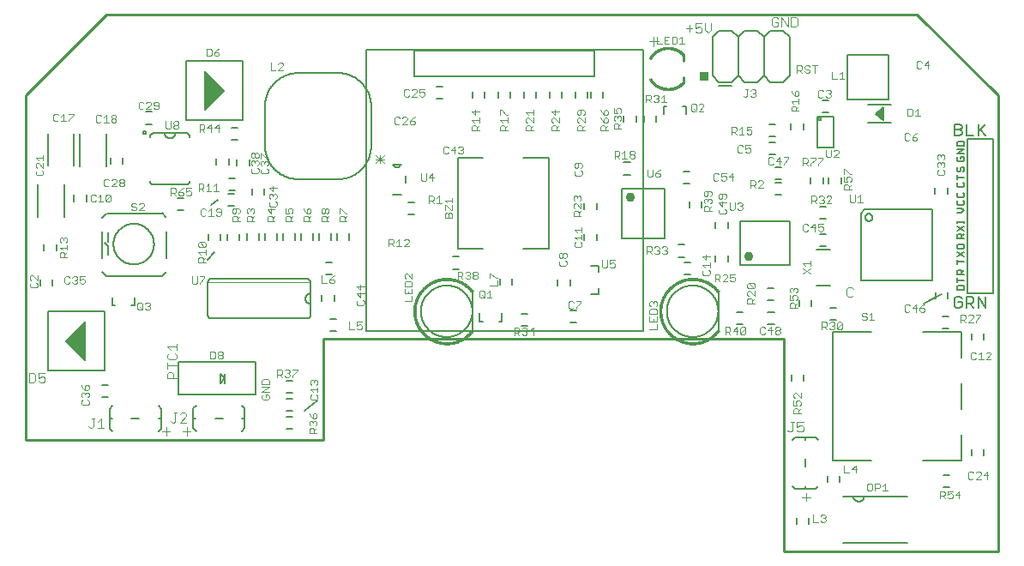
<source format=gbr>
G04 EAGLE Gerber RS-274X export*
G75*
%MOMM*%
%FSLAX34Y34*%
%LPD*%
%INSilkscreen Top*%
%IPPOS*%
%AMOC8*
5,1,8,0,0,1.08239X$1,22.5*%
G01*
%ADD10C,0.076200*%
%ADD11C,0.203200*%
%ADD12R,0.889000X0.889000*%
%ADD13C,0.101600*%
%ADD14C,0.127000*%
%ADD15C,0.152400*%
%ADD16C,0.050800*%
%ADD17C,0.025400*%
%ADD18C,0.254000*%
%ADD19C,0.919200*%
%ADD20C,0.254000*%

G36*
X58589Y77609D02*
X58589Y77609D01*
X58678Y77611D01*
X58700Y77620D01*
X58723Y77623D01*
X58803Y77662D01*
X58885Y77696D01*
X58903Y77712D01*
X58924Y77722D01*
X58985Y77787D01*
X59051Y77847D01*
X59062Y77868D01*
X59078Y77885D01*
X59113Y77967D01*
X59154Y78047D01*
X59157Y78073D01*
X59166Y78092D01*
X59168Y78142D01*
X59181Y78232D01*
X59181Y116332D01*
X59168Y116406D01*
X59168Y116418D01*
X59165Y116424D01*
X59156Y116508D01*
X59146Y116529D01*
X59142Y116553D01*
X59096Y116630D01*
X59057Y116709D01*
X59040Y116726D01*
X59027Y116746D01*
X58958Y116802D01*
X58894Y116863D01*
X58872Y116872D01*
X58853Y116887D01*
X58769Y116916D01*
X58687Y116951D01*
X58663Y116952D01*
X58641Y116959D01*
X58552Y116957D01*
X58463Y116961D01*
X58440Y116953D01*
X58416Y116953D01*
X58334Y116919D01*
X58249Y116892D01*
X58228Y116876D01*
X58209Y116868D01*
X58171Y116834D01*
X58099Y116780D01*
X39049Y97730D01*
X39011Y97677D01*
X38966Y97629D01*
X38947Y97585D01*
X38920Y97546D01*
X38904Y97483D01*
X38878Y97422D01*
X38876Y97375D01*
X38865Y97329D01*
X38871Y97264D01*
X38868Y97198D01*
X38883Y97153D01*
X38888Y97106D01*
X38917Y97047D01*
X38937Y96984D01*
X38970Y96940D01*
X38987Y96905D01*
X39016Y96878D01*
X39049Y96834D01*
X58099Y77784D01*
X58172Y77733D01*
X58241Y77677D01*
X58263Y77669D01*
X58283Y77655D01*
X58369Y77633D01*
X58453Y77605D01*
X58477Y77605D01*
X58500Y77600D01*
X58589Y77609D01*
G37*
G36*
X177145Y325134D02*
X177145Y325134D01*
X177169Y325134D01*
X177251Y325168D01*
X177336Y325195D01*
X177357Y325211D01*
X177376Y325219D01*
X177414Y325253D01*
X177486Y325307D01*
X196536Y344357D01*
X196574Y344411D01*
X196619Y344458D01*
X196638Y344502D01*
X196665Y344541D01*
X196681Y344604D01*
X196707Y344665D01*
X196709Y344712D01*
X196721Y344758D01*
X196714Y344823D01*
X196717Y344889D01*
X196702Y344934D01*
X196697Y344981D01*
X196668Y345040D01*
X196648Y345103D01*
X196615Y345147D01*
X196598Y345182D01*
X196569Y345209D01*
X196536Y345253D01*
X177486Y364303D01*
X177413Y364354D01*
X177344Y364410D01*
X177322Y364418D01*
X177302Y364432D01*
X177216Y364454D01*
X177132Y364482D01*
X177108Y364482D01*
X177085Y364488D01*
X176996Y364478D01*
X176907Y364476D01*
X176885Y364467D01*
X176862Y364464D01*
X176782Y364425D01*
X176700Y364391D01*
X176682Y364375D01*
X176661Y364365D01*
X176600Y364300D01*
X176534Y364240D01*
X176523Y364219D01*
X176507Y364202D01*
X176472Y364120D01*
X176431Y364040D01*
X176428Y364014D01*
X176419Y363995D01*
X176417Y363945D01*
X176411Y363905D01*
X176411Y363904D01*
X176411Y363902D01*
X176404Y363855D01*
X176404Y325755D01*
X176420Y325667D01*
X176429Y325579D01*
X176439Y325558D01*
X176443Y325534D01*
X176489Y325457D01*
X176528Y325378D01*
X176545Y325361D01*
X176558Y325341D01*
X176627Y325285D01*
X176691Y325224D01*
X176713Y325215D01*
X176732Y325200D01*
X176816Y325171D01*
X176898Y325136D01*
X176922Y325135D01*
X176944Y325128D01*
X177033Y325130D01*
X177122Y325126D01*
X177145Y325134D01*
G37*
D10*
X234267Y44666D02*
X233039Y43437D01*
X233039Y40980D01*
X234267Y39751D01*
X239182Y39751D01*
X240411Y40980D01*
X240411Y43437D01*
X239182Y44666D01*
X236725Y44666D01*
X236725Y42208D01*
X240411Y47235D02*
X233039Y47235D01*
X240411Y52150D01*
X233039Y52150D01*
X233039Y54719D02*
X240411Y54719D01*
X240411Y58405D01*
X239182Y59634D01*
X234267Y59634D01*
X233039Y58405D01*
X233039Y54719D01*
D11*
X886460Y134620D02*
X904240Y143510D01*
D10*
X761619Y362331D02*
X761619Y369703D01*
X765305Y369703D01*
X766534Y368475D01*
X766534Y366017D01*
X765305Y364788D01*
X761619Y364788D01*
X764076Y364788D02*
X766534Y362331D01*
X772789Y369703D02*
X774018Y368475D01*
X772789Y369703D02*
X770332Y369703D01*
X769103Y368475D01*
X769103Y367246D01*
X770332Y366017D01*
X772789Y366017D01*
X774018Y364788D01*
X774018Y363560D01*
X772789Y362331D01*
X770332Y362331D01*
X769103Y363560D01*
X779045Y362331D02*
X779045Y369703D01*
X781502Y369703D02*
X776587Y369703D01*
D12*
X669925Y358775D03*
D10*
X658162Y406404D02*
X651891Y406404D01*
X655026Y409539D02*
X655026Y403269D01*
X661246Y411107D02*
X667517Y411107D01*
X661246Y411107D02*
X661246Y406404D01*
X664382Y407972D01*
X665949Y407972D01*
X667517Y406404D01*
X667517Y403269D01*
X665949Y401701D01*
X662814Y401701D01*
X661246Y403269D01*
X670601Y404836D02*
X670601Y411107D01*
X670601Y404836D02*
X673737Y401701D01*
X676872Y404836D01*
X676872Y411107D01*
X741430Y417203D02*
X742998Y415635D01*
X741430Y417203D02*
X738295Y417203D01*
X736727Y415635D01*
X736727Y409365D01*
X738295Y407797D01*
X741430Y407797D01*
X742998Y409365D01*
X742998Y412500D01*
X739862Y412500D01*
X746082Y407797D02*
X746082Y417203D01*
X752353Y407797D01*
X752353Y417203D01*
X755437Y417203D02*
X755437Y407797D01*
X760140Y407797D01*
X761708Y409365D01*
X761708Y415635D01*
X760140Y417203D01*
X755437Y417203D01*
D11*
X189484Y237236D02*
X182880Y232156D01*
X186436Y184912D02*
X179832Y177800D01*
X288036Y38608D02*
X275336Y28956D01*
D13*
X615696Y393198D02*
X624509Y393198D01*
X620102Y397604D02*
X620102Y388791D01*
X142416Y8387D02*
X134620Y8387D01*
X138518Y12285D02*
X138518Y4489D01*
X154940Y8387D02*
X162736Y8387D01*
X158838Y12285D02*
X158838Y4489D01*
X766572Y-56637D02*
X774368Y-56637D01*
X770470Y-52739D02*
X770470Y-60535D01*
D10*
X816912Y149189D02*
X815344Y150757D01*
X812209Y150757D01*
X810641Y149189D01*
X810641Y142919D01*
X812209Y141351D01*
X815344Y141351D01*
X816912Y142919D01*
D14*
X885400Y-20300D02*
X923500Y-20300D01*
X834600Y-20300D02*
X796500Y-20300D01*
X796500Y106700D01*
X834600Y106700D01*
X885400Y106700D02*
X923500Y106700D01*
X923500Y81300D01*
X923500Y5100D02*
X923500Y-20300D01*
X923500Y30500D02*
X923500Y55900D01*
D10*
X830268Y124337D02*
X829039Y125565D01*
X826582Y125565D01*
X825353Y124337D01*
X825353Y123108D01*
X826582Y121879D01*
X829039Y121879D01*
X830268Y120650D01*
X830268Y119422D01*
X829039Y118193D01*
X826582Y118193D01*
X825353Y119422D01*
X832837Y123108D02*
X835295Y125565D01*
X835295Y118193D01*
X837752Y118193D02*
X832837Y118193D01*
D15*
X370840Y242062D02*
X362204Y242062D01*
X375158Y253746D02*
X375158Y260350D01*
X370840Y272034D02*
X369570Y272034D01*
X363474Y272034D01*
X362204Y272034D01*
X363474Y272034D02*
X363476Y271925D01*
X363482Y271817D01*
X363491Y271708D01*
X363505Y271600D01*
X363522Y271493D01*
X363544Y271386D01*
X363569Y271280D01*
X363597Y271175D01*
X363630Y271071D01*
X363666Y270969D01*
X363706Y270868D01*
X363749Y270768D01*
X363796Y270670D01*
X363847Y270573D01*
X363901Y270479D01*
X363958Y270386D01*
X364018Y270296D01*
X364082Y270207D01*
X364149Y270121D01*
X364218Y270038D01*
X364291Y269957D01*
X364367Y269879D01*
X364445Y269803D01*
X364526Y269730D01*
X364609Y269661D01*
X364695Y269594D01*
X364784Y269530D01*
X364874Y269470D01*
X364967Y269413D01*
X365061Y269359D01*
X365158Y269308D01*
X365256Y269261D01*
X365356Y269218D01*
X365457Y269178D01*
X365559Y269142D01*
X365663Y269109D01*
X365768Y269081D01*
X365874Y269056D01*
X365981Y269034D01*
X366088Y269017D01*
X366196Y269003D01*
X366305Y268994D01*
X366413Y268988D01*
X366522Y268986D01*
X366631Y268988D01*
X366739Y268994D01*
X366848Y269003D01*
X366956Y269017D01*
X367063Y269034D01*
X367170Y269056D01*
X367276Y269081D01*
X367381Y269109D01*
X367485Y269142D01*
X367587Y269178D01*
X367688Y269218D01*
X367788Y269261D01*
X367886Y269308D01*
X367983Y269359D01*
X368077Y269413D01*
X368170Y269470D01*
X368260Y269530D01*
X368349Y269594D01*
X368435Y269661D01*
X368518Y269730D01*
X368599Y269803D01*
X368677Y269879D01*
X368753Y269957D01*
X368826Y270038D01*
X368895Y270121D01*
X368962Y270207D01*
X369026Y270296D01*
X369086Y270386D01*
X369143Y270479D01*
X369197Y270573D01*
X369248Y270670D01*
X369295Y270768D01*
X369338Y270868D01*
X369378Y270969D01*
X369414Y271071D01*
X369447Y271175D01*
X369475Y271280D01*
X369500Y271386D01*
X369522Y271493D01*
X369539Y271600D01*
X369553Y271708D01*
X369562Y271817D01*
X369568Y271925D01*
X369570Y272034D01*
D10*
X353786Y273136D02*
X345821Y281102D01*
X353786Y281102D02*
X345821Y273136D01*
X345821Y277119D02*
X353786Y277119D01*
X349804Y273136D02*
X349804Y281102D01*
X390525Y262769D02*
X390525Y256626D01*
X391754Y255397D01*
X394211Y255397D01*
X395440Y256626D01*
X395440Y262769D01*
X401695Y262769D02*
X401695Y255397D01*
X398009Y259083D02*
X401695Y262769D01*
X402924Y259083D02*
X398009Y259083D01*
D15*
X218155Y203533D02*
X218155Y197533D01*
X230155Y197533D02*
X230155Y203533D01*
D10*
X225679Y216154D02*
X218307Y216154D01*
X218307Y219840D01*
X219535Y221069D01*
X221993Y221069D01*
X223222Y219840D01*
X223222Y216154D01*
X223222Y218611D02*
X225679Y221069D01*
X219535Y223638D02*
X218307Y224867D01*
X218307Y227324D01*
X219535Y228553D01*
X220764Y228553D01*
X221993Y227324D01*
X221993Y226096D01*
X221993Y227324D02*
X223222Y228553D01*
X224450Y228553D01*
X225679Y227324D01*
X225679Y224867D01*
X224450Y223638D01*
D15*
X235935Y203533D02*
X235935Y197533D01*
X247935Y197533D02*
X247935Y203533D01*
D10*
X245999Y216154D02*
X238627Y216154D01*
X238627Y219840D01*
X239855Y221069D01*
X242313Y221069D01*
X243542Y219840D01*
X243542Y216154D01*
X243542Y218611D02*
X245999Y221069D01*
X245999Y227324D02*
X238627Y227324D01*
X242313Y223638D01*
X242313Y228553D01*
D15*
X253715Y203533D02*
X253715Y197533D01*
X265715Y197533D02*
X265715Y203533D01*
D10*
X263779Y216154D02*
X256407Y216154D01*
X256407Y219840D01*
X257635Y221069D01*
X260093Y221069D01*
X261322Y219840D01*
X261322Y216154D01*
X261322Y218611D02*
X263779Y221069D01*
X256407Y223638D02*
X256407Y228553D01*
X256407Y223638D02*
X260093Y223638D01*
X258864Y226096D01*
X258864Y227324D01*
X260093Y228553D01*
X262550Y228553D01*
X263779Y227324D01*
X263779Y224867D01*
X262550Y223638D01*
D15*
X271495Y203533D02*
X271495Y197533D01*
X283495Y197533D02*
X283495Y203533D01*
D10*
X281559Y216154D02*
X274187Y216154D01*
X274187Y219840D01*
X275415Y221069D01*
X277873Y221069D01*
X279102Y219840D01*
X279102Y216154D01*
X279102Y218611D02*
X281559Y221069D01*
X275415Y226096D02*
X274187Y228553D01*
X275415Y226096D02*
X277873Y223638D01*
X280330Y223638D01*
X281559Y224867D01*
X281559Y227324D01*
X280330Y228553D01*
X279102Y228553D01*
X277873Y227324D01*
X277873Y223638D01*
D15*
X307055Y203533D02*
X307055Y197533D01*
X319055Y197533D02*
X319055Y203533D01*
D10*
X317119Y216154D02*
X309747Y216154D01*
X309747Y219840D01*
X310975Y221069D01*
X313433Y221069D01*
X314662Y219840D01*
X314662Y216154D01*
X314662Y218611D02*
X317119Y221069D01*
X309747Y223638D02*
X309747Y228553D01*
X310975Y228553D01*
X315890Y223638D01*
X317119Y223638D01*
D15*
X289275Y203533D02*
X289275Y197533D01*
X301275Y197533D02*
X301275Y203533D01*
D10*
X299339Y216154D02*
X291967Y216154D01*
X291967Y219840D01*
X293195Y221069D01*
X295653Y221069D01*
X296882Y219840D01*
X296882Y216154D01*
X296882Y218611D02*
X299339Y221069D01*
X293195Y223638D02*
X291967Y224867D01*
X291967Y227324D01*
X293195Y228553D01*
X294424Y228553D01*
X295653Y227324D01*
X296882Y228553D01*
X298110Y228553D01*
X299339Y227324D01*
X299339Y224867D01*
X298110Y223638D01*
X296882Y223638D01*
X295653Y224867D01*
X294424Y223638D01*
X293195Y223638D01*
X295653Y224867D02*
X295653Y227324D01*
D15*
X198851Y203406D02*
X198851Y197406D01*
X210851Y197406D02*
X210851Y203406D01*
D10*
X211455Y216027D02*
X204083Y216027D01*
X204083Y219713D01*
X205311Y220942D01*
X207769Y220942D01*
X208998Y219713D01*
X208998Y216027D01*
X208998Y218484D02*
X211455Y220942D01*
X210226Y223511D02*
X211455Y224740D01*
X211455Y227197D01*
X210226Y228426D01*
X205311Y228426D01*
X204083Y227197D01*
X204083Y224740D01*
X205311Y223511D01*
X206540Y223511D01*
X207769Y224740D01*
X207769Y228426D01*
D15*
X180309Y203406D02*
X180309Y197406D01*
X192309Y197406D02*
X192309Y203406D01*
D10*
X177673Y175387D02*
X170301Y175387D01*
X170301Y179073D01*
X171529Y180302D01*
X173987Y180302D01*
X175216Y179073D01*
X175216Y175387D01*
X175216Y177844D02*
X177673Y180302D01*
X172758Y182871D02*
X170301Y185329D01*
X177673Y185329D01*
X177673Y187786D02*
X177673Y182871D01*
X176444Y190355D02*
X171529Y190355D01*
X170301Y191584D01*
X170301Y194041D01*
X171529Y195270D01*
X176444Y195270D01*
X177673Y194041D01*
X177673Y191584D01*
X176444Y190355D01*
X171529Y195270D01*
D15*
X200454Y258222D02*
X206454Y258222D01*
X206454Y246222D02*
X200454Y246222D01*
D10*
X170815Y245618D02*
X170815Y252990D01*
X174501Y252990D01*
X175730Y251762D01*
X175730Y249304D01*
X174501Y248075D01*
X170815Y248075D01*
X173272Y248075D02*
X175730Y245618D01*
X178299Y250533D02*
X180757Y252990D01*
X180757Y245618D01*
X183214Y245618D02*
X178299Y245618D01*
X185783Y250533D02*
X188241Y252990D01*
X188241Y245618D01*
X190698Y245618D02*
X185783Y245618D01*
X358548Y198253D02*
X358548Y190881D01*
X358548Y198253D02*
X362234Y198253D01*
X363462Y197025D01*
X363462Y194567D01*
X362234Y193338D01*
X358548Y193338D01*
X361005Y193338D02*
X363462Y190881D01*
X366032Y195796D02*
X368489Y198253D01*
X368489Y190881D01*
X366032Y190881D02*
X370947Y190881D01*
X373516Y190881D02*
X378431Y190881D01*
X373516Y190881D02*
X378431Y195796D01*
X378431Y197025D01*
X377202Y198253D01*
X374745Y198253D01*
X373516Y197025D01*
D15*
X263604Y10510D02*
X257604Y10510D01*
X257604Y22510D02*
X263604Y22510D01*
D10*
X279902Y6477D02*
X287274Y6477D01*
X279902Y6477D02*
X279902Y10163D01*
X281130Y11392D01*
X283588Y11392D01*
X284817Y10163D01*
X284817Y6477D01*
X284817Y8934D02*
X287274Y11392D01*
X281130Y13961D02*
X279902Y15190D01*
X279902Y17647D01*
X281130Y18876D01*
X282359Y18876D01*
X283588Y17647D01*
X283588Y16419D01*
X283588Y17647D02*
X284817Y18876D01*
X286045Y18876D01*
X287274Y17647D01*
X287274Y15190D01*
X286045Y13961D01*
X281130Y23903D02*
X279902Y26360D01*
X281130Y23903D02*
X283588Y21445D01*
X286045Y21445D01*
X287274Y22674D01*
X287274Y25131D01*
X286045Y26360D01*
X284817Y26360D01*
X283588Y25131D01*
X283588Y21445D01*
D15*
X263604Y40290D02*
X257604Y40290D01*
X257604Y28290D02*
X263604Y28290D01*
D10*
X280918Y43183D02*
X282146Y44412D01*
X280918Y43183D02*
X280918Y40726D01*
X282146Y39497D01*
X287061Y39497D01*
X288290Y40726D01*
X288290Y43183D01*
X287061Y44412D01*
X283375Y46981D02*
X280918Y49439D01*
X288290Y49439D01*
X288290Y51896D02*
X288290Y46981D01*
X282146Y54465D02*
X280918Y55694D01*
X280918Y58151D01*
X282146Y59380D01*
X283375Y59380D01*
X284604Y58151D01*
X284604Y56923D01*
X284604Y58151D02*
X285833Y59380D01*
X287061Y59380D01*
X288290Y58151D01*
X288290Y55694D01*
X287061Y54465D01*
D15*
X263604Y58070D02*
X257604Y58070D01*
X257604Y46070D02*
X263604Y46070D01*
D10*
X248285Y61976D02*
X248285Y69348D01*
X251971Y69348D01*
X253200Y68120D01*
X253200Y65662D01*
X251971Y64433D01*
X248285Y64433D01*
X250742Y64433D02*
X253200Y61976D01*
X255769Y68120D02*
X256998Y69348D01*
X259455Y69348D01*
X260684Y68120D01*
X260684Y66891D01*
X259455Y65662D01*
X258227Y65662D01*
X259455Y65662D02*
X260684Y64433D01*
X260684Y63205D01*
X259455Y61976D01*
X256998Y61976D01*
X255769Y63205D01*
X263253Y69348D02*
X268168Y69348D01*
X268168Y68120D01*
X263253Y63205D01*
X263253Y61976D01*
D14*
X609520Y107420D02*
X609520Y385420D01*
X572520Y385420D01*
X542520Y385420D01*
X432520Y385420D01*
X347520Y385420D01*
X336520Y385420D01*
X336520Y107420D01*
X609520Y107420D01*
X383620Y358720D02*
X383620Y384120D01*
X561420Y384120D02*
X561420Y358720D01*
X383620Y358720D01*
X383620Y384120D02*
X561420Y384120D01*
D15*
X756000Y63960D02*
X756000Y57960D01*
X768000Y57960D02*
X768000Y63960D01*
D10*
X765302Y26189D02*
X757930Y26189D01*
X757930Y29875D01*
X759158Y31103D01*
X761616Y31103D01*
X762845Y29875D01*
X762845Y26189D01*
X762845Y28646D02*
X765302Y31103D01*
X757930Y33673D02*
X757930Y38588D01*
X757930Y33673D02*
X761616Y33673D01*
X760387Y36130D01*
X760387Y37359D01*
X761616Y38588D01*
X764073Y38588D01*
X765302Y37359D01*
X765302Y34901D01*
X764073Y33673D01*
X765302Y41157D02*
X765302Y46072D01*
X765302Y41157D02*
X760387Y46072D01*
X759158Y46072D01*
X757930Y44843D01*
X757930Y42386D01*
X759158Y41157D01*
D15*
X763620Y131620D02*
X763620Y137620D01*
X775620Y137620D02*
X775620Y131620D01*
D10*
X761746Y130175D02*
X754374Y130175D01*
X754374Y133861D01*
X755602Y135090D01*
X758060Y135090D01*
X759289Y133861D01*
X759289Y130175D01*
X759289Y132632D02*
X761746Y135090D01*
X754374Y137659D02*
X754374Y142574D01*
X754374Y137659D02*
X758060Y137659D01*
X756831Y140117D01*
X756831Y141345D01*
X758060Y142574D01*
X760517Y142574D01*
X761746Y141345D01*
X761746Y138888D01*
X760517Y137659D01*
X755602Y145143D02*
X754374Y146372D01*
X754374Y148829D01*
X755602Y150058D01*
X756831Y150058D01*
X758060Y148829D01*
X758060Y147601D01*
X758060Y148829D02*
X759289Y150058D01*
X760517Y150058D01*
X761746Y148829D01*
X761746Y146372D01*
X760517Y145143D01*
D15*
X906320Y-46640D02*
X912320Y-46640D01*
X912320Y-34640D02*
X906320Y-34640D01*
D10*
X902489Y-50540D02*
X902489Y-57912D01*
X902489Y-50540D02*
X906175Y-50540D01*
X907403Y-51768D01*
X907403Y-54226D01*
X906175Y-55455D01*
X902489Y-55455D01*
X904946Y-55455D02*
X907403Y-57912D01*
X909973Y-50540D02*
X914888Y-50540D01*
X909973Y-50540D02*
X909973Y-54226D01*
X912430Y-52997D01*
X913659Y-52997D01*
X914888Y-54226D01*
X914888Y-56683D01*
X913659Y-57912D01*
X911201Y-57912D01*
X909973Y-56683D01*
X921143Y-57912D02*
X921143Y-50540D01*
X917457Y-54226D01*
X922372Y-54226D01*
D15*
X933800Y-15700D02*
X933800Y-9700D01*
X945800Y-9700D02*
X945800Y-15700D01*
D10*
X934115Y-31490D02*
X935343Y-32718D01*
X934115Y-31490D02*
X931657Y-31490D01*
X930429Y-32718D01*
X930429Y-37633D01*
X931657Y-38862D01*
X934115Y-38862D01*
X935343Y-37633D01*
X937913Y-38862D02*
X942828Y-38862D01*
X937913Y-38862D02*
X942828Y-33947D01*
X942828Y-32718D01*
X941599Y-31490D01*
X939141Y-31490D01*
X937913Y-32718D01*
X949083Y-31490D02*
X949083Y-38862D01*
X945397Y-35176D02*
X949083Y-31490D01*
X950312Y-35176D02*
X945397Y-35176D01*
D15*
X30257Y186738D02*
X30257Y192738D01*
X18257Y192738D02*
X18257Y186738D01*
D10*
X33649Y179959D02*
X41021Y179959D01*
X33649Y179959D02*
X33649Y183645D01*
X34877Y184874D01*
X37335Y184874D01*
X38564Y183645D01*
X38564Y179959D01*
X38564Y182416D02*
X41021Y184874D01*
X36106Y187443D02*
X33649Y189901D01*
X41021Y189901D01*
X41021Y192358D02*
X41021Y187443D01*
X34877Y194927D02*
X33649Y196156D01*
X33649Y198613D01*
X34877Y199842D01*
X36106Y199842D01*
X37335Y198613D01*
X37335Y197385D01*
X37335Y198613D02*
X38564Y199842D01*
X39792Y199842D01*
X41021Y198613D01*
X41021Y196156D01*
X39792Y194927D01*
D15*
X405940Y348900D02*
X411940Y348900D01*
X411940Y336900D02*
X405940Y336900D01*
D10*
X378676Y344980D02*
X377447Y346208D01*
X374990Y346208D01*
X373761Y344980D01*
X373761Y340065D01*
X374990Y338836D01*
X377447Y338836D01*
X378676Y340065D01*
X381245Y338836D02*
X386160Y338836D01*
X381245Y338836D02*
X386160Y343751D01*
X386160Y344980D01*
X384931Y346208D01*
X382474Y346208D01*
X381245Y344980D01*
X388729Y346208D02*
X393644Y346208D01*
X388729Y346208D02*
X388729Y342522D01*
X391187Y343751D01*
X392415Y343751D01*
X393644Y342522D01*
X393644Y340065D01*
X392415Y338836D01*
X389958Y338836D01*
X388729Y340065D01*
X367949Y318649D02*
X369177Y317421D01*
X367949Y318649D02*
X365491Y318649D01*
X364263Y317421D01*
X364263Y312506D01*
X365491Y311277D01*
X367949Y311277D01*
X369177Y312506D01*
X371747Y311277D02*
X376662Y311277D01*
X371747Y311277D02*
X376662Y316192D01*
X376662Y317421D01*
X375433Y318649D01*
X372975Y318649D01*
X371747Y317421D01*
X381688Y317421D02*
X384146Y318649D01*
X381688Y317421D02*
X379231Y314963D01*
X379231Y312506D01*
X380460Y311277D01*
X382917Y311277D01*
X384146Y312506D01*
X384146Y313734D01*
X382917Y314963D01*
X379231Y314963D01*
D15*
X792957Y258778D02*
X792957Y252778D01*
X804957Y252778D02*
X804957Y258778D01*
D10*
X807714Y247142D02*
X815086Y247142D01*
X807714Y247142D02*
X807714Y250828D01*
X808942Y252057D01*
X811400Y252057D01*
X812629Y250828D01*
X812629Y247142D01*
X812629Y249599D02*
X815086Y252057D01*
X807714Y254626D02*
X807714Y259541D01*
X807714Y254626D02*
X811400Y254626D01*
X810171Y257084D01*
X810171Y258312D01*
X811400Y259541D01*
X813857Y259541D01*
X815086Y258312D01*
X815086Y255855D01*
X813857Y254626D01*
X807714Y262110D02*
X807714Y267025D01*
X808942Y267025D01*
X813857Y262110D01*
X815086Y262110D01*
D11*
X86680Y193340D02*
X86686Y193831D01*
X86704Y194321D01*
X86734Y194811D01*
X86776Y195300D01*
X86830Y195788D01*
X86896Y196275D01*
X86974Y196759D01*
X87064Y197242D01*
X87166Y197722D01*
X87279Y198200D01*
X87404Y198674D01*
X87541Y199146D01*
X87689Y199614D01*
X87849Y200078D01*
X88020Y200538D01*
X88202Y200994D01*
X88396Y201445D01*
X88600Y201891D01*
X88816Y202332D01*
X89042Y202768D01*
X89278Y203198D01*
X89525Y203622D01*
X89783Y204040D01*
X90051Y204451D01*
X90328Y204856D01*
X90616Y205254D01*
X90913Y205645D01*
X91220Y206028D01*
X91536Y206403D01*
X91861Y206771D01*
X92195Y207131D01*
X92538Y207482D01*
X92889Y207825D01*
X93249Y208159D01*
X93617Y208484D01*
X93992Y208800D01*
X94375Y209107D01*
X94766Y209404D01*
X95164Y209692D01*
X95569Y209969D01*
X95980Y210237D01*
X96398Y210495D01*
X96822Y210742D01*
X97252Y210978D01*
X97688Y211204D01*
X98129Y211420D01*
X98575Y211624D01*
X99026Y211818D01*
X99482Y212000D01*
X99942Y212171D01*
X100406Y212331D01*
X100874Y212479D01*
X101346Y212616D01*
X101820Y212741D01*
X102298Y212854D01*
X102778Y212956D01*
X103261Y213046D01*
X103745Y213124D01*
X104232Y213190D01*
X104720Y213244D01*
X105209Y213286D01*
X105699Y213316D01*
X106189Y213334D01*
X106680Y213340D01*
X107171Y213334D01*
X107661Y213316D01*
X108151Y213286D01*
X108640Y213244D01*
X109128Y213190D01*
X109615Y213124D01*
X110099Y213046D01*
X110582Y212956D01*
X111062Y212854D01*
X111540Y212741D01*
X112014Y212616D01*
X112486Y212479D01*
X112954Y212331D01*
X113418Y212171D01*
X113878Y212000D01*
X114334Y211818D01*
X114785Y211624D01*
X115231Y211420D01*
X115672Y211204D01*
X116108Y210978D01*
X116538Y210742D01*
X116962Y210495D01*
X117380Y210237D01*
X117791Y209969D01*
X118196Y209692D01*
X118594Y209404D01*
X118985Y209107D01*
X119368Y208800D01*
X119743Y208484D01*
X120111Y208159D01*
X120471Y207825D01*
X120822Y207482D01*
X121165Y207131D01*
X121499Y206771D01*
X121824Y206403D01*
X122140Y206028D01*
X122447Y205645D01*
X122744Y205254D01*
X123032Y204856D01*
X123309Y204451D01*
X123577Y204040D01*
X123835Y203622D01*
X124082Y203198D01*
X124318Y202768D01*
X124544Y202332D01*
X124760Y201891D01*
X124964Y201445D01*
X125158Y200994D01*
X125340Y200538D01*
X125511Y200078D01*
X125671Y199614D01*
X125819Y199146D01*
X125956Y198674D01*
X126081Y198200D01*
X126194Y197722D01*
X126296Y197242D01*
X126386Y196759D01*
X126464Y196275D01*
X126530Y195788D01*
X126584Y195300D01*
X126626Y194811D01*
X126656Y194321D01*
X126674Y193831D01*
X126680Y193340D01*
X126674Y192849D01*
X126656Y192359D01*
X126626Y191869D01*
X126584Y191380D01*
X126530Y190892D01*
X126464Y190405D01*
X126386Y189921D01*
X126296Y189438D01*
X126194Y188958D01*
X126081Y188480D01*
X125956Y188006D01*
X125819Y187534D01*
X125671Y187066D01*
X125511Y186602D01*
X125340Y186142D01*
X125158Y185686D01*
X124964Y185235D01*
X124760Y184789D01*
X124544Y184348D01*
X124318Y183912D01*
X124082Y183482D01*
X123835Y183058D01*
X123577Y182640D01*
X123309Y182229D01*
X123032Y181824D01*
X122744Y181426D01*
X122447Y181035D01*
X122140Y180652D01*
X121824Y180277D01*
X121499Y179909D01*
X121165Y179549D01*
X120822Y179198D01*
X120471Y178855D01*
X120111Y178521D01*
X119743Y178196D01*
X119368Y177880D01*
X118985Y177573D01*
X118594Y177276D01*
X118196Y176988D01*
X117791Y176711D01*
X117380Y176443D01*
X116962Y176185D01*
X116538Y175938D01*
X116108Y175702D01*
X115672Y175476D01*
X115231Y175260D01*
X114785Y175056D01*
X114334Y174862D01*
X113878Y174680D01*
X113418Y174509D01*
X112954Y174349D01*
X112486Y174201D01*
X112014Y174064D01*
X111540Y173939D01*
X111062Y173826D01*
X110582Y173724D01*
X110099Y173634D01*
X109615Y173556D01*
X109128Y173490D01*
X108640Y173436D01*
X108151Y173394D01*
X107661Y173364D01*
X107171Y173346D01*
X106680Y173340D01*
X106189Y173346D01*
X105699Y173364D01*
X105209Y173394D01*
X104720Y173436D01*
X104232Y173490D01*
X103745Y173556D01*
X103261Y173634D01*
X102778Y173724D01*
X102298Y173826D01*
X101820Y173939D01*
X101346Y174064D01*
X100874Y174201D01*
X100406Y174349D01*
X99942Y174509D01*
X99482Y174680D01*
X99026Y174862D01*
X98575Y175056D01*
X98129Y175260D01*
X97688Y175476D01*
X97252Y175702D01*
X96822Y175938D01*
X96398Y176185D01*
X95980Y176443D01*
X95569Y176711D01*
X95164Y176988D01*
X94766Y177276D01*
X94375Y177573D01*
X93992Y177880D01*
X93617Y178196D01*
X93249Y178521D01*
X92889Y178855D01*
X92538Y179198D01*
X92195Y179549D01*
X91861Y179909D01*
X91536Y180277D01*
X91220Y180652D01*
X90913Y181035D01*
X90616Y181426D01*
X90328Y181824D01*
X90051Y182229D01*
X89783Y182640D01*
X89525Y183058D01*
X89278Y183482D01*
X89042Y183912D01*
X88816Y184348D01*
X88600Y184789D01*
X88396Y185235D01*
X88202Y185686D01*
X88020Y186142D01*
X87849Y186602D01*
X87689Y187066D01*
X87541Y187534D01*
X87404Y188006D01*
X87279Y188480D01*
X87166Y188958D01*
X87064Y189438D01*
X86974Y189921D01*
X86896Y190405D01*
X86830Y190892D01*
X86776Y191380D01*
X86734Y191869D01*
X86704Y192359D01*
X86686Y192849D01*
X86680Y193340D01*
X75280Y165940D02*
X79280Y161940D01*
D14*
X81630Y182640D02*
X81630Y190890D01*
X78080Y194440D01*
X81630Y195640D02*
X81630Y204490D01*
D11*
X75080Y205740D02*
X75080Y179640D01*
X134280Y223940D02*
X138280Y219940D01*
X138780Y165640D02*
X134780Y161640D01*
X75580Y219440D02*
X79580Y223440D01*
X80280Y223740D02*
X134080Y223740D01*
X134080Y161740D02*
X79280Y161740D01*
X139080Y179640D02*
X139080Y205740D01*
D10*
X109436Y232585D02*
X108207Y233813D01*
X105750Y233813D01*
X104521Y232585D01*
X104521Y231356D01*
X105750Y230127D01*
X108207Y230127D01*
X109436Y228898D01*
X109436Y227670D01*
X108207Y226441D01*
X105750Y226441D01*
X104521Y227670D01*
X112005Y226441D02*
X116920Y226441D01*
X112005Y226441D02*
X116920Y231356D01*
X116920Y232585D01*
X115691Y233813D01*
X113234Y233813D01*
X112005Y232585D01*
D15*
X150162Y226537D02*
X156162Y226537D01*
X156162Y238537D02*
X150162Y238537D01*
D10*
X143383Y241173D02*
X143383Y248545D01*
X147069Y248545D01*
X148298Y247317D01*
X148298Y244859D01*
X147069Y243630D01*
X143383Y243630D01*
X145840Y243630D02*
X148298Y241173D01*
X153325Y247317D02*
X155782Y248545D01*
X153325Y247317D02*
X150867Y244859D01*
X150867Y242402D01*
X152096Y241173D01*
X154553Y241173D01*
X155782Y242402D01*
X155782Y243630D01*
X154553Y244859D01*
X150867Y244859D01*
X158351Y248545D02*
X163266Y248545D01*
X158351Y248545D02*
X158351Y244859D01*
X160809Y246088D01*
X162037Y246088D01*
X163266Y244859D01*
X163266Y242402D01*
X162037Y241173D01*
X159580Y241173D01*
X158351Y242402D01*
D15*
X557880Y337360D02*
X557880Y343360D01*
X569880Y343360D02*
X569880Y337360D01*
D10*
X567430Y305589D02*
X574802Y305589D01*
X567430Y305589D02*
X567430Y309275D01*
X568658Y310503D01*
X571116Y310503D01*
X572345Y309275D01*
X572345Y305589D01*
X572345Y308046D02*
X574802Y310503D01*
X568658Y315530D02*
X567430Y317988D01*
X568658Y315530D02*
X571116Y313073D01*
X573573Y313073D01*
X574802Y314301D01*
X574802Y316759D01*
X573573Y317988D01*
X572345Y317988D01*
X571116Y316759D01*
X571116Y313073D01*
X568658Y323014D02*
X567430Y325472D01*
X568658Y323014D02*
X571116Y320557D01*
X573573Y320557D01*
X574802Y321786D01*
X574802Y324243D01*
X573573Y325472D01*
X572345Y325472D01*
X571116Y324243D01*
X571116Y320557D01*
D15*
X775177Y258778D02*
X775177Y252778D01*
X787177Y252778D02*
X787177Y258778D01*
D10*
X767107Y270891D02*
X767107Y278263D01*
X770793Y278263D01*
X772021Y277035D01*
X772021Y274577D01*
X770793Y273348D01*
X767107Y273348D01*
X769564Y273348D02*
X772021Y270891D01*
X774591Y278263D02*
X779506Y278263D01*
X779506Y277035D01*
X774591Y272120D01*
X774591Y270891D01*
X782075Y278263D02*
X786990Y278263D01*
X786990Y277035D01*
X782075Y272120D01*
X782075Y270891D01*
D11*
X781027Y188053D02*
X794027Y188053D01*
X794027Y152053D02*
X781027Y152053D01*
D10*
X774446Y168999D02*
X767074Y164084D01*
X767074Y168999D02*
X774446Y164084D01*
X769531Y171568D02*
X767074Y174026D01*
X774446Y174026D01*
X774446Y176483D02*
X774446Y171568D01*
D15*
X828893Y219710D02*
X828895Y219829D01*
X828901Y219949D01*
X828911Y220068D01*
X828925Y220186D01*
X828943Y220304D01*
X828964Y220422D01*
X828990Y220538D01*
X829019Y220654D01*
X829053Y220769D01*
X829090Y220882D01*
X829131Y220994D01*
X829175Y221105D01*
X829223Y221215D01*
X829275Y221322D01*
X829330Y221428D01*
X829389Y221532D01*
X829452Y221634D01*
X829517Y221733D01*
X829586Y221831D01*
X829658Y221926D01*
X829733Y222019D01*
X829812Y222109D01*
X829893Y222197D01*
X829977Y222281D01*
X830064Y222363D01*
X830153Y222442D01*
X830245Y222518D01*
X830340Y222591D01*
X830437Y222661D01*
X830536Y222727D01*
X830638Y222790D01*
X830741Y222850D01*
X830846Y222906D01*
X830953Y222959D01*
X831062Y223008D01*
X831173Y223054D01*
X831285Y223095D01*
X831398Y223133D01*
X831512Y223168D01*
X831628Y223198D01*
X831744Y223225D01*
X831861Y223247D01*
X831979Y223266D01*
X832098Y223281D01*
X832217Y223292D01*
X832336Y223299D01*
X832455Y223302D01*
X832575Y223301D01*
X832694Y223296D01*
X832813Y223287D01*
X832932Y223274D01*
X833050Y223257D01*
X833167Y223237D01*
X833284Y223212D01*
X833400Y223183D01*
X833515Y223151D01*
X833629Y223115D01*
X833742Y223075D01*
X833853Y223031D01*
X833962Y222984D01*
X834070Y222933D01*
X834177Y222879D01*
X834281Y222821D01*
X834383Y222759D01*
X834484Y222695D01*
X834582Y222626D01*
X834678Y222555D01*
X834771Y222481D01*
X834862Y222403D01*
X834950Y222323D01*
X835035Y222239D01*
X835118Y222153D01*
X835198Y222064D01*
X835275Y221973D01*
X835348Y221879D01*
X835419Y221782D01*
X835486Y221684D01*
X835550Y221583D01*
X835611Y221480D01*
X835668Y221375D01*
X835721Y221269D01*
X835771Y221160D01*
X835818Y221050D01*
X835860Y220939D01*
X835899Y220826D01*
X835935Y220712D01*
X835966Y220596D01*
X835993Y220480D01*
X836017Y220363D01*
X836037Y220245D01*
X836053Y220127D01*
X836065Y220008D01*
X836073Y219889D01*
X836077Y219770D01*
X836077Y219650D01*
X836073Y219531D01*
X836065Y219412D01*
X836053Y219293D01*
X836037Y219175D01*
X836017Y219057D01*
X835993Y218940D01*
X835966Y218824D01*
X835935Y218708D01*
X835899Y218594D01*
X835860Y218481D01*
X835818Y218370D01*
X835771Y218260D01*
X835721Y218151D01*
X835668Y218045D01*
X835611Y217940D01*
X835550Y217837D01*
X835486Y217736D01*
X835419Y217638D01*
X835348Y217541D01*
X835275Y217447D01*
X835198Y217356D01*
X835118Y217267D01*
X835035Y217181D01*
X834950Y217097D01*
X834862Y217017D01*
X834771Y216939D01*
X834678Y216865D01*
X834582Y216794D01*
X834484Y216725D01*
X834383Y216661D01*
X834281Y216599D01*
X834177Y216541D01*
X834070Y216487D01*
X833962Y216436D01*
X833853Y216389D01*
X833742Y216345D01*
X833629Y216305D01*
X833515Y216269D01*
X833400Y216237D01*
X833284Y216208D01*
X833167Y216183D01*
X833050Y216163D01*
X832932Y216146D01*
X832813Y216133D01*
X832694Y216124D01*
X832575Y216119D01*
X832455Y216118D01*
X832336Y216121D01*
X832217Y216128D01*
X832098Y216139D01*
X831979Y216154D01*
X831861Y216173D01*
X831744Y216195D01*
X831628Y216222D01*
X831512Y216252D01*
X831398Y216287D01*
X831285Y216325D01*
X831173Y216366D01*
X831062Y216412D01*
X830953Y216461D01*
X830846Y216514D01*
X830741Y216570D01*
X830638Y216630D01*
X830536Y216693D01*
X830437Y216759D01*
X830340Y216829D01*
X830245Y216902D01*
X830153Y216978D01*
X830064Y217057D01*
X829977Y217139D01*
X829893Y217223D01*
X829812Y217311D01*
X829733Y217401D01*
X829658Y217494D01*
X829586Y217589D01*
X829517Y217687D01*
X829452Y217786D01*
X829389Y217888D01*
X829330Y217992D01*
X829275Y218098D01*
X829223Y218205D01*
X829175Y218315D01*
X829131Y218426D01*
X829090Y218538D01*
X829053Y218651D01*
X829019Y218766D01*
X828990Y218882D01*
X828964Y218998D01*
X828943Y219116D01*
X828925Y219234D01*
X828911Y219352D01*
X828901Y219471D01*
X828895Y219591D01*
X828893Y219710D01*
X894967Y227328D02*
X894967Y157228D01*
X824867Y157228D01*
X824867Y223778D01*
X828417Y227328D02*
X894967Y227328D01*
X828417Y227328D02*
X824867Y223778D01*
D10*
X814070Y235544D02*
X814070Y241687D01*
X814070Y235544D02*
X815299Y234315D01*
X817756Y234315D01*
X818985Y235544D01*
X818985Y241687D01*
X821554Y239230D02*
X824012Y241687D01*
X824012Y234315D01*
X826469Y234315D02*
X821554Y234315D01*
D15*
X909859Y242491D02*
X909859Y248491D01*
X897859Y248491D02*
X897859Y242491D01*
D10*
X899789Y265206D02*
X901017Y266434D01*
X899789Y265206D02*
X899789Y262748D01*
X901017Y261520D01*
X905932Y261520D01*
X907161Y262748D01*
X907161Y265206D01*
X905932Y266434D01*
X901017Y269004D02*
X899789Y270232D01*
X899789Y272690D01*
X901017Y273919D01*
X902246Y273919D01*
X903475Y272690D01*
X903475Y271461D01*
X903475Y272690D02*
X904704Y273919D01*
X905932Y273919D01*
X907161Y272690D01*
X907161Y270232D01*
X905932Y269004D01*
X901017Y276488D02*
X899789Y277717D01*
X899789Y280174D01*
X901017Y281403D01*
X902246Y281403D01*
X903475Y280174D01*
X903475Y278945D01*
X903475Y280174D02*
X904704Y281403D01*
X905932Y281403D01*
X907161Y280174D01*
X907161Y277717D01*
X905932Y276488D01*
D15*
X277495Y120015D02*
X183515Y120015D01*
X179705Y155321D02*
X179707Y155443D01*
X179713Y155565D01*
X179723Y155687D01*
X179736Y155808D01*
X179754Y155929D01*
X179775Y156049D01*
X179801Y156169D01*
X179830Y156287D01*
X179862Y156405D01*
X179899Y156522D01*
X179939Y156637D01*
X179983Y156751D01*
X180031Y156863D01*
X180082Y156974D01*
X180137Y157083D01*
X180195Y157191D01*
X180257Y157296D01*
X180322Y157399D01*
X180390Y157501D01*
X180462Y157600D01*
X180536Y157696D01*
X180614Y157791D01*
X180695Y157882D01*
X180778Y157972D01*
X180864Y158058D01*
X180954Y158141D01*
X181045Y158222D01*
X181140Y158300D01*
X181236Y158374D01*
X181335Y158446D01*
X181437Y158514D01*
X181540Y158579D01*
X181645Y158641D01*
X181753Y158699D01*
X181862Y158754D01*
X181973Y158805D01*
X182085Y158853D01*
X182199Y158897D01*
X182314Y158937D01*
X182431Y158974D01*
X182549Y159006D01*
X182667Y159035D01*
X182787Y159061D01*
X182907Y159082D01*
X183028Y159100D01*
X183149Y159113D01*
X183271Y159123D01*
X183393Y159129D01*
X183515Y159131D01*
X277495Y120015D02*
X277617Y120017D01*
X277739Y120023D01*
X277861Y120033D01*
X277982Y120046D01*
X278103Y120064D01*
X278223Y120085D01*
X278343Y120111D01*
X278461Y120140D01*
X278579Y120172D01*
X278696Y120209D01*
X278811Y120249D01*
X278925Y120293D01*
X279037Y120341D01*
X279148Y120392D01*
X279257Y120447D01*
X279365Y120505D01*
X279470Y120567D01*
X279573Y120632D01*
X279675Y120700D01*
X279774Y120772D01*
X279870Y120846D01*
X279965Y120924D01*
X280056Y121005D01*
X280146Y121088D01*
X280232Y121174D01*
X280315Y121264D01*
X280396Y121355D01*
X280474Y121450D01*
X280548Y121546D01*
X280620Y121645D01*
X280688Y121747D01*
X280753Y121850D01*
X280815Y121955D01*
X280873Y122063D01*
X280928Y122172D01*
X280979Y122283D01*
X281027Y122395D01*
X281071Y122509D01*
X281111Y122624D01*
X281148Y122741D01*
X281180Y122859D01*
X281209Y122977D01*
X281235Y123097D01*
X281256Y123217D01*
X281274Y123338D01*
X281287Y123459D01*
X281297Y123581D01*
X281303Y123703D01*
X281305Y123825D01*
X183515Y120015D02*
X183393Y120017D01*
X183271Y120023D01*
X183149Y120033D01*
X183028Y120046D01*
X182907Y120064D01*
X182787Y120085D01*
X182667Y120111D01*
X182549Y120140D01*
X182431Y120172D01*
X182314Y120209D01*
X182199Y120249D01*
X182085Y120293D01*
X181973Y120341D01*
X181862Y120392D01*
X181753Y120447D01*
X181645Y120505D01*
X181540Y120567D01*
X181437Y120632D01*
X181335Y120700D01*
X181236Y120772D01*
X181140Y120846D01*
X181045Y120924D01*
X180954Y121005D01*
X180864Y121088D01*
X180778Y121174D01*
X180695Y121264D01*
X180614Y121355D01*
X180536Y121450D01*
X180462Y121546D01*
X180390Y121645D01*
X180322Y121747D01*
X180257Y121850D01*
X180195Y121955D01*
X180137Y122063D01*
X180082Y122172D01*
X180031Y122283D01*
X179983Y122395D01*
X179939Y122509D01*
X179899Y122624D01*
X179862Y122741D01*
X179830Y122859D01*
X179801Y122977D01*
X179775Y123097D01*
X179754Y123217D01*
X179736Y123338D01*
X179723Y123459D01*
X179713Y123581D01*
X179707Y123703D01*
X179705Y123825D01*
X277495Y159131D02*
X277617Y159129D01*
X277739Y159123D01*
X277861Y159113D01*
X277982Y159100D01*
X278103Y159082D01*
X278223Y159061D01*
X278343Y159035D01*
X278461Y159006D01*
X278579Y158974D01*
X278696Y158937D01*
X278811Y158897D01*
X278925Y158853D01*
X279037Y158805D01*
X279148Y158754D01*
X279257Y158699D01*
X279365Y158641D01*
X279470Y158579D01*
X279573Y158514D01*
X279675Y158446D01*
X279774Y158374D01*
X279870Y158300D01*
X279965Y158222D01*
X280056Y158141D01*
X280146Y158058D01*
X280232Y157972D01*
X280315Y157882D01*
X280396Y157791D01*
X280474Y157696D01*
X280548Y157600D01*
X280620Y157501D01*
X280688Y157399D01*
X280753Y157296D01*
X280815Y157191D01*
X280873Y157083D01*
X280928Y156974D01*
X280979Y156863D01*
X281027Y156751D01*
X281071Y156637D01*
X281111Y156522D01*
X281148Y156405D01*
X281180Y156287D01*
X281209Y156169D01*
X281235Y156049D01*
X281256Y155929D01*
X281274Y155808D01*
X281287Y155687D01*
X281297Y155565D01*
X281303Y155443D01*
X281305Y155321D01*
X277495Y159131D02*
X183515Y159131D01*
X179705Y155321D02*
X179705Y123825D01*
X281305Y123825D02*
X281305Y134493D01*
X281305Y144653D01*
X281305Y155321D01*
X281305Y144653D02*
X281164Y144651D01*
X281023Y144645D01*
X280882Y144635D01*
X280741Y144622D01*
X280601Y144604D01*
X280462Y144582D01*
X280323Y144557D01*
X280184Y144528D01*
X280047Y144495D01*
X279911Y144458D01*
X279776Y144417D01*
X279641Y144373D01*
X279509Y144325D01*
X279377Y144273D01*
X279247Y144218D01*
X279119Y144159D01*
X278992Y144096D01*
X278868Y144030D01*
X278745Y143961D01*
X278624Y143888D01*
X278505Y143812D01*
X278388Y143732D01*
X278274Y143649D01*
X278161Y143564D01*
X278052Y143475D01*
X277944Y143383D01*
X277840Y143288D01*
X277738Y143190D01*
X277639Y143089D01*
X277542Y142986D01*
X277449Y142880D01*
X277359Y142772D01*
X277271Y142661D01*
X277187Y142548D01*
X277106Y142432D01*
X277028Y142314D01*
X276953Y142194D01*
X276882Y142072D01*
X276814Y141948D01*
X276750Y141822D01*
X276689Y141695D01*
X276632Y141566D01*
X276579Y141435D01*
X276529Y141303D01*
X276482Y141170D01*
X276440Y141035D01*
X276401Y140899D01*
X276366Y140762D01*
X276335Y140625D01*
X276308Y140486D01*
X276284Y140347D01*
X276265Y140207D01*
X276249Y140067D01*
X276237Y139926D01*
X276229Y139785D01*
X276225Y139644D01*
X276225Y139502D01*
X276229Y139361D01*
X276237Y139220D01*
X276249Y139079D01*
X276265Y138939D01*
X276284Y138799D01*
X276308Y138660D01*
X276335Y138521D01*
X276366Y138384D01*
X276401Y138247D01*
X276440Y138111D01*
X276482Y137976D01*
X276529Y137843D01*
X276579Y137711D01*
X276632Y137580D01*
X276689Y137451D01*
X276750Y137324D01*
X276814Y137198D01*
X276882Y137074D01*
X276953Y136952D01*
X277028Y136832D01*
X277106Y136714D01*
X277187Y136598D01*
X277271Y136485D01*
X277359Y136374D01*
X277449Y136266D01*
X277542Y136160D01*
X277639Y136057D01*
X277738Y135956D01*
X277840Y135858D01*
X277944Y135763D01*
X278052Y135671D01*
X278161Y135582D01*
X278274Y135497D01*
X278388Y135414D01*
X278505Y135334D01*
X278624Y135258D01*
X278745Y135185D01*
X278868Y135116D01*
X278992Y135050D01*
X279119Y134987D01*
X279247Y134928D01*
X279377Y134873D01*
X279509Y134821D01*
X279641Y134773D01*
X279776Y134729D01*
X279911Y134688D01*
X280047Y134651D01*
X280184Y134618D01*
X280323Y134589D01*
X280462Y134564D01*
X280601Y134542D01*
X280741Y134524D01*
X280882Y134511D01*
X281023Y134501D01*
X281164Y134495D01*
X281305Y134493D01*
D16*
X281305Y155575D02*
X179705Y155575D01*
D10*
X164084Y155153D02*
X164084Y161296D01*
X164084Y155153D02*
X165313Y153924D01*
X167770Y153924D01*
X168999Y155153D01*
X168999Y161296D01*
X171568Y161296D02*
X176483Y161296D01*
X176483Y160068D01*
X171568Y155153D01*
X171568Y153924D01*
D15*
X292450Y143081D02*
X292450Y137081D01*
X304450Y137081D02*
X304450Y143081D01*
D10*
X326892Y136782D02*
X328120Y138011D01*
X326892Y136782D02*
X326892Y134325D01*
X328120Y133096D01*
X333035Y133096D01*
X334264Y134325D01*
X334264Y136782D01*
X333035Y138011D01*
X334264Y144266D02*
X326892Y144266D01*
X330578Y140580D01*
X330578Y145495D01*
X334264Y151750D02*
X326892Y151750D01*
X330578Y148064D01*
X330578Y152979D01*
D15*
X441040Y337360D02*
X441040Y343360D01*
X453040Y343360D02*
X453040Y337360D01*
D10*
X447802Y305589D02*
X440430Y305589D01*
X440430Y309275D01*
X441658Y310503D01*
X444116Y310503D01*
X445345Y309275D01*
X445345Y305589D01*
X445345Y308046D02*
X447802Y310503D01*
X442887Y313073D02*
X440430Y315530D01*
X447802Y315530D01*
X447802Y313073D02*
X447802Y317988D01*
X447802Y324243D02*
X440430Y324243D01*
X444116Y320557D01*
X444116Y325472D01*
D15*
X466440Y337360D02*
X466440Y343360D01*
X478440Y343360D02*
X478440Y337360D01*
D10*
X475742Y305589D02*
X468370Y305589D01*
X468370Y309275D01*
X469598Y310503D01*
X472056Y310503D01*
X473285Y309275D01*
X473285Y305589D01*
X473285Y308046D02*
X475742Y310503D01*
X470827Y313073D02*
X468370Y315530D01*
X475742Y315530D01*
X475742Y313073D02*
X475742Y317988D01*
X468370Y320557D02*
X468370Y325472D01*
X469598Y325472D01*
X474513Y320557D01*
X475742Y320557D01*
D15*
X491840Y337360D02*
X491840Y343360D01*
X503840Y343360D02*
X503840Y337360D01*
D10*
X501142Y305589D02*
X493770Y305589D01*
X493770Y309275D01*
X494998Y310503D01*
X497456Y310503D01*
X498685Y309275D01*
X498685Y305589D01*
X498685Y308046D02*
X501142Y310503D01*
X501142Y313073D02*
X501142Y317988D01*
X501142Y313073D02*
X496227Y317988D01*
X494998Y317988D01*
X493770Y316759D01*
X493770Y314301D01*
X494998Y313073D01*
X496227Y320557D02*
X493770Y323014D01*
X501142Y323014D01*
X501142Y320557D02*
X501142Y325472D01*
D15*
X517240Y337360D02*
X517240Y343360D01*
X529240Y343360D02*
X529240Y337360D01*
D10*
X526542Y305589D02*
X519170Y305589D01*
X519170Y309275D01*
X520398Y310503D01*
X522856Y310503D01*
X524085Y309275D01*
X524085Y305589D01*
X524085Y308046D02*
X526542Y310503D01*
X526542Y313073D02*
X526542Y317988D01*
X526542Y313073D02*
X521627Y317988D01*
X520398Y317988D01*
X519170Y316759D01*
X519170Y314301D01*
X520398Y313073D01*
X519170Y324243D02*
X526542Y324243D01*
X522856Y320557D02*
X519170Y324243D01*
X522856Y325472D02*
X522856Y320557D01*
D15*
X542640Y337360D02*
X542640Y343360D01*
X554640Y343360D02*
X554640Y337360D01*
D10*
X551942Y305589D02*
X544570Y305589D01*
X544570Y309275D01*
X545798Y310503D01*
X548256Y310503D01*
X549485Y309275D01*
X549485Y305589D01*
X549485Y308046D02*
X551942Y310503D01*
X551942Y313073D02*
X551942Y317988D01*
X551942Y313073D02*
X547027Y317988D01*
X545798Y317988D01*
X544570Y316759D01*
X544570Y314301D01*
X545798Y313073D01*
X550713Y320557D02*
X551942Y321786D01*
X551942Y324243D01*
X550713Y325472D01*
X545798Y325472D01*
X544570Y324243D01*
X544570Y321786D01*
X545798Y320557D01*
X547027Y320557D01*
X548256Y321786D01*
X548256Y325472D01*
D14*
X782145Y316911D02*
X782147Y316986D01*
X782153Y317060D01*
X782163Y317134D01*
X782176Y317207D01*
X782194Y317280D01*
X782215Y317351D01*
X782240Y317422D01*
X782269Y317491D01*
X782302Y317558D01*
X782338Y317623D01*
X782377Y317687D01*
X782419Y317748D01*
X782465Y317807D01*
X782514Y317864D01*
X782566Y317917D01*
X782620Y317968D01*
X782677Y318017D01*
X782737Y318061D01*
X782799Y318103D01*
X782863Y318142D01*
X782929Y318177D01*
X782996Y318208D01*
X783066Y318236D01*
X783136Y318260D01*
X783208Y318281D01*
X783281Y318297D01*
X783354Y318310D01*
X783429Y318319D01*
X783503Y318324D01*
X783578Y318325D01*
X783652Y318322D01*
X783727Y318315D01*
X783800Y318304D01*
X783874Y318290D01*
X783946Y318271D01*
X784017Y318249D01*
X784087Y318223D01*
X784156Y318193D01*
X784222Y318160D01*
X784287Y318123D01*
X784350Y318083D01*
X784411Y318039D01*
X784469Y317993D01*
X784525Y317943D01*
X784578Y317891D01*
X784629Y317836D01*
X784676Y317778D01*
X784720Y317718D01*
X784761Y317655D01*
X784799Y317591D01*
X784833Y317525D01*
X784864Y317456D01*
X784891Y317387D01*
X784914Y317316D01*
X784933Y317244D01*
X784949Y317171D01*
X784961Y317097D01*
X784969Y317023D01*
X784973Y316948D01*
X784973Y316874D01*
X784969Y316799D01*
X784961Y316725D01*
X784949Y316651D01*
X784933Y316578D01*
X784914Y316506D01*
X784891Y316435D01*
X784864Y316366D01*
X784833Y316297D01*
X784799Y316231D01*
X784761Y316167D01*
X784720Y316104D01*
X784676Y316044D01*
X784629Y315986D01*
X784578Y315931D01*
X784525Y315879D01*
X784469Y315829D01*
X784411Y315783D01*
X784350Y315739D01*
X784287Y315699D01*
X784222Y315662D01*
X784156Y315629D01*
X784087Y315599D01*
X784017Y315573D01*
X783946Y315551D01*
X783874Y315532D01*
X783800Y315518D01*
X783727Y315507D01*
X783652Y315500D01*
X783578Y315497D01*
X783503Y315498D01*
X783429Y315503D01*
X783354Y315512D01*
X783281Y315525D01*
X783208Y315541D01*
X783136Y315562D01*
X783066Y315586D01*
X782996Y315614D01*
X782929Y315645D01*
X782863Y315680D01*
X782799Y315719D01*
X782737Y315761D01*
X782677Y315805D01*
X782620Y315854D01*
X782566Y315905D01*
X782514Y315958D01*
X782465Y316015D01*
X782419Y316074D01*
X782377Y316135D01*
X782338Y316199D01*
X782302Y316264D01*
X782269Y316331D01*
X782240Y316400D01*
X782215Y316471D01*
X782194Y316542D01*
X782176Y316615D01*
X782163Y316688D01*
X782153Y316762D01*
X782147Y316836D01*
X782145Y316911D01*
X781559Y318911D02*
X781559Y288911D01*
X781559Y318911D02*
X797559Y318911D01*
X797559Y288911D01*
X781559Y288911D01*
D10*
X790346Y286374D02*
X790346Y280231D01*
X791574Y279002D01*
X794032Y279002D01*
X795261Y280231D01*
X795261Y286374D01*
X797830Y279002D02*
X802745Y279002D01*
X797830Y279002D02*
X802745Y283917D01*
X802745Y285146D01*
X801516Y286374D01*
X799059Y286374D01*
X797830Y285146D01*
D15*
X126619Y252095D02*
X126497Y252097D01*
X126375Y252103D01*
X126253Y252113D01*
X126132Y252126D01*
X126011Y252144D01*
X125891Y252165D01*
X125771Y252191D01*
X125653Y252220D01*
X125535Y252252D01*
X125418Y252289D01*
X125303Y252329D01*
X125189Y252373D01*
X125077Y252421D01*
X124966Y252472D01*
X124857Y252527D01*
X124749Y252585D01*
X124644Y252647D01*
X124541Y252712D01*
X124439Y252780D01*
X124340Y252852D01*
X124244Y252926D01*
X124149Y253004D01*
X124058Y253085D01*
X123968Y253168D01*
X123882Y253254D01*
X123799Y253344D01*
X123718Y253435D01*
X123640Y253530D01*
X123566Y253626D01*
X123494Y253725D01*
X123426Y253827D01*
X123361Y253930D01*
X123299Y254035D01*
X123241Y254143D01*
X123186Y254252D01*
X123135Y254363D01*
X123087Y254475D01*
X123043Y254589D01*
X123003Y254704D01*
X122966Y254821D01*
X122934Y254939D01*
X122905Y255057D01*
X122879Y255177D01*
X122858Y255297D01*
X122840Y255418D01*
X122827Y255539D01*
X122817Y255661D01*
X122811Y255783D01*
X122809Y255905D01*
X161925Y299085D02*
X161923Y299207D01*
X161917Y299329D01*
X161907Y299451D01*
X161894Y299572D01*
X161876Y299693D01*
X161855Y299813D01*
X161829Y299933D01*
X161800Y300051D01*
X161768Y300169D01*
X161731Y300286D01*
X161691Y300401D01*
X161647Y300515D01*
X161599Y300627D01*
X161548Y300738D01*
X161493Y300847D01*
X161435Y300955D01*
X161373Y301060D01*
X161308Y301163D01*
X161240Y301265D01*
X161168Y301364D01*
X161094Y301460D01*
X161016Y301555D01*
X160935Y301646D01*
X160852Y301736D01*
X160766Y301822D01*
X160676Y301905D01*
X160585Y301986D01*
X160490Y302064D01*
X160394Y302138D01*
X160295Y302210D01*
X160193Y302278D01*
X160090Y302343D01*
X159985Y302405D01*
X159877Y302463D01*
X159768Y302518D01*
X159657Y302569D01*
X159545Y302617D01*
X159431Y302661D01*
X159316Y302701D01*
X159199Y302738D01*
X159081Y302770D01*
X158963Y302799D01*
X158843Y302825D01*
X158723Y302846D01*
X158602Y302864D01*
X158481Y302877D01*
X158359Y302887D01*
X158237Y302893D01*
X158115Y302895D01*
X161925Y255905D02*
X161923Y255783D01*
X161917Y255661D01*
X161907Y255539D01*
X161894Y255418D01*
X161876Y255297D01*
X161855Y255177D01*
X161829Y255057D01*
X161800Y254939D01*
X161768Y254821D01*
X161731Y254704D01*
X161691Y254589D01*
X161647Y254475D01*
X161599Y254363D01*
X161548Y254252D01*
X161493Y254143D01*
X161435Y254035D01*
X161373Y253930D01*
X161308Y253827D01*
X161240Y253725D01*
X161168Y253626D01*
X161094Y253530D01*
X161016Y253435D01*
X160935Y253344D01*
X160852Y253254D01*
X160766Y253168D01*
X160676Y253085D01*
X160585Y253004D01*
X160490Y252926D01*
X160394Y252852D01*
X160295Y252780D01*
X160193Y252712D01*
X160090Y252647D01*
X159985Y252585D01*
X159877Y252527D01*
X159768Y252472D01*
X159657Y252421D01*
X159545Y252373D01*
X159431Y252329D01*
X159316Y252289D01*
X159199Y252252D01*
X159081Y252220D01*
X158963Y252191D01*
X158843Y252165D01*
X158723Y252144D01*
X158602Y252126D01*
X158481Y252113D01*
X158359Y252103D01*
X158237Y252097D01*
X158115Y252095D01*
X122809Y299085D02*
X122811Y299207D01*
X122817Y299329D01*
X122827Y299451D01*
X122840Y299572D01*
X122858Y299693D01*
X122879Y299813D01*
X122905Y299933D01*
X122934Y300051D01*
X122966Y300169D01*
X123003Y300286D01*
X123043Y300401D01*
X123087Y300515D01*
X123135Y300627D01*
X123186Y300738D01*
X123241Y300847D01*
X123299Y300955D01*
X123361Y301060D01*
X123426Y301163D01*
X123494Y301265D01*
X123566Y301364D01*
X123640Y301460D01*
X123718Y301555D01*
X123799Y301646D01*
X123882Y301736D01*
X123968Y301822D01*
X124058Y301905D01*
X124149Y301986D01*
X124244Y302064D01*
X124340Y302138D01*
X124439Y302210D01*
X124541Y302278D01*
X124644Y302343D01*
X124749Y302405D01*
X124857Y302463D01*
X124966Y302518D01*
X125077Y302569D01*
X125189Y302617D01*
X125303Y302661D01*
X125418Y302701D01*
X125535Y302738D01*
X125653Y302770D01*
X125771Y302799D01*
X125891Y302825D01*
X126011Y302846D01*
X126132Y302864D01*
X126253Y302877D01*
X126375Y302887D01*
X126497Y302893D01*
X126619Y302895D01*
X126619Y252095D02*
X158115Y252095D01*
X158115Y302895D02*
X147447Y302895D01*
X137287Y302895D01*
X126619Y302895D01*
X137287Y302895D02*
X137289Y302754D01*
X137295Y302613D01*
X137305Y302472D01*
X137318Y302331D01*
X137336Y302191D01*
X137358Y302052D01*
X137383Y301913D01*
X137412Y301774D01*
X137445Y301637D01*
X137482Y301501D01*
X137523Y301366D01*
X137567Y301231D01*
X137615Y301099D01*
X137667Y300967D01*
X137722Y300837D01*
X137781Y300709D01*
X137844Y300582D01*
X137910Y300458D01*
X137979Y300335D01*
X138052Y300214D01*
X138128Y300095D01*
X138208Y299978D01*
X138291Y299864D01*
X138376Y299751D01*
X138465Y299642D01*
X138557Y299534D01*
X138652Y299430D01*
X138750Y299328D01*
X138851Y299229D01*
X138954Y299132D01*
X139060Y299039D01*
X139168Y298949D01*
X139279Y298861D01*
X139392Y298777D01*
X139508Y298696D01*
X139626Y298618D01*
X139746Y298543D01*
X139868Y298472D01*
X139992Y298404D01*
X140118Y298340D01*
X140245Y298279D01*
X140374Y298222D01*
X140505Y298169D01*
X140637Y298119D01*
X140770Y298072D01*
X140905Y298030D01*
X141041Y297991D01*
X141178Y297956D01*
X141315Y297925D01*
X141454Y297898D01*
X141593Y297874D01*
X141733Y297855D01*
X141873Y297839D01*
X142014Y297827D01*
X142155Y297819D01*
X142296Y297815D01*
X142438Y297815D01*
X142579Y297819D01*
X142720Y297827D01*
X142861Y297839D01*
X143001Y297855D01*
X143141Y297874D01*
X143280Y297898D01*
X143419Y297925D01*
X143556Y297956D01*
X143693Y297991D01*
X143829Y298030D01*
X143964Y298072D01*
X144097Y298119D01*
X144229Y298169D01*
X144360Y298222D01*
X144489Y298279D01*
X144616Y298340D01*
X144742Y298404D01*
X144866Y298472D01*
X144988Y298543D01*
X145108Y298618D01*
X145226Y298696D01*
X145342Y298777D01*
X145455Y298861D01*
X145566Y298949D01*
X145674Y299039D01*
X145780Y299132D01*
X145883Y299229D01*
X145984Y299328D01*
X146082Y299430D01*
X146177Y299534D01*
X146269Y299642D01*
X146358Y299751D01*
X146443Y299864D01*
X146526Y299978D01*
X146606Y300095D01*
X146682Y300214D01*
X146755Y300335D01*
X146824Y300458D01*
X146890Y300582D01*
X146953Y300709D01*
X147012Y300837D01*
X147067Y300967D01*
X147119Y301099D01*
X147167Y301231D01*
X147211Y301366D01*
X147252Y301501D01*
X147289Y301637D01*
X147322Y301774D01*
X147351Y301913D01*
X147376Y302052D01*
X147398Y302191D01*
X147416Y302331D01*
X147429Y302472D01*
X147439Y302613D01*
X147445Y302754D01*
X147447Y302895D01*
D14*
X115953Y303495D02*
X115955Y303570D01*
X115961Y303644D01*
X115971Y303718D01*
X115984Y303791D01*
X116002Y303864D01*
X116023Y303935D01*
X116048Y304006D01*
X116077Y304075D01*
X116110Y304142D01*
X116146Y304207D01*
X116185Y304271D01*
X116227Y304332D01*
X116273Y304391D01*
X116322Y304448D01*
X116374Y304501D01*
X116428Y304552D01*
X116485Y304601D01*
X116545Y304645D01*
X116607Y304687D01*
X116671Y304726D01*
X116737Y304761D01*
X116804Y304792D01*
X116874Y304820D01*
X116944Y304844D01*
X117016Y304865D01*
X117089Y304881D01*
X117162Y304894D01*
X117237Y304903D01*
X117311Y304908D01*
X117386Y304909D01*
X117460Y304906D01*
X117535Y304899D01*
X117608Y304888D01*
X117682Y304874D01*
X117754Y304855D01*
X117825Y304833D01*
X117895Y304807D01*
X117964Y304777D01*
X118030Y304744D01*
X118095Y304707D01*
X118158Y304667D01*
X118219Y304623D01*
X118277Y304577D01*
X118333Y304527D01*
X118386Y304475D01*
X118437Y304420D01*
X118484Y304362D01*
X118528Y304302D01*
X118569Y304239D01*
X118607Y304175D01*
X118641Y304109D01*
X118672Y304040D01*
X118699Y303971D01*
X118722Y303900D01*
X118741Y303828D01*
X118757Y303755D01*
X118769Y303681D01*
X118777Y303607D01*
X118781Y303532D01*
X118781Y303458D01*
X118777Y303383D01*
X118769Y303309D01*
X118757Y303235D01*
X118741Y303162D01*
X118722Y303090D01*
X118699Y303019D01*
X118672Y302950D01*
X118641Y302881D01*
X118607Y302815D01*
X118569Y302751D01*
X118528Y302688D01*
X118484Y302628D01*
X118437Y302570D01*
X118386Y302515D01*
X118333Y302463D01*
X118277Y302413D01*
X118219Y302367D01*
X118158Y302323D01*
X118095Y302283D01*
X118030Y302246D01*
X117964Y302213D01*
X117895Y302183D01*
X117825Y302157D01*
X117754Y302135D01*
X117682Y302116D01*
X117608Y302102D01*
X117535Y302091D01*
X117460Y302084D01*
X117386Y302081D01*
X117311Y302082D01*
X117237Y302087D01*
X117162Y302096D01*
X117089Y302109D01*
X117016Y302125D01*
X116944Y302146D01*
X116874Y302170D01*
X116804Y302198D01*
X116737Y302229D01*
X116671Y302264D01*
X116607Y302303D01*
X116545Y302345D01*
X116485Y302389D01*
X116428Y302438D01*
X116374Y302489D01*
X116322Y302542D01*
X116273Y302599D01*
X116227Y302658D01*
X116185Y302719D01*
X116146Y302783D01*
X116110Y302848D01*
X116077Y302915D01*
X116048Y302984D01*
X116023Y303055D01*
X116002Y303126D01*
X115984Y303199D01*
X115971Y303272D01*
X115961Y303346D01*
X115955Y303420D01*
X115953Y303495D01*
D10*
X138430Y308315D02*
X138430Y314458D01*
X138430Y308315D02*
X139659Y307086D01*
X142116Y307086D01*
X143345Y308315D01*
X143345Y314458D01*
X145914Y313230D02*
X147143Y314458D01*
X149600Y314458D01*
X150829Y313230D01*
X150829Y312001D01*
X149600Y310772D01*
X150829Y309543D01*
X150829Y308315D01*
X149600Y307086D01*
X147143Y307086D01*
X145914Y308315D01*
X145914Y309543D01*
X147143Y310772D01*
X145914Y312001D01*
X145914Y313230D01*
X147143Y310772D02*
X149600Y310772D01*
D14*
X811469Y335759D02*
X851469Y335759D01*
X851469Y379759D01*
X811469Y379759D01*
X811469Y335759D01*
D10*
X795800Y356108D02*
X795800Y363480D01*
X795800Y356108D02*
X800715Y356108D01*
X803284Y361023D02*
X805741Y363480D01*
X805741Y356108D01*
X803284Y356108D02*
X808199Y356108D01*
D14*
X341056Y329438D02*
X341056Y290068D01*
X341046Y289278D01*
X341018Y288488D01*
X340970Y287699D01*
X340903Y286912D01*
X340818Y286126D01*
X340713Y285343D01*
X340589Y284563D01*
X340447Y283785D01*
X340286Y283012D01*
X340106Y282242D01*
X339907Y281477D01*
X339691Y280718D01*
X339456Y279963D01*
X339202Y279215D01*
X338931Y278472D01*
X338642Y277737D01*
X338335Y277009D01*
X338011Y276288D01*
X337669Y275576D01*
X337310Y274872D01*
X336935Y274176D01*
X336542Y273490D01*
X336134Y272814D01*
X335709Y272148D01*
X335268Y271492D01*
X334811Y270847D01*
X334339Y270214D01*
X333851Y269592D01*
X333349Y268982D01*
X332832Y268384D01*
X332301Y267799D01*
X331756Y267227D01*
X331197Y266668D01*
X330625Y266123D01*
X330040Y265592D01*
X329442Y265075D01*
X328832Y264573D01*
X328210Y264085D01*
X327577Y263613D01*
X326932Y263156D01*
X326276Y262715D01*
X325610Y262290D01*
X324934Y261882D01*
X324248Y261489D01*
X323552Y261114D01*
X322848Y260755D01*
X322136Y260413D01*
X321415Y260089D01*
X320687Y259782D01*
X319952Y259493D01*
X319209Y259222D01*
X318461Y258968D01*
X317706Y258733D01*
X316947Y258517D01*
X316182Y258318D01*
X315412Y258138D01*
X314639Y257977D01*
X313861Y257835D01*
X313081Y257711D01*
X312298Y257606D01*
X311512Y257521D01*
X310725Y257454D01*
X309936Y257406D01*
X309146Y257378D01*
X308356Y257368D01*
X268986Y257368D01*
X268196Y257378D01*
X267406Y257406D01*
X266617Y257454D01*
X265830Y257521D01*
X265044Y257606D01*
X264261Y257711D01*
X263481Y257835D01*
X262703Y257977D01*
X261930Y258138D01*
X261160Y258318D01*
X260395Y258517D01*
X259636Y258733D01*
X258881Y258968D01*
X258133Y259222D01*
X257390Y259493D01*
X256655Y259782D01*
X255927Y260089D01*
X255206Y260413D01*
X254494Y260755D01*
X253790Y261114D01*
X253094Y261489D01*
X252408Y261882D01*
X251732Y262290D01*
X251066Y262715D01*
X250410Y263156D01*
X249765Y263613D01*
X249132Y264085D01*
X248510Y264573D01*
X247900Y265075D01*
X247302Y265592D01*
X246717Y266123D01*
X246145Y266668D01*
X245586Y267227D01*
X245041Y267799D01*
X244510Y268384D01*
X243993Y268982D01*
X243491Y269592D01*
X243003Y270214D01*
X242531Y270847D01*
X242074Y271492D01*
X241633Y272148D01*
X241208Y272814D01*
X240800Y273490D01*
X240407Y274176D01*
X240032Y274872D01*
X239673Y275576D01*
X239331Y276288D01*
X239007Y277009D01*
X238700Y277737D01*
X238411Y278472D01*
X238140Y279215D01*
X237886Y279963D01*
X237651Y280718D01*
X237435Y281477D01*
X237236Y282242D01*
X237056Y283012D01*
X236895Y283785D01*
X236753Y284563D01*
X236629Y285343D01*
X236524Y286126D01*
X236439Y286912D01*
X236372Y287699D01*
X236324Y288488D01*
X236296Y289278D01*
X236286Y290068D01*
X236286Y329438D01*
X236296Y330228D01*
X236324Y331018D01*
X236372Y331807D01*
X236439Y332594D01*
X236524Y333380D01*
X236629Y334163D01*
X236753Y334943D01*
X236895Y335721D01*
X237056Y336494D01*
X237236Y337264D01*
X237435Y338029D01*
X237651Y338788D01*
X237886Y339543D01*
X238140Y340291D01*
X238411Y341034D01*
X238700Y341769D01*
X239007Y342497D01*
X239331Y343218D01*
X239673Y343930D01*
X240032Y344634D01*
X240407Y345330D01*
X240800Y346016D01*
X241208Y346692D01*
X241633Y347358D01*
X242074Y348014D01*
X242531Y348659D01*
X243003Y349292D01*
X243491Y349914D01*
X243993Y350524D01*
X244510Y351122D01*
X245041Y351707D01*
X245586Y352279D01*
X246145Y352838D01*
X246717Y353383D01*
X247302Y353914D01*
X247900Y354431D01*
X248510Y354933D01*
X249132Y355421D01*
X249765Y355893D01*
X250410Y356350D01*
X251066Y356791D01*
X251732Y357216D01*
X252408Y357624D01*
X253094Y358017D01*
X253790Y358392D01*
X254494Y358751D01*
X255206Y359093D01*
X255927Y359417D01*
X256655Y359724D01*
X257390Y360013D01*
X258133Y360284D01*
X258881Y360538D01*
X259636Y360773D01*
X260395Y360989D01*
X261160Y361188D01*
X261930Y361368D01*
X262703Y361529D01*
X263481Y361671D01*
X264261Y361795D01*
X265044Y361900D01*
X265830Y361985D01*
X266617Y362052D01*
X267406Y362100D01*
X268196Y362128D01*
X268986Y362138D01*
X308356Y362138D01*
X309146Y362128D01*
X309936Y362100D01*
X310725Y362052D01*
X311512Y361985D01*
X312298Y361900D01*
X313081Y361795D01*
X313861Y361671D01*
X314639Y361529D01*
X315412Y361368D01*
X316182Y361188D01*
X316947Y360989D01*
X317706Y360773D01*
X318461Y360538D01*
X319209Y360284D01*
X319952Y360013D01*
X320687Y359724D01*
X321415Y359417D01*
X322136Y359093D01*
X322848Y358751D01*
X323552Y358392D01*
X324248Y358017D01*
X324934Y357624D01*
X325610Y357216D01*
X326276Y356791D01*
X326932Y356350D01*
X327577Y355893D01*
X328210Y355421D01*
X328832Y354933D01*
X329442Y354431D01*
X330040Y353914D01*
X330625Y353383D01*
X331197Y352838D01*
X331756Y352279D01*
X332301Y351707D01*
X332832Y351122D01*
X333349Y350524D01*
X333851Y349914D01*
X334339Y349292D01*
X334811Y348659D01*
X335268Y348014D01*
X335709Y347358D01*
X336134Y346692D01*
X336542Y346016D01*
X336935Y345330D01*
X337310Y344634D01*
X337669Y343930D01*
X338011Y343218D01*
X338335Y342497D01*
X338642Y341769D01*
X338931Y341034D01*
X339202Y340291D01*
X339456Y339543D01*
X339691Y338788D01*
X339907Y338029D01*
X340106Y337264D01*
X340286Y336494D01*
X340447Y335721D01*
X340589Y334943D01*
X340713Y334163D01*
X340818Y333380D01*
X340903Y332594D01*
X340970Y331807D01*
X341018Y331018D01*
X341046Y330228D01*
X341056Y329438D01*
D10*
X241826Y364810D02*
X241826Y372182D01*
X241826Y364810D02*
X246741Y364810D01*
X249310Y364810D02*
X254225Y364810D01*
X249310Y364810D02*
X254225Y369725D01*
X254225Y370954D01*
X252996Y372182D01*
X250539Y372182D01*
X249310Y370954D01*
D15*
X786559Y335311D02*
X792559Y335311D01*
X792559Y323311D02*
X786559Y323311D01*
D10*
X787235Y344091D02*
X786006Y345319D01*
X783549Y345319D01*
X782320Y344091D01*
X782320Y339176D01*
X783549Y337947D01*
X786006Y337947D01*
X787235Y339176D01*
X789804Y344091D02*
X791033Y345319D01*
X793490Y345319D01*
X794719Y344091D01*
X794719Y342862D01*
X793490Y341633D01*
X792262Y341633D01*
X793490Y341633D02*
X794719Y340404D01*
X794719Y339176D01*
X793490Y337947D01*
X791033Y337947D01*
X789804Y339176D01*
D14*
X831469Y312801D02*
X854329Y312801D01*
X854329Y330581D02*
X831469Y330581D01*
X839089Y321691D02*
X846709Y328041D01*
X846709Y326771D01*
X846709Y325501D01*
X846709Y315341D01*
X839089Y321691D01*
X846709Y326771D01*
X845439Y316611D01*
X840359Y321691D01*
X846709Y325501D01*
X845439Y317881D01*
X841629Y321691D01*
X845439Y324231D01*
X845439Y322961D01*
X845439Y319151D01*
X844169Y320421D01*
X842899Y321691D01*
X845439Y322961D01*
X844169Y320421D01*
X844169Y321691D01*
D10*
X870712Y319532D02*
X870712Y326904D01*
X870712Y319532D02*
X874398Y319532D01*
X875627Y320761D01*
X875627Y325676D01*
X874398Y326904D01*
X870712Y326904D01*
X878196Y324447D02*
X880654Y326904D01*
X880654Y319532D01*
X883111Y319532D02*
X878196Y319532D01*
X884517Y372666D02*
X883288Y373894D01*
X880831Y373894D01*
X879602Y372666D01*
X879602Y367751D01*
X880831Y366522D01*
X883288Y366522D01*
X884517Y367751D01*
X890772Y366522D02*
X890772Y373894D01*
X887086Y370208D01*
X892001Y370208D01*
D15*
X739981Y311689D02*
X733981Y311689D01*
X733981Y299689D02*
X739981Y299689D01*
D10*
X696722Y301625D02*
X696722Y308997D01*
X700408Y308997D01*
X701637Y307769D01*
X701637Y305311D01*
X700408Y304082D01*
X696722Y304082D01*
X699179Y304082D02*
X701637Y301625D01*
X704206Y306540D02*
X706664Y308997D01*
X706664Y301625D01*
X709121Y301625D02*
X704206Y301625D01*
X711690Y308997D02*
X716605Y308997D01*
X711690Y308997D02*
X711690Y305311D01*
X714148Y306540D01*
X715376Y306540D01*
X716605Y305311D01*
X716605Y302854D01*
X715376Y301625D01*
X712919Y301625D01*
X711690Y302854D01*
D15*
X755619Y305991D02*
X755619Y311991D01*
X767619Y311991D02*
X767619Y305991D01*
D10*
X763143Y324612D02*
X755771Y324612D01*
X755771Y328298D01*
X756999Y329527D01*
X759457Y329527D01*
X760686Y328298D01*
X760686Y324612D01*
X760686Y327069D02*
X763143Y329527D01*
X758228Y332096D02*
X755771Y334554D01*
X763143Y334554D01*
X763143Y337011D02*
X763143Y332096D01*
X756999Y342038D02*
X755771Y344495D01*
X756999Y342038D02*
X759457Y339580D01*
X761914Y339580D01*
X763143Y340809D01*
X763143Y343266D01*
X761914Y344495D01*
X760686Y344495D01*
X759457Y343266D01*
X759457Y339580D01*
D15*
X739981Y281909D02*
X733981Y281909D01*
X733981Y293909D02*
X739981Y293909D01*
D10*
X707987Y289481D02*
X706758Y290709D01*
X704301Y290709D01*
X703072Y289481D01*
X703072Y284566D01*
X704301Y283337D01*
X706758Y283337D01*
X707987Y284566D01*
X710556Y290709D02*
X715471Y290709D01*
X710556Y290709D02*
X710556Y287023D01*
X713014Y288252D01*
X714242Y288252D01*
X715471Y287023D01*
X715471Y284566D01*
X714242Y283337D01*
X711785Y283337D01*
X710556Y284566D01*
X871368Y302774D02*
X872597Y301546D01*
X871368Y302774D02*
X868910Y302774D01*
X867682Y301546D01*
X867682Y296631D01*
X868910Y295402D01*
X871368Y295402D01*
X872597Y296631D01*
X877623Y301546D02*
X880081Y302774D01*
X877623Y301546D02*
X875166Y299088D01*
X875166Y296631D01*
X876395Y295402D01*
X878852Y295402D01*
X880081Y296631D01*
X880081Y297859D01*
X878852Y299088D01*
X875166Y299088D01*
D11*
X565809Y171519D02*
X565809Y165519D01*
X565809Y171519D02*
X557809Y171519D01*
X565809Y149519D02*
X565809Y143519D01*
X557809Y143519D01*
D10*
X568921Y171291D02*
X568921Y177434D01*
X568921Y171291D02*
X570150Y170062D01*
X572607Y170062D01*
X573836Y171291D01*
X573836Y177434D01*
X576405Y177434D02*
X581320Y177434D01*
X576405Y177434D02*
X576405Y173748D01*
X578863Y174977D01*
X580091Y174977D01*
X581320Y173748D01*
X581320Y171291D01*
X580091Y170062D01*
X577634Y170062D01*
X576405Y171291D01*
D15*
X544029Y115479D02*
X538029Y115479D01*
X538029Y127479D02*
X544029Y127479D01*
D10*
X540719Y135631D02*
X539490Y136859D01*
X537033Y136859D01*
X535804Y135631D01*
X535804Y130716D01*
X537033Y129487D01*
X539490Y129487D01*
X540719Y130716D01*
X543288Y136859D02*
X548203Y136859D01*
X548203Y135631D01*
X543288Y130716D01*
X543288Y129487D01*
D15*
X525379Y151931D02*
X525379Y157931D01*
X537379Y157931D02*
X537379Y151931D01*
D10*
X526525Y175740D02*
X527753Y176969D01*
X526525Y175740D02*
X526525Y173283D01*
X527753Y172054D01*
X532668Y172054D01*
X533897Y173283D01*
X533897Y175740D01*
X532668Y176969D01*
X527753Y179538D02*
X526525Y180767D01*
X526525Y183224D01*
X527753Y184453D01*
X528982Y184453D01*
X530211Y183224D01*
X531440Y184453D01*
X532668Y184453D01*
X533897Y183224D01*
X533897Y180767D01*
X532668Y179538D01*
X531440Y179538D01*
X530211Y180767D01*
X528982Y179538D01*
X527753Y179538D01*
X530211Y180767D02*
X530211Y183224D01*
D15*
X590598Y261843D02*
X596598Y261843D01*
X596598Y273843D02*
X590598Y273843D01*
D10*
X581306Y277876D02*
X581306Y285248D01*
X584992Y285248D01*
X586220Y284020D01*
X586220Y281562D01*
X584992Y280333D01*
X581306Y280333D01*
X583763Y280333D02*
X586220Y277876D01*
X588790Y282791D02*
X591247Y285248D01*
X591247Y277876D01*
X588790Y277876D02*
X593705Y277876D01*
X596274Y284020D02*
X597503Y285248D01*
X599960Y285248D01*
X601189Y284020D01*
X601189Y282791D01*
X599960Y281562D01*
X601189Y280333D01*
X601189Y279105D01*
X599960Y277876D01*
X597503Y277876D01*
X596274Y279105D01*
X596274Y280333D01*
X597503Y281562D01*
X596274Y282791D01*
X596274Y284020D01*
X597503Y281562D02*
X599960Y281562D01*
D15*
X563657Y233378D02*
X563657Y227378D01*
X551657Y227378D02*
X551657Y233378D01*
D10*
X548259Y221007D02*
X540887Y221007D01*
X540887Y224693D01*
X542115Y225921D01*
X544573Y225921D01*
X545802Y224693D01*
X545802Y221007D01*
X545802Y223464D02*
X548259Y225921D01*
X548259Y228491D02*
X548259Y233406D01*
X548259Y228491D02*
X543344Y233406D01*
X542115Y233406D01*
X540887Y232177D01*
X540887Y229719D01*
X542115Y228491D01*
X542115Y235975D02*
X540887Y237204D01*
X540887Y239661D01*
X542115Y240890D01*
X543344Y240890D01*
X544573Y239661D01*
X544573Y238432D01*
X544573Y239661D02*
X545802Y240890D01*
X547030Y240890D01*
X548259Y239661D01*
X548259Y237204D01*
X547030Y235975D01*
D15*
X551657Y202898D02*
X551657Y196898D01*
X563657Y196898D02*
X563657Y202898D01*
D10*
X542877Y195034D02*
X541649Y193805D01*
X541649Y191348D01*
X542877Y190119D01*
X547792Y190119D01*
X549021Y191348D01*
X549021Y193805D01*
X547792Y195034D01*
X544106Y197603D02*
X541649Y200061D01*
X549021Y200061D01*
X549021Y202518D02*
X549021Y197603D01*
X544106Y205087D02*
X541649Y207545D01*
X549021Y207545D01*
X549021Y210002D02*
X549021Y205087D01*
X541903Y264562D02*
X543131Y265791D01*
X541903Y264562D02*
X541903Y262104D01*
X543131Y260876D01*
X548046Y260876D01*
X549275Y262104D01*
X549275Y264562D01*
X548046Y265791D01*
X548046Y268360D02*
X549275Y269589D01*
X549275Y272046D01*
X548046Y273275D01*
X543131Y273275D01*
X541903Y272046D01*
X541903Y269589D01*
X543131Y268360D01*
X544360Y268360D01*
X545589Y269589D01*
X545589Y273275D01*
D15*
X644700Y192563D02*
X650700Y192563D01*
X650700Y180563D02*
X644700Y180563D01*
D10*
X613183Y183515D02*
X613183Y190887D01*
X616869Y190887D01*
X618097Y189659D01*
X618097Y187201D01*
X616869Y185972D01*
X613183Y185972D01*
X615640Y185972D02*
X618097Y183515D01*
X620667Y189659D02*
X621895Y190887D01*
X624353Y190887D01*
X625582Y189659D01*
X625582Y188430D01*
X624353Y187201D01*
X623124Y187201D01*
X624353Y187201D02*
X625582Y185972D01*
X625582Y184744D01*
X624353Y183515D01*
X621895Y183515D01*
X620667Y184744D01*
X628151Y189659D02*
X629380Y190887D01*
X631837Y190887D01*
X633066Y189659D01*
X633066Y188430D01*
X631837Y187201D01*
X630608Y187201D01*
X631837Y187201D02*
X633066Y185972D01*
X633066Y184744D01*
X631837Y183515D01*
X629380Y183515D01*
X628151Y184744D01*
D15*
X650415Y174910D02*
X656415Y174910D01*
X656415Y162910D02*
X650415Y162910D01*
D10*
X668014Y166246D02*
X669242Y167475D01*
X668014Y166246D02*
X668014Y163789D01*
X669242Y162560D01*
X674157Y162560D01*
X675386Y163789D01*
X675386Y166246D01*
X674157Y167475D01*
X670471Y170044D02*
X668014Y172502D01*
X675386Y172502D01*
X675386Y174959D02*
X675386Y170044D01*
X675386Y181214D02*
X668014Y181214D01*
X671700Y177528D01*
X671700Y182443D01*
D15*
X667162Y229537D02*
X667162Y235537D01*
X655162Y235537D02*
X655162Y229537D01*
D10*
X669792Y225706D02*
X677164Y225706D01*
X669792Y225706D02*
X669792Y229392D01*
X671020Y230620D01*
X673478Y230620D01*
X674707Y229392D01*
X674707Y225706D01*
X674707Y228163D02*
X677164Y230620D01*
X671020Y233190D02*
X669792Y234418D01*
X669792Y236876D01*
X671020Y238105D01*
X672249Y238105D01*
X673478Y236876D01*
X673478Y235647D01*
X673478Y236876D02*
X674707Y238105D01*
X675935Y238105D01*
X677164Y236876D01*
X677164Y234418D01*
X675935Y233190D01*
X675935Y240674D02*
X677164Y241903D01*
X677164Y244360D01*
X675935Y245589D01*
X671020Y245589D01*
X669792Y244360D01*
X669792Y241903D01*
X671020Y240674D01*
X672249Y240674D01*
X673478Y241903D01*
X673478Y245589D01*
D11*
X47798Y270512D02*
X47798Y302512D01*
X21798Y302512D02*
X21798Y270512D01*
D10*
X32348Y320643D02*
X31119Y321871D01*
X28662Y321871D01*
X27433Y320643D01*
X27433Y315728D01*
X28662Y314499D01*
X31119Y314499D01*
X32348Y315728D01*
X34917Y319414D02*
X37375Y321871D01*
X37375Y314499D01*
X39832Y314499D02*
X34917Y314499D01*
X42401Y321871D02*
X47316Y321871D01*
X47316Y320643D01*
X42401Y315728D01*
X42401Y314499D01*
D11*
X79421Y302004D02*
X79421Y270004D01*
X53421Y270004D02*
X53421Y302004D01*
D10*
X73054Y320761D02*
X74282Y319533D01*
X73054Y320761D02*
X70596Y320761D01*
X69368Y319533D01*
X69368Y314618D01*
X70596Y313389D01*
X73054Y313389D01*
X74282Y314618D01*
X76852Y318304D02*
X79309Y320761D01*
X79309Y313389D01*
X76852Y313389D02*
X81767Y313389D01*
X84336Y319533D02*
X85565Y320761D01*
X88022Y320761D01*
X89251Y319533D01*
X89251Y318304D01*
X88022Y317075D01*
X89251Y315846D01*
X89251Y314618D01*
X88022Y313389D01*
X85565Y313389D01*
X84336Y314618D01*
X84336Y315846D01*
X85565Y317075D01*
X84336Y318304D01*
X84336Y319533D01*
X85565Y317075D02*
X88022Y317075D01*
D11*
X37892Y252347D02*
X37892Y220347D01*
X11892Y220347D02*
X11892Y252347D01*
D10*
X9980Y264799D02*
X11208Y266028D01*
X9980Y264799D02*
X9980Y262342D01*
X11208Y261113D01*
X16123Y261113D01*
X17352Y262342D01*
X17352Y264799D01*
X16123Y266028D01*
X17352Y268597D02*
X17352Y273512D01*
X17352Y268597D02*
X12437Y273512D01*
X11208Y273512D01*
X9980Y272283D01*
X9980Y269826D01*
X11208Y268597D01*
X12437Y276081D02*
X9980Y278539D01*
X17352Y278539D01*
X17352Y280996D02*
X17352Y276081D01*
D15*
X83667Y278099D02*
X83667Y272099D01*
X95667Y272099D02*
X95667Y278099D01*
D10*
X81166Y257567D02*
X82394Y256339D01*
X81166Y257567D02*
X78708Y257567D01*
X77480Y256339D01*
X77480Y251424D01*
X78708Y250195D01*
X81166Y250195D01*
X82394Y251424D01*
X84964Y250195D02*
X89879Y250195D01*
X84964Y250195D02*
X89879Y255110D01*
X89879Y256339D01*
X88650Y257567D01*
X86192Y257567D01*
X84964Y256339D01*
X92448Y256339D02*
X93677Y257567D01*
X96134Y257567D01*
X97363Y256339D01*
X97363Y255110D01*
X96134Y253881D01*
X97363Y252652D01*
X97363Y251424D01*
X96134Y250195D01*
X93677Y250195D01*
X92448Y251424D01*
X92448Y252652D01*
X93677Y253881D01*
X92448Y255110D01*
X92448Y256339D01*
X93677Y253881D02*
X96134Y253881D01*
D15*
X118311Y323759D02*
X124311Y323759D01*
X124311Y311759D02*
X118311Y311759D01*
D10*
X116447Y332539D02*
X115218Y333767D01*
X112761Y333767D01*
X111532Y332539D01*
X111532Y327624D01*
X112761Y326395D01*
X115218Y326395D01*
X116447Y327624D01*
X119016Y326395D02*
X123931Y326395D01*
X119016Y326395D02*
X123931Y331310D01*
X123931Y332539D01*
X122702Y333767D01*
X120245Y333767D01*
X119016Y332539D01*
X126500Y327624D02*
X127729Y326395D01*
X130186Y326395D01*
X131415Y327624D01*
X131415Y332539D01*
X130186Y333767D01*
X127729Y333767D01*
X126500Y332539D01*
X126500Y331310D01*
X127729Y330081D01*
X131415Y330081D01*
D15*
X220757Y276812D02*
X220757Y270812D01*
X208757Y270812D02*
X208757Y276812D01*
D10*
X232023Y266603D02*
X233251Y267831D01*
X232023Y266603D02*
X232023Y264145D01*
X233251Y262917D01*
X238166Y262917D01*
X239395Y264145D01*
X239395Y266603D01*
X238166Y267831D01*
X233251Y270401D02*
X232023Y271629D01*
X232023Y274087D01*
X233251Y275316D01*
X234480Y275316D01*
X235709Y274087D01*
X235709Y272858D01*
X235709Y274087D02*
X236938Y275316D01*
X238166Y275316D01*
X239395Y274087D01*
X239395Y271629D01*
X238166Y270401D01*
X232023Y277885D02*
X232023Y282800D01*
X233251Y282800D01*
X238166Y277885D01*
X239395Y277885D01*
D15*
X209375Y308260D02*
X203375Y308260D01*
X203375Y296260D02*
X209375Y296260D01*
D10*
X171604Y304038D02*
X171604Y311410D01*
X175290Y311410D01*
X176518Y310182D01*
X176518Y307724D01*
X175290Y306495D01*
X171604Y306495D01*
X174061Y306495D02*
X176518Y304038D01*
X182774Y304038D02*
X182774Y311410D01*
X179088Y307724D01*
X184003Y307724D01*
X190258Y304038D02*
X190258Y311410D01*
X186572Y307724D01*
X191487Y307724D01*
D15*
X200437Y277447D02*
X200437Y271447D01*
X188437Y271447D02*
X188437Y277447D01*
D10*
X222625Y267084D02*
X223853Y268313D01*
X222625Y267084D02*
X222625Y264627D01*
X223853Y263398D01*
X228768Y263398D01*
X229997Y264627D01*
X229997Y267084D01*
X228768Y268313D01*
X223853Y270882D02*
X222625Y272111D01*
X222625Y274568D01*
X223853Y275797D01*
X225082Y275797D01*
X226311Y274568D01*
X226311Y273340D01*
X226311Y274568D02*
X227540Y275797D01*
X228768Y275797D01*
X229997Y274568D01*
X229997Y272111D01*
X228768Y270882D01*
X223853Y278366D02*
X222625Y279595D01*
X222625Y282052D01*
X223853Y283281D01*
X225082Y283281D01*
X226311Y282052D01*
X227540Y283281D01*
X228768Y283281D01*
X229997Y282052D01*
X229997Y279595D01*
X228768Y278366D01*
X227540Y278366D01*
X226311Y279595D01*
X225082Y278366D01*
X223853Y278366D01*
X226311Y279595D02*
X226311Y282052D01*
D15*
X206213Y242748D02*
X200213Y242748D01*
X200213Y230748D02*
X206213Y230748D01*
D10*
X177775Y227144D02*
X176546Y228372D01*
X174089Y228372D01*
X172860Y227144D01*
X172860Y222229D01*
X174089Y221000D01*
X176546Y221000D01*
X177775Y222229D01*
X180344Y225915D02*
X182802Y228372D01*
X182802Y221000D01*
X185259Y221000D02*
X180344Y221000D01*
X187828Y222229D02*
X189057Y221000D01*
X191514Y221000D01*
X192743Y222229D01*
X192743Y227144D01*
X191514Y228372D01*
X189057Y228372D01*
X187828Y227144D01*
X187828Y225915D01*
X189057Y224686D01*
X192743Y224686D01*
D14*
X213868Y315595D02*
X157988Y315595D01*
X157988Y374015D01*
X213868Y374015D01*
X213868Y315595D01*
D10*
X178580Y378968D02*
X178580Y386340D01*
X178580Y378968D02*
X182266Y378968D01*
X183495Y380197D01*
X183495Y385112D01*
X182266Y386340D01*
X178580Y386340D01*
X188521Y385112D02*
X190979Y386340D01*
X188521Y385112D02*
X186064Y382654D01*
X186064Y380197D01*
X187293Y378968D01*
X189750Y378968D01*
X190979Y380197D01*
X190979Y381425D01*
X189750Y382654D01*
X186064Y382654D01*
D14*
X227120Y74519D02*
X227120Y72039D01*
X227120Y44579D01*
X151070Y44579D01*
X151070Y46639D01*
X151070Y47214D01*
X151070Y46639D02*
X151070Y76579D01*
X227120Y76579D01*
X227120Y72039D01*
X192405Y65024D02*
X192405Y56134D01*
X196215Y60579D01*
X192405Y65024D01*
X196215Y65024D02*
X196215Y56134D01*
D10*
X181991Y80010D02*
X181991Y87382D01*
X181991Y80010D02*
X185677Y80010D01*
X186906Y81239D01*
X186906Y86154D01*
X185677Y87382D01*
X181991Y87382D01*
X189475Y86154D02*
X190704Y87382D01*
X193161Y87382D01*
X194390Y86154D01*
X194390Y84925D01*
X193161Y83696D01*
X194390Y82467D01*
X194390Y81239D01*
X193161Y80010D01*
X190704Y80010D01*
X189475Y81239D01*
X189475Y82467D01*
X190704Y83696D01*
X189475Y84925D01*
X189475Y86154D01*
X190704Y83696D02*
X193161Y83696D01*
D15*
X59848Y235633D02*
X59848Y241633D01*
X47848Y241633D02*
X47848Y235633D01*
D10*
X67848Y242322D02*
X69076Y241094D01*
X67848Y242322D02*
X65390Y242322D01*
X64162Y241094D01*
X64162Y236179D01*
X65390Y234950D01*
X67848Y234950D01*
X69076Y236179D01*
X71646Y239865D02*
X74103Y242322D01*
X74103Y234950D01*
X71646Y234950D02*
X76561Y234950D01*
X79130Y236179D02*
X79130Y241094D01*
X80359Y242322D01*
X82816Y242322D01*
X84045Y241094D01*
X84045Y236179D01*
X82816Y234950D01*
X80359Y234950D01*
X79130Y236179D01*
X84045Y241094D01*
D15*
X610712Y313611D02*
X610712Y319611D01*
X622712Y319611D02*
X622712Y313611D01*
D10*
X612421Y333121D02*
X612421Y340493D01*
X616107Y340493D01*
X617335Y339265D01*
X617335Y336807D01*
X616107Y335578D01*
X612421Y335578D01*
X614878Y335578D02*
X617335Y333121D01*
X619905Y339265D02*
X621133Y340493D01*
X623591Y340493D01*
X624820Y339265D01*
X624820Y338036D01*
X623591Y336807D01*
X622362Y336807D01*
X623591Y336807D02*
X624820Y335578D01*
X624820Y334350D01*
X623591Y333121D01*
X621133Y333121D01*
X619905Y334350D01*
X627389Y338036D02*
X629846Y340493D01*
X629846Y333121D01*
X627389Y333121D02*
X632304Y333121D01*
D11*
X632842Y329580D02*
X629842Y329580D01*
X629842Y321580D01*
X648842Y329580D02*
X651842Y329580D01*
X651842Y321580D01*
D10*
X656892Y325698D02*
X656892Y330613D01*
X658121Y331841D01*
X660578Y331841D01*
X661807Y330613D01*
X661807Y325698D01*
X660578Y324469D01*
X658121Y324469D01*
X656892Y325698D01*
X659349Y326926D02*
X661807Y324469D01*
X664376Y324469D02*
X669291Y324469D01*
X664376Y324469D02*
X669291Y329384D01*
X669291Y330613D01*
X668062Y331841D01*
X665605Y331841D01*
X664376Y330613D01*
X149040Y60683D02*
X139634Y60683D01*
X139634Y65386D01*
X141202Y66954D01*
X144337Y66954D01*
X145905Y65386D01*
X145905Y60683D01*
X149040Y73174D02*
X139634Y73174D01*
X139634Y76309D02*
X139634Y70038D01*
X139634Y84097D02*
X141202Y85664D01*
X139634Y84097D02*
X139634Y80961D01*
X141202Y79394D01*
X147472Y79394D01*
X149040Y80961D01*
X149040Y84097D01*
X147472Y85664D01*
X142769Y88749D02*
X139634Y91884D01*
X149040Y91884D01*
X149040Y88749D02*
X149040Y95019D01*
D14*
X77597Y126492D02*
X21717Y126492D01*
X77597Y126492D02*
X77597Y68072D01*
X21717Y68072D01*
X21717Y126492D01*
D13*
X3515Y65540D02*
X3515Y56388D01*
X8091Y56388D01*
X9616Y57913D01*
X9616Y64015D01*
X8091Y65540D01*
X3515Y65540D01*
X12870Y65540D02*
X18971Y65540D01*
X12870Y65540D02*
X12870Y60964D01*
X15920Y62489D01*
X17446Y62489D01*
X18971Y60964D01*
X18971Y57913D01*
X17446Y56388D01*
X14395Y56388D01*
X12870Y57913D01*
D15*
X590519Y314246D02*
X590519Y320246D01*
X602519Y320246D02*
X602519Y314246D01*
D10*
X587883Y307467D02*
X580511Y307467D01*
X580511Y311153D01*
X581739Y312382D01*
X584197Y312382D01*
X585426Y311153D01*
X585426Y307467D01*
X585426Y309924D02*
X587883Y312382D01*
X581739Y314951D02*
X580511Y316180D01*
X580511Y318637D01*
X581739Y319866D01*
X582968Y319866D01*
X584197Y318637D01*
X584197Y317409D01*
X584197Y318637D02*
X585426Y319866D01*
X586654Y319866D01*
X587883Y318637D01*
X587883Y316180D01*
X586654Y314951D01*
X580511Y322435D02*
X580511Y327350D01*
X580511Y322435D02*
X584197Y322435D01*
X582968Y324893D01*
X582968Y326121D01*
X584197Y327350D01*
X586654Y327350D01*
X587883Y326121D01*
X587883Y323664D01*
X586654Y322435D01*
D11*
X112141Y20828D02*
X104521Y20828D01*
X85471Y20828D02*
X82931Y20828D01*
X82931Y30734D01*
X85725Y33528D01*
X82931Y20828D02*
X82931Y10922D01*
X85725Y8128D01*
X131191Y20828D02*
X133731Y20828D01*
X133731Y10922D01*
X130937Y8128D01*
X133731Y20828D02*
X133731Y30734D01*
X130937Y33528D01*
D10*
X63417Y11430D02*
X61849Y12998D01*
X63417Y11430D02*
X64984Y11430D01*
X66552Y12998D01*
X66552Y20836D01*
X64984Y20836D02*
X68120Y20836D01*
X71204Y17701D02*
X74340Y20836D01*
X74340Y11430D01*
X77475Y11430D02*
X71204Y11430D01*
D11*
X186944Y21209D02*
X194564Y21209D01*
X167894Y21209D02*
X165354Y21209D01*
X165354Y31115D01*
X168148Y33909D01*
X165354Y21209D02*
X165354Y11303D01*
X168148Y8509D01*
X213614Y21209D02*
X216154Y21209D01*
X216154Y11303D01*
X213360Y8509D01*
X216154Y21209D02*
X216154Y31115D01*
X213360Y33909D01*
D10*
X144570Y17145D02*
X143002Y18713D01*
X144570Y17145D02*
X146137Y17145D01*
X147705Y18713D01*
X147705Y26551D01*
X146137Y26551D02*
X149273Y26551D01*
X152357Y17145D02*
X158628Y17145D01*
X152357Y17145D02*
X158628Y23416D01*
X158628Y24983D01*
X157060Y26551D01*
X153925Y26551D01*
X152357Y24983D01*
D11*
X769620Y-19050D02*
X769620Y-26670D01*
X769620Y-45720D02*
X769620Y-48260D01*
X759714Y-48260D01*
X756920Y-45466D01*
X769620Y-48260D02*
X779526Y-48260D01*
X782320Y-45466D01*
X769620Y0D02*
X769620Y2540D01*
X779526Y2540D01*
X782320Y-254D01*
X769620Y2540D02*
X759714Y2540D01*
X756920Y-254D01*
D10*
X753789Y8001D02*
X752221Y9569D01*
X753789Y8001D02*
X755356Y8001D01*
X756924Y9569D01*
X756924Y17407D01*
X755356Y17407D02*
X758492Y17407D01*
X761576Y17407D02*
X767847Y17407D01*
X761576Y17407D02*
X761576Y12704D01*
X764712Y14272D01*
X766279Y14272D01*
X767847Y12704D01*
X767847Y9569D01*
X766279Y8001D01*
X763144Y8001D01*
X761576Y9569D01*
D15*
X14320Y151940D02*
X14320Y157940D01*
X26320Y157940D02*
X26320Y151940D01*
D10*
X5540Y155156D02*
X4312Y153927D01*
X4312Y151470D01*
X5540Y150241D01*
X10455Y150241D01*
X11684Y151470D01*
X11684Y153927D01*
X10455Y155156D01*
X11684Y157725D02*
X11684Y162640D01*
X11684Y157725D02*
X6769Y162640D01*
X5540Y162640D01*
X4312Y161411D01*
X4312Y158954D01*
X5540Y157725D01*
D15*
X933800Y104600D02*
X933800Y98600D01*
X945800Y98600D02*
X945800Y104600D01*
D10*
X936655Y86620D02*
X937883Y85392D01*
X936655Y86620D02*
X934197Y86620D01*
X932969Y85392D01*
X932969Y80477D01*
X934197Y79248D01*
X936655Y79248D01*
X937883Y80477D01*
X940453Y84163D02*
X942910Y86620D01*
X942910Y79248D01*
X940453Y79248D02*
X945368Y79248D01*
X947937Y79248D02*
X952852Y79248D01*
X947937Y79248D02*
X952852Y84163D01*
X952852Y85392D01*
X951623Y86620D01*
X949166Y86620D01*
X947937Y85392D01*
D15*
X235362Y241856D02*
X235362Y247856D01*
X223362Y247856D02*
X223362Y241856D01*
D10*
X240532Y234091D02*
X241760Y235319D01*
X240532Y234091D02*
X240532Y231633D01*
X241760Y230405D01*
X246675Y230405D01*
X247904Y231633D01*
X247904Y234091D01*
X246675Y235319D01*
X241760Y237889D02*
X240532Y239117D01*
X240532Y241575D01*
X241760Y242804D01*
X242989Y242804D01*
X244218Y241575D01*
X244218Y240346D01*
X244218Y241575D02*
X245447Y242804D01*
X246675Y242804D01*
X247904Y241575D01*
X247904Y239117D01*
X246675Y237889D01*
X247904Y249059D02*
X240532Y249059D01*
X244218Y245373D01*
X244218Y250288D01*
X43396Y160195D02*
X42167Y161423D01*
X39710Y161423D01*
X38481Y160195D01*
X38481Y155280D01*
X39710Y154051D01*
X42167Y154051D01*
X43396Y155280D01*
X45965Y160195D02*
X47194Y161423D01*
X49651Y161423D01*
X50880Y160195D01*
X50880Y158966D01*
X49651Y157737D01*
X48423Y157737D01*
X49651Y157737D02*
X50880Y156508D01*
X50880Y155280D01*
X49651Y154051D01*
X47194Y154051D01*
X45965Y155280D01*
X53449Y161423D02*
X58364Y161423D01*
X53449Y161423D02*
X53449Y157737D01*
X55907Y158966D01*
X57135Y158966D01*
X58364Y157737D01*
X58364Y155280D01*
X57135Y154051D01*
X54678Y154051D01*
X53449Y155280D01*
D15*
X75740Y54260D02*
X81740Y54260D01*
X81740Y42260D02*
X75740Y42260D01*
D10*
X56340Y39332D02*
X55112Y38103D01*
X55112Y35646D01*
X56340Y34417D01*
X61255Y34417D01*
X62484Y35646D01*
X62484Y38103D01*
X61255Y39332D01*
X56340Y41901D02*
X55112Y43130D01*
X55112Y45587D01*
X56340Y46816D01*
X57569Y46816D01*
X58798Y45587D01*
X58798Y44359D01*
X58798Y45587D02*
X60027Y46816D01*
X61255Y46816D01*
X62484Y45587D01*
X62484Y43130D01*
X61255Y41901D01*
X56340Y51843D02*
X55112Y54300D01*
X56340Y51843D02*
X58798Y49385D01*
X61255Y49385D01*
X62484Y50614D01*
X62484Y53071D01*
X61255Y54300D01*
X60027Y54300D01*
X58798Y53071D01*
X58798Y49385D01*
X415828Y289820D02*
X417056Y288592D01*
X415828Y289820D02*
X413370Y289820D01*
X412142Y288592D01*
X412142Y283677D01*
X413370Y282448D01*
X415828Y282448D01*
X417056Y283677D01*
X423312Y282448D02*
X423312Y289820D01*
X419626Y286134D01*
X424541Y286134D01*
X427110Y288592D02*
X428339Y289820D01*
X430796Y289820D01*
X432025Y288592D01*
X432025Y287363D01*
X430796Y286134D01*
X429567Y286134D01*
X430796Y286134D02*
X432025Y284905D01*
X432025Y283677D01*
X430796Y282448D01*
X428339Y282448D01*
X427110Y283677D01*
D15*
X384000Y222600D02*
X378000Y222600D01*
X378000Y234600D02*
X384000Y234600D01*
D10*
X397891Y233426D02*
X397891Y240798D01*
X401577Y240798D01*
X402806Y239570D01*
X402806Y237112D01*
X401577Y235883D01*
X397891Y235883D01*
X400348Y235883D02*
X402806Y233426D01*
X405375Y238341D02*
X407833Y240798D01*
X407833Y233426D01*
X410290Y233426D02*
X405375Y233426D01*
D15*
X784400Y203104D02*
X790400Y203104D01*
X790400Y191104D02*
X784400Y191104D01*
D10*
X772376Y211884D02*
X771147Y213112D01*
X768690Y213112D01*
X767461Y211884D01*
X767461Y206969D01*
X768690Y205740D01*
X771147Y205740D01*
X772376Y206969D01*
X778631Y205740D02*
X778631Y213112D01*
X774945Y209426D01*
X779860Y209426D01*
X782429Y213112D02*
X787344Y213112D01*
X782429Y213112D02*
X782429Y209426D01*
X784887Y210655D01*
X786115Y210655D01*
X787344Y209426D01*
X787344Y206969D01*
X786115Y205740D01*
X783658Y205740D01*
X782429Y206969D01*
D15*
X898240Y145240D02*
X898240Y139240D01*
X910240Y139240D02*
X910240Y145240D01*
D10*
X872605Y132382D02*
X871377Y133610D01*
X868919Y133610D01*
X867691Y132382D01*
X867691Y127467D01*
X868919Y126238D01*
X871377Y126238D01*
X872605Y127467D01*
X878861Y126238D02*
X878861Y133610D01*
X875175Y129924D01*
X880090Y129924D01*
X885116Y132382D02*
X887574Y133610D01*
X885116Y132382D02*
X882659Y129924D01*
X882659Y127467D01*
X883888Y126238D01*
X886345Y126238D01*
X887574Y127467D01*
X887574Y128695D01*
X886345Y129924D01*
X882659Y129924D01*
D17*
X650517Y380360D02*
X648761Y378896D01*
X648761Y378897D02*
X648460Y379244D01*
X648151Y379584D01*
X647834Y379917D01*
X647509Y380242D01*
X647177Y380559D01*
X646837Y380868D01*
X646489Y381169D01*
X646135Y381462D01*
X645773Y381745D01*
X645405Y382020D01*
X645030Y382287D01*
X644649Y382544D01*
X644262Y382792D01*
X643870Y383030D01*
X643471Y383259D01*
X643067Y383479D01*
X642659Y383689D01*
X642245Y383889D01*
X641826Y384079D01*
X641403Y384258D01*
X640976Y384428D01*
X640545Y384587D01*
X640110Y384736D01*
X639672Y384875D01*
X639231Y385003D01*
X638786Y385120D01*
X638339Y385227D01*
X637890Y385323D01*
X637438Y385408D01*
X636985Y385482D01*
X636529Y385546D01*
X636073Y385598D01*
X635615Y385640D01*
X635157Y385670D01*
X634697Y385690D01*
X634238Y385699D01*
X634237Y387984D01*
X634238Y387985D01*
X634753Y387975D01*
X635268Y387954D01*
X635782Y387920D01*
X636295Y387874D01*
X636807Y387815D01*
X637317Y387744D01*
X637826Y387661D01*
X638332Y387566D01*
X638836Y387458D01*
X639337Y387339D01*
X639835Y387208D01*
X640330Y387064D01*
X640821Y386909D01*
X641309Y386742D01*
X641792Y386563D01*
X642271Y386373D01*
X642745Y386172D01*
X643214Y385959D01*
X643678Y385735D01*
X644137Y385500D01*
X644589Y385253D01*
X645036Y384997D01*
X645476Y384729D01*
X645910Y384451D01*
X646337Y384163D01*
X646757Y383864D01*
X647169Y383555D01*
X647575Y383237D01*
X647972Y382909D01*
X648361Y382572D01*
X648742Y382225D01*
X649115Y381869D01*
X649479Y381505D01*
X649834Y381132D01*
X650180Y380750D01*
X650517Y380360D01*
X650333Y380206D01*
X650000Y380592D01*
X649658Y380969D01*
X649306Y381338D01*
X648946Y381698D01*
X648578Y382050D01*
X648201Y382393D01*
X647816Y382726D01*
X647423Y383051D01*
X647023Y383365D01*
X646615Y383670D01*
X646200Y383966D01*
X645778Y384251D01*
X645349Y384526D01*
X644913Y384790D01*
X644472Y385044D01*
X644024Y385287D01*
X643571Y385520D01*
X643113Y385741D01*
X642649Y385952D01*
X642180Y386151D01*
X641706Y386339D01*
X641229Y386516D01*
X640747Y386681D01*
X640261Y386834D01*
X639772Y386976D01*
X639279Y387106D01*
X638784Y387224D01*
X638286Y387330D01*
X637785Y387425D01*
X637282Y387507D01*
X636778Y387577D01*
X636272Y387635D01*
X635764Y387680D01*
X635256Y387714D01*
X634747Y387735D01*
X634238Y387745D01*
X634238Y387505D01*
X634741Y387496D01*
X635244Y387474D01*
X635747Y387441D01*
X636248Y387396D01*
X636749Y387339D01*
X637247Y387269D01*
X637744Y387188D01*
X638239Y387095D01*
X638732Y386990D01*
X639221Y386873D01*
X639708Y386745D01*
X640192Y386605D01*
X640672Y386453D01*
X641148Y386290D01*
X641621Y386115D01*
X642089Y385929D01*
X642552Y385732D01*
X643011Y385524D01*
X643464Y385305D01*
X643912Y385075D01*
X644355Y384835D01*
X644791Y384584D01*
X645221Y384322D01*
X645645Y384050D01*
X646063Y383769D01*
X646473Y383477D01*
X646876Y383175D01*
X647272Y382864D01*
X647661Y382544D01*
X648041Y382214D01*
X648414Y381875D01*
X648778Y381528D01*
X649134Y381171D01*
X649481Y380807D01*
X649819Y380434D01*
X650149Y380053D01*
X649964Y379899D01*
X649639Y380276D01*
X649304Y380644D01*
X648961Y381005D01*
X648609Y381357D01*
X648249Y381700D01*
X647881Y382035D01*
X647505Y382361D01*
X647121Y382678D01*
X646730Y382985D01*
X646331Y383283D01*
X645925Y383572D01*
X645513Y383850D01*
X645094Y384119D01*
X644669Y384377D01*
X644237Y384625D01*
X643800Y384863D01*
X643357Y385090D01*
X642909Y385307D01*
X642456Y385512D01*
X641998Y385707D01*
X641535Y385891D01*
X641068Y386063D01*
X640597Y386225D01*
X640123Y386375D01*
X639645Y386513D01*
X639164Y386640D01*
X638680Y386756D01*
X638193Y386859D01*
X637704Y386952D01*
X637212Y387032D01*
X636720Y387100D01*
X636225Y387157D01*
X635729Y387202D01*
X635233Y387235D01*
X634735Y387256D01*
X634238Y387265D01*
X634238Y387025D01*
X634730Y387016D01*
X635221Y386995D01*
X635712Y386962D01*
X636202Y386918D01*
X636690Y386862D01*
X637178Y386794D01*
X637663Y386715D01*
X638146Y386624D01*
X638627Y386521D01*
X639106Y386407D01*
X639581Y386282D01*
X640054Y386145D01*
X640523Y385997D01*
X640988Y385837D01*
X641449Y385667D01*
X641907Y385485D01*
X642359Y385293D01*
X642807Y385089D01*
X643250Y384876D01*
X643688Y384651D01*
X644120Y384416D01*
X644546Y384171D01*
X644966Y383915D01*
X645381Y383650D01*
X645788Y383375D01*
X646189Y383090D01*
X646583Y382795D01*
X646970Y382491D01*
X647349Y382178D01*
X647721Y381856D01*
X648085Y381525D01*
X648441Y381186D01*
X648788Y380838D01*
X649128Y380482D01*
X649458Y380118D01*
X649780Y379745D01*
X649595Y379592D01*
X649278Y379959D01*
X648951Y380319D01*
X648616Y380671D01*
X648272Y381015D01*
X647921Y381351D01*
X647561Y381677D01*
X647194Y381996D01*
X646819Y382305D01*
X646436Y382605D01*
X646047Y382896D01*
X645651Y383178D01*
X645248Y383450D01*
X644839Y383712D01*
X644424Y383964D01*
X644002Y384207D01*
X643575Y384439D01*
X643143Y384661D01*
X642705Y384872D01*
X642263Y385073D01*
X641815Y385263D01*
X641364Y385443D01*
X640908Y385611D01*
X640448Y385769D01*
X639985Y385915D01*
X639518Y386050D01*
X639048Y386174D01*
X638575Y386287D01*
X638100Y386389D01*
X637622Y386478D01*
X637143Y386557D01*
X636661Y386624D01*
X636178Y386679D01*
X635694Y386723D01*
X635209Y386755D01*
X634724Y386776D01*
X634238Y386785D01*
X634238Y386545D01*
X634718Y386536D01*
X635198Y386515D01*
X635677Y386484D01*
X636155Y386440D01*
X636632Y386386D01*
X637108Y386319D01*
X637582Y386242D01*
X638053Y386153D01*
X638523Y386053D01*
X638990Y385941D01*
X639454Y385819D01*
X639916Y385685D01*
X640373Y385540D01*
X640828Y385385D01*
X641278Y385218D01*
X641724Y385041D01*
X642166Y384853D01*
X642604Y384655D01*
X643036Y384446D01*
X643463Y384227D01*
X643885Y383997D01*
X644301Y383758D01*
X644712Y383509D01*
X645116Y383250D01*
X645514Y382981D01*
X645905Y382703D01*
X646290Y382415D01*
X646668Y382119D01*
X647038Y381813D01*
X647401Y381499D01*
X647756Y381176D01*
X648104Y380844D01*
X648443Y380505D01*
X648774Y380157D01*
X649097Y379801D01*
X649411Y379438D01*
X649227Y379285D01*
X648916Y379643D01*
X648598Y379994D01*
X648270Y380338D01*
X647935Y380673D01*
X647592Y381001D01*
X647241Y381320D01*
X646882Y381630D01*
X646516Y381932D01*
X646143Y382225D01*
X645763Y382509D01*
X645377Y382784D01*
X644984Y383049D01*
X644584Y383305D01*
X644179Y383552D01*
X643768Y383788D01*
X643351Y384015D01*
X642929Y384231D01*
X642502Y384437D01*
X642070Y384633D01*
X641633Y384819D01*
X641192Y384994D01*
X640748Y385159D01*
X640299Y385312D01*
X639847Y385455D01*
X639391Y385587D01*
X638932Y385709D01*
X638471Y385819D01*
X638007Y385918D01*
X637541Y386005D01*
X637073Y386082D01*
X636603Y386147D01*
X636132Y386202D01*
X635659Y386244D01*
X635186Y386276D01*
X634712Y386296D01*
X634238Y386305D01*
X634238Y386065D01*
X634706Y386056D01*
X635174Y386036D01*
X635642Y386005D01*
X636108Y385963D01*
X636574Y385909D01*
X637038Y385845D01*
X637500Y385769D01*
X637961Y385682D01*
X638419Y385584D01*
X638875Y385476D01*
X639327Y385356D01*
X639777Y385225D01*
X640224Y385084D01*
X640667Y384932D01*
X641107Y384770D01*
X641542Y384597D01*
X641973Y384414D01*
X642400Y384220D01*
X642822Y384016D01*
X643239Y383802D01*
X643650Y383579D01*
X644056Y383345D01*
X644457Y383102D01*
X644851Y382849D01*
X645240Y382587D01*
X645621Y382316D01*
X645997Y382035D01*
X646365Y381746D01*
X646727Y381448D01*
X647081Y381141D01*
X647427Y380826D01*
X647767Y380503D01*
X648098Y380171D01*
X648421Y379832D01*
X648736Y379485D01*
X649042Y379131D01*
X648858Y378977D01*
X648555Y379327D01*
X648244Y379670D01*
X647925Y380005D01*
X647598Y380332D01*
X647263Y380651D01*
X646921Y380962D01*
X646571Y381265D01*
X646214Y381559D01*
X645850Y381845D01*
X645480Y382122D01*
X645102Y382390D01*
X644719Y382649D01*
X644329Y382899D01*
X643934Y383139D01*
X643533Y383369D01*
X643126Y383590D01*
X642715Y383801D01*
X642298Y384003D01*
X641877Y384194D01*
X641451Y384375D01*
X641021Y384546D01*
X640587Y384706D01*
X640149Y384856D01*
X639708Y384996D01*
X639264Y385124D01*
X638817Y385243D01*
X638367Y385350D01*
X637914Y385447D01*
X637460Y385532D01*
X637003Y385607D01*
X636545Y385671D01*
X636085Y385724D01*
X635624Y385766D01*
X635163Y385796D01*
X634700Y385816D01*
X634238Y385825D01*
X633985Y387984D02*
X633985Y385698D01*
X633984Y385699D02*
X633519Y385690D01*
X633054Y385670D01*
X632590Y385639D01*
X632127Y385596D01*
X631665Y385542D01*
X631204Y385477D01*
X630745Y385401D01*
X630288Y385314D01*
X629833Y385216D01*
X629381Y385106D01*
X628931Y384986D01*
X628485Y384855D01*
X628042Y384713D01*
X627602Y384560D01*
X627167Y384397D01*
X626735Y384223D01*
X626308Y384039D01*
X625885Y383845D01*
X625467Y383640D01*
X625054Y383425D01*
X624647Y383200D01*
X624245Y382966D01*
X623849Y382722D01*
X623459Y382468D01*
X623075Y382205D01*
X622698Y381932D01*
X622328Y381651D01*
X621964Y381361D01*
X621608Y381062D01*
X621259Y380754D01*
X620917Y380438D01*
X620583Y380114D01*
X620258Y379781D01*
X619940Y379441D01*
X619631Y379094D01*
X619330Y378739D01*
X619038Y378377D01*
X618755Y378007D01*
X618481Y377631D01*
X618216Y377249D01*
X617960Y376860D01*
X617714Y376465D01*
X617478Y376064D01*
X617251Y375658D01*
X615234Y376733D01*
X615234Y376734D01*
X615488Y377189D01*
X615752Y377639D01*
X616028Y378081D01*
X616314Y378517D01*
X616611Y378946D01*
X616917Y379368D01*
X617235Y379782D01*
X617562Y380188D01*
X617899Y380586D01*
X618245Y380975D01*
X618601Y381357D01*
X618966Y381729D01*
X619340Y382092D01*
X619722Y382447D01*
X620113Y382792D01*
X620513Y383127D01*
X620920Y383452D01*
X621335Y383768D01*
X621758Y384073D01*
X622188Y384368D01*
X622625Y384652D01*
X623069Y384926D01*
X623519Y385189D01*
X623976Y385441D01*
X624438Y385681D01*
X624907Y385911D01*
X625380Y386129D01*
X625859Y386335D01*
X626343Y386530D01*
X626831Y386712D01*
X627324Y386883D01*
X627821Y387042D01*
X628321Y387189D01*
X628825Y387324D01*
X629332Y387446D01*
X629841Y387556D01*
X630354Y387653D01*
X630868Y387738D01*
X631385Y387811D01*
X631902Y387871D01*
X632422Y387918D01*
X632942Y387953D01*
X633463Y387975D01*
X633984Y387985D01*
X633984Y387745D01*
X633469Y387735D01*
X632954Y387713D01*
X632439Y387679D01*
X631926Y387632D01*
X631414Y387573D01*
X630903Y387501D01*
X630395Y387417D01*
X629888Y387320D01*
X629384Y387212D01*
X628883Y387091D01*
X628385Y386958D01*
X627890Y386813D01*
X627399Y386655D01*
X626912Y386486D01*
X626430Y386306D01*
X625951Y386113D01*
X625478Y385909D01*
X625009Y385694D01*
X624546Y385467D01*
X624089Y385229D01*
X623638Y384980D01*
X623192Y384720D01*
X622754Y384450D01*
X622321Y384169D01*
X621896Y383877D01*
X621478Y383575D01*
X621068Y383263D01*
X620665Y382941D01*
X620270Y382610D01*
X619884Y382269D01*
X619505Y381919D01*
X619136Y381559D01*
X618775Y381191D01*
X618423Y380814D01*
X618080Y380429D01*
X617747Y380035D01*
X617424Y379634D01*
X617110Y379225D01*
X616807Y378808D01*
X616514Y378384D01*
X616231Y377953D01*
X615958Y377515D01*
X615697Y377071D01*
X615446Y376621D01*
X615657Y376508D01*
X615905Y376953D01*
X616164Y377392D01*
X616433Y377825D01*
X616713Y378251D01*
X617003Y378670D01*
X617303Y379082D01*
X617613Y379486D01*
X617933Y379883D01*
X618262Y380272D01*
X618601Y380653D01*
X618949Y381026D01*
X619305Y381390D01*
X619671Y381745D01*
X620045Y382091D01*
X620427Y382428D01*
X620817Y382756D01*
X621216Y383074D01*
X621621Y383382D01*
X622035Y383681D01*
X622455Y383969D01*
X622882Y384247D01*
X623316Y384515D01*
X623756Y384771D01*
X624202Y385018D01*
X624654Y385253D01*
X625112Y385477D01*
X625575Y385690D01*
X626043Y385892D01*
X626516Y386082D01*
X626993Y386261D01*
X627475Y386428D01*
X627960Y386583D01*
X628449Y386726D01*
X628942Y386858D01*
X629437Y386978D01*
X629935Y387085D01*
X630436Y387180D01*
X630939Y387264D01*
X631443Y387335D01*
X631950Y387393D01*
X632457Y387440D01*
X632966Y387474D01*
X633475Y387495D01*
X633984Y387505D01*
X633984Y387265D01*
X633481Y387255D01*
X632977Y387234D01*
X632475Y387200D01*
X631973Y387154D01*
X631473Y387096D01*
X630974Y387026D01*
X630477Y386944D01*
X629982Y386850D01*
X629490Y386743D01*
X629000Y386625D01*
X628513Y386495D01*
X628030Y386353D01*
X627550Y386200D01*
X627074Y386035D01*
X626602Y385858D01*
X626135Y385670D01*
X625673Y385471D01*
X625215Y385260D01*
X624762Y385038D01*
X624316Y384806D01*
X623874Y384563D01*
X623439Y384309D01*
X623011Y384044D01*
X622588Y383770D01*
X622173Y383485D01*
X621765Y383190D01*
X621363Y382885D01*
X620970Y382571D01*
X620584Y382247D01*
X620206Y381914D01*
X619836Y381571D01*
X619475Y381220D01*
X619123Y380860D01*
X618779Y380492D01*
X618444Y380116D01*
X618119Y379731D01*
X617803Y379339D01*
X617496Y378939D01*
X617200Y378532D01*
X616913Y378118D01*
X616636Y377697D01*
X616370Y377269D01*
X616114Y376835D01*
X615869Y376395D01*
X616081Y376282D01*
X616323Y376717D01*
X616576Y377146D01*
X616839Y377568D01*
X617113Y377985D01*
X617396Y378394D01*
X617689Y378796D01*
X617992Y379191D01*
X618304Y379579D01*
X618626Y379959D01*
X618957Y380331D01*
X619297Y380695D01*
X619645Y381051D01*
X620002Y381398D01*
X620367Y381736D01*
X620741Y382065D01*
X621122Y382385D01*
X621511Y382696D01*
X621908Y382997D01*
X622311Y383288D01*
X622722Y383570D01*
X623139Y383842D01*
X623563Y384103D01*
X623993Y384354D01*
X624429Y384594D01*
X624870Y384824D01*
X625318Y385043D01*
X625770Y385251D01*
X626227Y385448D01*
X626689Y385634D01*
X627155Y385809D01*
X627625Y385972D01*
X628100Y386124D01*
X628577Y386264D01*
X629058Y386392D01*
X629542Y386509D01*
X630029Y386614D01*
X630518Y386708D01*
X631009Y386789D01*
X631502Y386858D01*
X631997Y386916D01*
X632492Y386961D01*
X632989Y386994D01*
X633487Y387015D01*
X633984Y387025D01*
X633984Y386785D01*
X633493Y386776D01*
X633001Y386755D01*
X632510Y386722D01*
X632020Y386677D01*
X631532Y386620D01*
X631044Y386551D01*
X630559Y386471D01*
X630076Y386379D01*
X629595Y386275D01*
X629117Y386160D01*
X628641Y386033D01*
X628169Y385894D01*
X627701Y385744D01*
X627236Y385583D01*
X626775Y385410D01*
X626319Y385226D01*
X625867Y385032D01*
X625420Y384826D01*
X624978Y384610D01*
X624542Y384383D01*
X624111Y384145D01*
X623686Y383897D01*
X623268Y383639D01*
X622855Y383371D01*
X622450Y383092D01*
X622051Y382804D01*
X621659Y382507D01*
X621275Y382200D01*
X620898Y381883D01*
X620529Y381558D01*
X620168Y381224D01*
X619815Y380881D01*
X619470Y380530D01*
X619135Y380170D01*
X618808Y379802D01*
X618490Y379427D01*
X618181Y379044D01*
X617882Y378654D01*
X617592Y378256D01*
X617312Y377851D01*
X617042Y377440D01*
X616782Y377023D01*
X616532Y376599D01*
X616293Y376169D01*
X616505Y376056D01*
X616741Y376481D01*
X616988Y376899D01*
X617245Y377312D01*
X617512Y377718D01*
X617789Y378118D01*
X618075Y378511D01*
X618371Y378896D01*
X618676Y379275D01*
X618990Y379646D01*
X619313Y380009D01*
X619644Y380364D01*
X619985Y380711D01*
X620333Y381050D01*
X620690Y381380D01*
X621055Y381702D01*
X621427Y382014D01*
X621807Y382318D01*
X622194Y382612D01*
X622588Y382896D01*
X622989Y383171D01*
X623396Y383436D01*
X623810Y383691D01*
X624230Y383936D01*
X624655Y384171D01*
X625086Y384395D01*
X625523Y384609D01*
X625965Y384812D01*
X626411Y385005D01*
X626862Y385186D01*
X627317Y385357D01*
X627776Y385516D01*
X628239Y385664D01*
X628705Y385801D01*
X629175Y385927D01*
X629648Y386041D01*
X630123Y386144D01*
X630600Y386235D01*
X631080Y386314D01*
X631561Y386382D01*
X632044Y386438D01*
X632528Y386482D01*
X633013Y386515D01*
X633498Y386536D01*
X633984Y386545D01*
X633984Y386305D01*
X633504Y386296D01*
X633025Y386275D01*
X632546Y386243D01*
X632067Y386199D01*
X631590Y386144D01*
X631115Y386077D01*
X630641Y385998D01*
X630170Y385908D01*
X629700Y385807D01*
X629233Y385694D01*
X628770Y385570D01*
X628309Y385435D01*
X627852Y385288D01*
X627398Y385131D01*
X626948Y384962D01*
X626503Y384783D01*
X626062Y384593D01*
X625626Y384392D01*
X625194Y384181D01*
X624768Y383959D01*
X624348Y383728D01*
X623933Y383486D01*
X623525Y383233D01*
X623122Y382972D01*
X622726Y382700D01*
X622337Y382419D01*
X621954Y382128D01*
X621579Y381829D01*
X621211Y381520D01*
X620851Y381203D01*
X620499Y380876D01*
X620155Y380542D01*
X619818Y380199D01*
X619491Y379848D01*
X619172Y379489D01*
X618861Y379123D01*
X618560Y378749D01*
X618268Y378368D01*
X617985Y377980D01*
X617712Y377585D01*
X617448Y377184D01*
X617194Y376776D01*
X616950Y376363D01*
X616716Y375943D01*
X616928Y375830D01*
X617159Y376244D01*
X617400Y376653D01*
X617651Y377056D01*
X617911Y377452D01*
X618181Y377842D01*
X618461Y378225D01*
X618749Y378601D01*
X619047Y378971D01*
X619353Y379333D01*
X619669Y379687D01*
X619992Y380034D01*
X620324Y380372D01*
X620665Y380703D01*
X621013Y381025D01*
X621368Y381339D01*
X621732Y381643D01*
X622102Y381939D01*
X622480Y382226D01*
X622864Y382504D01*
X623256Y382772D01*
X623653Y383031D01*
X624057Y383280D01*
X624466Y383519D01*
X624882Y383748D01*
X625302Y383967D01*
X625728Y384175D01*
X626159Y384374D01*
X626595Y384561D01*
X627035Y384739D01*
X627479Y384905D01*
X627927Y385060D01*
X628379Y385205D01*
X628834Y385339D01*
X629292Y385461D01*
X629753Y385573D01*
X630216Y385673D01*
X630682Y385762D01*
X631150Y385839D01*
X631620Y385905D01*
X632091Y385960D01*
X632563Y386004D01*
X633036Y386035D01*
X633510Y386056D01*
X633984Y386065D01*
X633984Y385825D01*
X633516Y385816D01*
X633048Y385796D01*
X632581Y385764D01*
X632114Y385721D01*
X631649Y385667D01*
X631185Y385602D01*
X630723Y385525D01*
X630263Y385437D01*
X629805Y385338D01*
X629350Y385228D01*
X628898Y385107D01*
X628448Y384975D01*
X628002Y384833D01*
X627560Y384679D01*
X627121Y384515D01*
X626687Y384340D01*
X626257Y384154D01*
X625831Y383959D01*
X625410Y383752D01*
X624995Y383536D01*
X624585Y383310D01*
X624180Y383074D01*
X623782Y382828D01*
X623389Y382573D01*
X623003Y382308D01*
X622623Y382034D01*
X622250Y381750D01*
X621884Y381458D01*
X621525Y381157D01*
X621174Y380847D01*
X620830Y380529D01*
X620494Y380203D01*
X620166Y379868D01*
X619847Y379526D01*
X619535Y379176D01*
X619232Y378819D01*
X618939Y378454D01*
X618653Y378082D01*
X618378Y377704D01*
X618111Y377319D01*
X617854Y376927D01*
X617606Y376530D01*
X617368Y376126D01*
X617140Y375717D01*
X634237Y345060D02*
X634237Y347346D01*
X634238Y347345D02*
X634706Y347354D01*
X635174Y347375D01*
X635642Y347406D01*
X636109Y347449D01*
X636574Y347504D01*
X637038Y347570D01*
X637500Y347647D01*
X637960Y347735D01*
X638418Y347835D01*
X638874Y347946D01*
X639326Y348068D01*
X639775Y348201D01*
X640221Y348345D01*
X640664Y348499D01*
X641102Y348665D01*
X641536Y348841D01*
X641966Y349028D01*
X642391Y349225D01*
X642811Y349432D01*
X643226Y349650D01*
X643636Y349878D01*
X644040Y350115D01*
X644438Y350363D01*
X644829Y350620D01*
X645215Y350887D01*
X645594Y351163D01*
X645965Y351448D01*
X646330Y351742D01*
X646688Y352045D01*
X647038Y352357D01*
X647380Y352677D01*
X647714Y353005D01*
X648040Y353341D01*
X648358Y353686D01*
X648668Y354038D01*
X650412Y352561D01*
X650413Y352561D01*
X650066Y352166D01*
X649710Y351780D01*
X649345Y351403D01*
X648970Y351034D01*
X648587Y350675D01*
X648194Y350326D01*
X647794Y349986D01*
X647385Y349656D01*
X646968Y349336D01*
X646544Y349027D01*
X646112Y348728D01*
X645673Y348439D01*
X645227Y348162D01*
X644774Y347895D01*
X644315Y347640D01*
X643850Y347396D01*
X643379Y347163D01*
X642902Y346942D01*
X642420Y346733D01*
X641933Y346535D01*
X641442Y346350D01*
X640946Y346176D01*
X640446Y346015D01*
X639942Y345866D01*
X639435Y345730D01*
X638924Y345606D01*
X638411Y345494D01*
X637895Y345395D01*
X637377Y345309D01*
X636857Y345235D01*
X636335Y345175D01*
X635812Y345127D01*
X635288Y345091D01*
X634763Y345069D01*
X634238Y345059D01*
X634238Y345299D01*
X634757Y345309D01*
X635276Y345331D01*
X635794Y345366D01*
X636311Y345413D01*
X636827Y345474D01*
X637341Y345546D01*
X637854Y345632D01*
X638364Y345729D01*
X638871Y345840D01*
X639376Y345962D01*
X639878Y346097D01*
X640376Y346245D01*
X640870Y346404D01*
X641360Y346575D01*
X641846Y346759D01*
X642327Y346954D01*
X642804Y347161D01*
X643275Y347379D01*
X643741Y347609D01*
X644201Y347851D01*
X644654Y348103D01*
X645102Y348367D01*
X645543Y348641D01*
X645977Y348926D01*
X646404Y349222D01*
X646824Y349528D01*
X647236Y349844D01*
X647640Y350170D01*
X648036Y350506D01*
X648424Y350852D01*
X648803Y351207D01*
X649173Y351571D01*
X649535Y351944D01*
X649887Y352326D01*
X650230Y352716D01*
X650046Y352871D01*
X649708Y352485D01*
X649360Y352108D01*
X649002Y351739D01*
X648636Y351379D01*
X648261Y351028D01*
X647878Y350687D01*
X647486Y350355D01*
X647087Y350032D01*
X646680Y349720D01*
X646265Y349417D01*
X645843Y349125D01*
X645413Y348843D01*
X644977Y348572D01*
X644535Y348311D01*
X644086Y348062D01*
X643632Y347823D01*
X643171Y347596D01*
X642706Y347380D01*
X642235Y347175D01*
X641759Y346982D01*
X641278Y346801D01*
X640794Y346632D01*
X640305Y346474D01*
X639813Y346329D01*
X639317Y346195D01*
X638818Y346074D01*
X638316Y345965D01*
X637812Y345868D01*
X637306Y345784D01*
X636797Y345712D01*
X636287Y345652D01*
X635776Y345605D01*
X635264Y345571D01*
X634751Y345549D01*
X634238Y345539D01*
X634238Y345779D01*
X634745Y345789D01*
X635252Y345810D01*
X635758Y345845D01*
X636264Y345891D01*
X636768Y345950D01*
X637270Y346021D01*
X637771Y346104D01*
X638269Y346200D01*
X638765Y346308D01*
X639258Y346428D01*
X639748Y346560D01*
X640235Y346704D01*
X640718Y346859D01*
X641197Y347027D01*
X641672Y347206D01*
X642142Y347397D01*
X642607Y347599D01*
X643068Y347812D01*
X643523Y348037D01*
X643972Y348273D01*
X644416Y348520D01*
X644853Y348777D01*
X645284Y349045D01*
X645708Y349324D01*
X646125Y349612D01*
X646535Y349911D01*
X646938Y350220D01*
X647333Y350539D01*
X647720Y350867D01*
X648099Y351205D01*
X648469Y351552D01*
X648831Y351907D01*
X649184Y352272D01*
X649528Y352645D01*
X649863Y353026D01*
X649680Y353181D01*
X649349Y352804D01*
X649009Y352436D01*
X648660Y352076D01*
X648302Y351724D01*
X647936Y351381D01*
X647562Y351048D01*
X647179Y350723D01*
X646789Y350408D01*
X646391Y350103D01*
X645986Y349808D01*
X645573Y349522D01*
X645154Y349247D01*
X644728Y348982D01*
X644296Y348728D01*
X643858Y348484D01*
X643414Y348251D01*
X642964Y348029D01*
X642509Y347818D01*
X642049Y347618D01*
X641584Y347430D01*
X641115Y347252D01*
X640642Y347087D01*
X640164Y346933D01*
X639683Y346791D01*
X639199Y346660D01*
X638712Y346542D01*
X638222Y346435D01*
X637729Y346341D01*
X637235Y346258D01*
X636738Y346188D01*
X636240Y346130D01*
X635740Y346084D01*
X635240Y346050D01*
X634739Y346029D01*
X634238Y346019D01*
X634238Y346259D01*
X634733Y346269D01*
X635228Y346290D01*
X635723Y346323D01*
X636216Y346369D01*
X636708Y346426D01*
X637199Y346496D01*
X637688Y346577D01*
X638174Y346671D01*
X638659Y346776D01*
X639140Y346893D01*
X639619Y347022D01*
X640094Y347162D01*
X640566Y347315D01*
X641033Y347478D01*
X641497Y347653D01*
X641956Y347839D01*
X642411Y348037D01*
X642860Y348245D01*
X643305Y348465D01*
X643743Y348695D01*
X644177Y348936D01*
X644604Y349187D01*
X645024Y349449D01*
X645439Y349721D01*
X645846Y350003D01*
X646247Y350295D01*
X646640Y350597D01*
X647025Y350908D01*
X647403Y351228D01*
X647773Y351558D01*
X648135Y351896D01*
X648489Y352244D01*
X648834Y352600D01*
X649170Y352964D01*
X649497Y353336D01*
X649314Y353491D01*
X648990Y353123D01*
X648658Y352764D01*
X648318Y352412D01*
X647968Y352069D01*
X647611Y351734D01*
X647245Y351409D01*
X646872Y351092D01*
X646491Y350785D01*
X646102Y350487D01*
X645707Y350198D01*
X645304Y349920D01*
X644895Y349651D01*
X644479Y349392D01*
X644057Y349144D01*
X643629Y348906D01*
X643196Y348679D01*
X642757Y348462D01*
X642312Y348256D01*
X641863Y348061D01*
X641410Y347877D01*
X640952Y347704D01*
X640490Y347542D01*
X640024Y347392D01*
X639554Y347253D01*
X639081Y347126D01*
X638606Y347010D01*
X638127Y346906D01*
X637646Y346814D01*
X637163Y346733D01*
X636679Y346664D01*
X636192Y346607D01*
X635705Y346563D01*
X635216Y346530D01*
X634727Y346508D01*
X634238Y346499D01*
X634238Y346739D01*
X634721Y346748D01*
X635204Y346769D01*
X635687Y346802D01*
X636169Y346846D01*
X636649Y346902D01*
X637128Y346970D01*
X637605Y347050D01*
X638080Y347141D01*
X638552Y347244D01*
X639022Y347358D01*
X639489Y347484D01*
X639953Y347621D01*
X640413Y347770D01*
X640870Y347929D01*
X641322Y348100D01*
X641771Y348282D01*
X642214Y348475D01*
X642653Y348678D01*
X643087Y348892D01*
X643515Y349117D01*
X643938Y349352D01*
X644354Y349597D01*
X644765Y349853D01*
X645169Y350118D01*
X645567Y350394D01*
X645958Y350678D01*
X646342Y350973D01*
X646718Y351276D01*
X647087Y351589D01*
X647448Y351911D01*
X647801Y352241D01*
X648146Y352580D01*
X648483Y352927D01*
X648811Y353283D01*
X649130Y353646D01*
X648947Y353801D01*
X648632Y353442D01*
X648308Y353091D01*
X647975Y352748D01*
X647634Y352414D01*
X647286Y352087D01*
X646929Y351770D01*
X646564Y351461D01*
X646193Y351161D01*
X645814Y350870D01*
X645428Y350589D01*
X645035Y350317D01*
X644635Y350055D01*
X644230Y349803D01*
X643818Y349560D01*
X643401Y349328D01*
X642978Y349106D01*
X642549Y348895D01*
X642116Y348694D01*
X641678Y348503D01*
X641235Y348324D01*
X640788Y348155D01*
X640337Y347997D01*
X639883Y347851D01*
X639425Y347715D01*
X638963Y347591D01*
X638499Y347478D01*
X638032Y347376D01*
X637563Y347286D01*
X637092Y347208D01*
X636619Y347141D01*
X636145Y347085D01*
X635669Y347041D01*
X635192Y347009D01*
X634715Y346988D01*
X634238Y346979D01*
X634238Y347219D01*
X634709Y347228D01*
X635181Y347249D01*
X635651Y347281D01*
X636121Y347324D01*
X636590Y347379D01*
X637057Y347445D01*
X637522Y347523D01*
X637985Y347612D01*
X638446Y347712D01*
X638904Y347824D01*
X639360Y347946D01*
X639812Y348080D01*
X640261Y348225D01*
X640707Y348381D01*
X641148Y348547D01*
X641585Y348725D01*
X642018Y348913D01*
X642446Y349111D01*
X642869Y349320D01*
X643286Y349539D01*
X643699Y349768D01*
X644105Y350008D01*
X644506Y350257D01*
X644900Y350516D01*
X645288Y350784D01*
X645669Y351062D01*
X646044Y351349D01*
X646411Y351645D01*
X646771Y351950D01*
X647123Y352264D01*
X647468Y352586D01*
X647804Y352917D01*
X648132Y353255D01*
X648452Y353602D01*
X648764Y353956D01*
X615539Y355763D02*
X617524Y356898D01*
X617523Y356897D02*
X617761Y356499D01*
X618007Y356107D01*
X618264Y355722D01*
X618529Y355342D01*
X618803Y354969D01*
X619087Y354603D01*
X619379Y354244D01*
X619680Y353892D01*
X619989Y353547D01*
X620306Y353210D01*
X620632Y352880D01*
X620965Y352559D01*
X621306Y352245D01*
X621655Y351940D01*
X622010Y351644D01*
X622373Y351356D01*
X622743Y351077D01*
X623119Y350807D01*
X623502Y350546D01*
X623891Y350295D01*
X624285Y350053D01*
X624686Y349820D01*
X625092Y349598D01*
X625503Y349385D01*
X625920Y349182D01*
X626341Y348989D01*
X626766Y348807D01*
X627196Y348635D01*
X627630Y348473D01*
X628068Y348322D01*
X628509Y348181D01*
X628954Y348051D01*
X629401Y347932D01*
X629851Y347824D01*
X630304Y347726D01*
X630759Y347640D01*
X631216Y347565D01*
X631675Y347500D01*
X632135Y347447D01*
X632596Y347405D01*
X633058Y347374D01*
X633521Y347354D01*
X633984Y347345D01*
X633984Y345060D01*
X633984Y345059D01*
X633465Y345069D01*
X632946Y345091D01*
X632428Y345125D01*
X631911Y345172D01*
X631396Y345231D01*
X630882Y345303D01*
X630370Y345387D01*
X629860Y345484D01*
X629352Y345593D01*
X628848Y345714D01*
X628346Y345847D01*
X627848Y345993D01*
X627353Y346150D01*
X626863Y346320D01*
X626376Y346501D01*
X625894Y346694D01*
X625417Y346898D01*
X624946Y347114D01*
X624479Y347341D01*
X624018Y347580D01*
X623563Y347829D01*
X623114Y348090D01*
X622672Y348361D01*
X622236Y348643D01*
X621807Y348935D01*
X621385Y349238D01*
X620971Y349551D01*
X620565Y349873D01*
X620166Y350206D01*
X619775Y350548D01*
X619393Y350899D01*
X619020Y351259D01*
X618655Y351629D01*
X618300Y352007D01*
X617953Y352393D01*
X617616Y352788D01*
X617289Y353191D01*
X616972Y353601D01*
X616664Y354020D01*
X616367Y354445D01*
X616080Y354878D01*
X615804Y355317D01*
X615539Y355763D01*
X615747Y355882D01*
X616009Y355441D01*
X616283Y355007D01*
X616566Y354579D01*
X616860Y354158D01*
X617164Y353745D01*
X617478Y353339D01*
X617802Y352941D01*
X618135Y352550D01*
X618477Y352168D01*
X618829Y351795D01*
X619189Y351429D01*
X619558Y351073D01*
X619936Y350726D01*
X620322Y350388D01*
X620716Y350059D01*
X621118Y349740D01*
X621528Y349431D01*
X621945Y349132D01*
X622369Y348843D01*
X622800Y348564D01*
X623237Y348296D01*
X623681Y348038D01*
X624131Y347792D01*
X624586Y347556D01*
X625048Y347331D01*
X625514Y347118D01*
X625986Y346915D01*
X626462Y346725D01*
X626943Y346546D01*
X627428Y346378D01*
X627917Y346223D01*
X628410Y346079D01*
X628906Y345947D01*
X629405Y345827D01*
X629906Y345719D01*
X630411Y345624D01*
X630917Y345541D01*
X631425Y345470D01*
X631935Y345411D01*
X632446Y345364D01*
X632958Y345330D01*
X633471Y345309D01*
X633984Y345299D01*
X633984Y345539D01*
X633476Y345549D01*
X632970Y345570D01*
X632463Y345604D01*
X631958Y345650D01*
X631454Y345708D01*
X630952Y345778D01*
X630451Y345860D01*
X629953Y345955D01*
X629457Y346061D01*
X628964Y346180D01*
X628474Y346310D01*
X627987Y346452D01*
X627503Y346606D01*
X627024Y346772D01*
X626548Y346949D01*
X626078Y347137D01*
X625611Y347337D01*
X625150Y347548D01*
X624694Y347770D01*
X624243Y348003D01*
X623799Y348247D01*
X623360Y348502D01*
X622927Y348767D01*
X622502Y349043D01*
X622082Y349328D01*
X621670Y349624D01*
X621265Y349930D01*
X620868Y350245D01*
X620479Y350570D01*
X620097Y350904D01*
X619723Y351247D01*
X619358Y351600D01*
X619002Y351961D01*
X618654Y352330D01*
X618316Y352708D01*
X617987Y353094D01*
X617667Y353487D01*
X617356Y353889D01*
X617056Y354297D01*
X616765Y354713D01*
X616485Y355136D01*
X616215Y355565D01*
X615955Y356001D01*
X616164Y356120D01*
X616420Y355689D01*
X616687Y355265D01*
X616964Y354847D01*
X617252Y354436D01*
X617549Y354032D01*
X617855Y353636D01*
X618172Y353246D01*
X618497Y352865D01*
X618832Y352492D01*
X619175Y352127D01*
X619528Y351770D01*
X619888Y351422D01*
X620258Y351082D01*
X620635Y350752D01*
X621020Y350431D01*
X621413Y350119D01*
X621813Y349817D01*
X622220Y349525D01*
X622634Y349242D01*
X623055Y348970D01*
X623483Y348708D01*
X623917Y348456D01*
X624356Y348215D01*
X624802Y347985D01*
X625252Y347765D01*
X625708Y347557D01*
X626169Y347359D01*
X626635Y347173D01*
X627104Y346998D01*
X627578Y346834D01*
X628056Y346682D01*
X628537Y346542D01*
X629022Y346413D01*
X629510Y346296D01*
X630000Y346190D01*
X630492Y346097D01*
X630987Y346015D01*
X631484Y345946D01*
X631982Y345888D01*
X632481Y345843D01*
X632981Y345810D01*
X633482Y345789D01*
X633984Y345779D01*
X633984Y346019D01*
X633488Y346028D01*
X632993Y346049D01*
X632499Y346082D01*
X632005Y346127D01*
X631513Y346184D01*
X631022Y346253D01*
X630533Y346333D01*
X630046Y346426D01*
X629562Y346530D01*
X629080Y346646D01*
X628601Y346773D01*
X628126Y346912D01*
X627653Y347062D01*
X627185Y347224D01*
X626721Y347397D01*
X626261Y347581D01*
X625805Y347776D01*
X625355Y347982D01*
X624909Y348199D01*
X624469Y348427D01*
X624035Y348665D01*
X623606Y348914D01*
X623183Y349173D01*
X622767Y349442D01*
X622358Y349721D01*
X621955Y350010D01*
X621560Y350309D01*
X621172Y350617D01*
X620791Y350934D01*
X620418Y351261D01*
X620054Y351596D01*
X619697Y351940D01*
X619349Y352293D01*
X619009Y352653D01*
X618678Y353022D01*
X618357Y353399D01*
X618044Y353784D01*
X617741Y354176D01*
X617447Y354575D01*
X617164Y354981D01*
X616890Y355394D01*
X616626Y355813D01*
X616372Y356239D01*
X616580Y356358D01*
X616831Y355938D01*
X617092Y355523D01*
X617363Y355115D01*
X617643Y354714D01*
X617933Y354319D01*
X618233Y353932D01*
X618542Y353552D01*
X618860Y353180D01*
X619186Y352815D01*
X619522Y352459D01*
X619866Y352110D01*
X620219Y351770D01*
X620579Y351439D01*
X620947Y351116D01*
X621324Y350803D01*
X621707Y350498D01*
X622098Y350203D01*
X622496Y349918D01*
X622900Y349642D01*
X623311Y349376D01*
X623729Y349120D01*
X624152Y348874D01*
X624582Y348639D01*
X625017Y348414D01*
X625457Y348200D01*
X625902Y347996D01*
X626352Y347803D01*
X626807Y347621D01*
X627266Y347450D01*
X627728Y347290D01*
X628195Y347142D01*
X628665Y347004D01*
X629138Y346878D01*
X629614Y346764D01*
X630093Y346661D01*
X630574Y346570D01*
X631057Y346490D01*
X631542Y346422D01*
X632029Y346366D01*
X632516Y346322D01*
X633005Y346289D01*
X633494Y346268D01*
X633984Y346259D01*
X633984Y346499D01*
X633500Y346508D01*
X633017Y346529D01*
X632534Y346561D01*
X632052Y346605D01*
X631571Y346661D01*
X631092Y346728D01*
X630615Y346806D01*
X630140Y346897D01*
X629667Y346998D01*
X629196Y347111D01*
X628729Y347236D01*
X628264Y347371D01*
X627803Y347518D01*
X627346Y347676D01*
X626893Y347845D01*
X626444Y348025D01*
X625999Y348215D01*
X625559Y348417D01*
X625124Y348629D01*
X624695Y348851D01*
X624270Y349083D01*
X623852Y349326D01*
X623439Y349579D01*
X623033Y349842D01*
X622633Y350114D01*
X622240Y350396D01*
X621854Y350688D01*
X621475Y350989D01*
X621104Y351298D01*
X620740Y351617D01*
X620384Y351944D01*
X620035Y352280D01*
X619695Y352625D01*
X619364Y352977D01*
X619041Y353337D01*
X618727Y353705D01*
X618422Y354080D01*
X618126Y354463D01*
X617839Y354853D01*
X617562Y355249D01*
X617294Y355652D01*
X617037Y356062D01*
X616789Y356477D01*
X616997Y356596D01*
X617242Y356186D01*
X617497Y355781D01*
X617761Y355383D01*
X618035Y354992D01*
X618318Y354607D01*
X618610Y354229D01*
X618912Y353858D01*
X619222Y353494D01*
X619541Y353139D01*
X619869Y352791D01*
X620205Y352451D01*
X620549Y352119D01*
X620900Y351795D01*
X621260Y351481D01*
X621627Y351175D01*
X622002Y350877D01*
X622383Y350590D01*
X622771Y350311D01*
X623166Y350042D01*
X623567Y349782D01*
X623975Y349532D01*
X624388Y349293D01*
X624807Y349063D01*
X625232Y348843D01*
X625661Y348634D01*
X626096Y348435D01*
X626535Y348247D01*
X626979Y348069D01*
X627427Y347902D01*
X627878Y347746D01*
X628334Y347601D01*
X628793Y347467D01*
X629254Y347344D01*
X629719Y347232D01*
X630186Y347132D01*
X630656Y347043D01*
X631127Y346965D01*
X631601Y346899D01*
X632075Y346844D01*
X632551Y346800D01*
X633028Y346769D01*
X633506Y346748D01*
X633984Y346739D01*
X633984Y346979D01*
X633512Y346988D01*
X633040Y347008D01*
X632569Y347040D01*
X632099Y347083D01*
X631630Y347137D01*
X631162Y347203D01*
X630697Y347279D01*
X630233Y347367D01*
X629771Y347467D01*
X629313Y347577D01*
X628856Y347698D01*
X628403Y347831D01*
X627953Y347974D01*
X627507Y348128D01*
X627065Y348293D01*
X626627Y348468D01*
X626193Y348654D01*
X625764Y348851D01*
X625339Y349058D01*
X624920Y349275D01*
X624506Y349502D01*
X624098Y349738D01*
X623695Y349985D01*
X623299Y350242D01*
X622909Y350507D01*
X622525Y350783D01*
X622149Y351067D01*
X621779Y351360D01*
X621416Y351663D01*
X621061Y351974D01*
X620714Y352293D01*
X620374Y352621D01*
X620042Y352957D01*
X619719Y353300D01*
X619403Y353652D01*
X619097Y354011D01*
X618799Y354377D01*
X618510Y354750D01*
X618230Y355130D01*
X617960Y355517D01*
X617699Y355911D01*
X617447Y356310D01*
X617206Y356715D01*
X617414Y356835D01*
X617653Y356434D01*
X617901Y356040D01*
X618159Y355651D01*
X618426Y355269D01*
X618702Y354894D01*
X618988Y354525D01*
X619282Y354163D01*
X619585Y353809D01*
X619896Y353462D01*
X620215Y353123D01*
X620543Y352791D01*
X620879Y352467D01*
X621222Y352152D01*
X621573Y351845D01*
X621931Y351546D01*
X622296Y351257D01*
X622668Y350976D01*
X623047Y350704D01*
X623432Y350441D01*
X623823Y350188D01*
X624221Y349945D01*
X624624Y349711D01*
X625033Y349486D01*
X625447Y349272D01*
X625866Y349068D01*
X626290Y348874D01*
X626718Y348690D01*
X627151Y348517D01*
X627588Y348354D01*
X628028Y348202D01*
X628473Y348061D01*
X628920Y347930D01*
X629371Y347810D01*
X629824Y347701D01*
X630280Y347603D01*
X630738Y347516D01*
X631198Y347440D01*
X631659Y347375D01*
X632122Y347322D01*
X632587Y347279D01*
X633052Y347248D01*
X633517Y347228D01*
X633984Y347219D01*
D18*
X649859Y374396D02*
X649859Y379476D01*
X649859Y358140D02*
X649859Y353568D01*
D10*
X623062Y390779D02*
X623062Y398151D01*
X623062Y390779D02*
X627977Y390779D01*
X630546Y398151D02*
X635461Y398151D01*
X630546Y398151D02*
X630546Y390779D01*
X635461Y390779D01*
X633004Y394465D02*
X630546Y394465D01*
X638030Y398151D02*
X638030Y390779D01*
X641716Y390779D01*
X642945Y392008D01*
X642945Y396923D01*
X641716Y398151D01*
X638030Y398151D01*
X645514Y395694D02*
X647972Y398151D01*
X647972Y390779D01*
X650429Y390779D02*
X645514Y390779D01*
D14*
X929640Y297180D02*
X929640Y144780D01*
X929640Y297180D02*
X955040Y297180D01*
X955040Y144780D01*
X929640Y144780D01*
D11*
X924282Y139454D02*
X922503Y141233D01*
X918944Y141233D01*
X917164Y139454D01*
X917164Y132336D01*
X918944Y130556D01*
X922503Y130556D01*
X924282Y132336D01*
X924282Y135895D01*
X920723Y135895D01*
X928858Y141233D02*
X928858Y130556D01*
X928858Y141233D02*
X934197Y141233D01*
X935976Y139454D01*
X935976Y135895D01*
X934197Y134115D01*
X928858Y134115D01*
X932417Y134115D02*
X935976Y130556D01*
X940552Y130556D02*
X940552Y141233D01*
X947670Y130556D01*
X947670Y141233D01*
X917164Y300736D02*
X917164Y311413D01*
X922503Y311413D01*
X924282Y309634D01*
X924282Y307854D01*
X922503Y306075D01*
X924282Y304295D01*
X924282Y302516D01*
X922503Y300736D01*
X917164Y300736D01*
X917164Y306075D02*
X922503Y306075D01*
X928858Y311413D02*
X928858Y300736D01*
X935976Y300736D01*
X940552Y300736D02*
X940552Y311413D01*
X940552Y304295D02*
X947670Y311413D01*
X942331Y306075D02*
X947670Y300736D01*
D14*
X926465Y175643D02*
X919601Y175643D01*
X919601Y173355D02*
X919601Y177931D01*
X919601Y180839D02*
X926465Y185415D01*
X926465Y180839D02*
X919601Y185415D01*
X919601Y189467D02*
X919601Y191755D01*
X919601Y189467D02*
X920745Y188323D01*
X925321Y188323D01*
X926465Y189467D01*
X926465Y191755D01*
X925321Y192899D01*
X920745Y192899D01*
X919601Y191755D01*
X919601Y198755D02*
X926465Y198755D01*
X919601Y198755D02*
X919601Y202187D01*
X920745Y203331D01*
X923033Y203331D01*
X924177Y202187D01*
X924177Y198755D01*
X924177Y201043D02*
X926465Y203331D01*
X919601Y206239D02*
X926465Y210815D01*
X926465Y206239D02*
X919601Y210815D01*
X926465Y213723D02*
X926465Y216011D01*
X926465Y214867D02*
X919601Y214867D01*
X919601Y213723D02*
X919601Y216011D01*
X919601Y224155D02*
X924177Y224155D01*
X926465Y226443D01*
X924177Y228731D01*
X919601Y228731D01*
X919601Y235071D02*
X920745Y236215D01*
X919601Y235071D02*
X919601Y232783D01*
X920745Y231639D01*
X925321Y231639D01*
X926465Y232783D01*
X926465Y235071D01*
X925321Y236215D01*
X919601Y242555D02*
X920745Y243699D01*
X919601Y242555D02*
X919601Y240267D01*
X920745Y239123D01*
X925321Y239123D01*
X926465Y240267D01*
X926465Y242555D01*
X925321Y243699D01*
X926465Y147955D02*
X919601Y147955D01*
X926465Y147955D02*
X926465Y151387D01*
X925321Y152531D01*
X920745Y152531D01*
X919601Y151387D01*
X919601Y147955D01*
X919601Y157727D02*
X926465Y157727D01*
X919601Y155439D02*
X919601Y160015D01*
X919601Y162923D02*
X926465Y162923D01*
X919601Y162923D02*
X919601Y166355D01*
X920745Y167499D01*
X923033Y167499D01*
X924177Y166355D01*
X924177Y162923D01*
X924177Y165211D02*
X926465Y167499D01*
X919601Y278387D02*
X920745Y279531D01*
X919601Y278387D02*
X919601Y276099D01*
X920745Y274955D01*
X925321Y274955D01*
X926465Y276099D01*
X926465Y278387D01*
X925321Y279531D01*
X923033Y279531D01*
X923033Y277243D01*
X926465Y282439D02*
X919601Y282439D01*
X926465Y287015D01*
X919601Y287015D01*
X919601Y289923D02*
X926465Y289923D01*
X926465Y293355D01*
X925321Y294499D01*
X920745Y294499D01*
X919601Y293355D01*
X919601Y289923D01*
X920745Y254131D02*
X919601Y252987D01*
X919601Y250699D01*
X920745Y249555D01*
X925321Y249555D01*
X926465Y250699D01*
X926465Y252987D01*
X925321Y254131D01*
X926465Y259327D02*
X919601Y259327D01*
X919601Y257039D02*
X919601Y261615D01*
X919601Y267955D02*
X920745Y269099D01*
X919601Y267955D02*
X919601Y265667D01*
X920745Y264523D01*
X921889Y264523D01*
X923033Y265667D01*
X923033Y267955D01*
X924177Y269099D01*
X925321Y269099D01*
X926465Y267955D01*
X926465Y265667D01*
X925321Y264523D01*
D11*
X631100Y248020D02*
X631100Y199020D01*
X588100Y199020D01*
X588100Y248020D01*
X631100Y248020D01*
D19*
X596600Y239770D03*
D10*
X613791Y260690D02*
X613791Y266833D01*
X613791Y260690D02*
X615020Y259461D01*
X617477Y259461D01*
X618706Y260690D01*
X618706Y266833D01*
X623733Y265605D02*
X626190Y266833D01*
X623733Y265605D02*
X621275Y263147D01*
X621275Y260690D01*
X622504Y259461D01*
X624961Y259461D01*
X626190Y260690D01*
X626190Y261918D01*
X624961Y263147D01*
X621275Y263147D01*
D11*
X705750Y215810D02*
X754750Y215810D01*
X754750Y172810D01*
X705750Y172810D01*
X705750Y215810D01*
D19*
X714000Y181310D03*
D10*
X695089Y228178D02*
X695089Y234321D01*
X695089Y228178D02*
X696317Y226949D01*
X698775Y226949D01*
X700004Y228178D01*
X700004Y234321D01*
X702573Y233093D02*
X703802Y234321D01*
X706259Y234321D01*
X707488Y233093D01*
X707488Y231864D01*
X706259Y230635D01*
X705030Y230635D01*
X706259Y230635D02*
X707488Y229406D01*
X707488Y228178D01*
X706259Y226949D01*
X703802Y226949D01*
X702573Y228178D01*
D15*
X739950Y268890D02*
X745950Y268890D01*
X745950Y256890D02*
X739950Y256890D01*
D10*
X738086Y277670D02*
X736857Y278898D01*
X734400Y278898D01*
X733171Y277670D01*
X733171Y272755D01*
X734400Y271526D01*
X736857Y271526D01*
X738086Y272755D01*
X744341Y271526D02*
X744341Y278898D01*
X740655Y275212D01*
X745570Y275212D01*
X748139Y278898D02*
X753054Y278898D01*
X753054Y277670D01*
X748139Y272755D01*
X748139Y271526D01*
D15*
X745950Y253650D02*
X739950Y253650D01*
X739950Y241650D02*
X745950Y241650D01*
D10*
X715391Y248666D02*
X715391Y256038D01*
X719077Y256038D01*
X720306Y254810D01*
X720306Y252352D01*
X719077Y251123D01*
X715391Y251123D01*
X717848Y251123D02*
X720306Y248666D01*
X722875Y248666D02*
X727790Y248666D01*
X722875Y248666D02*
X727790Y253581D01*
X727790Y254810D01*
X726561Y256038D01*
X724104Y256038D01*
X722875Y254810D01*
D15*
X732330Y137510D02*
X738330Y137510D01*
X738330Y149510D02*
X732330Y149510D01*
D10*
X719836Y134647D02*
X712464Y134647D01*
X712464Y138333D01*
X713692Y139561D01*
X716150Y139561D01*
X717379Y138333D01*
X717379Y134647D01*
X717379Y137104D02*
X719836Y139561D01*
X719836Y142131D02*
X719836Y147046D01*
X719836Y142131D02*
X714921Y147046D01*
X713692Y147046D01*
X712464Y145817D01*
X712464Y143359D01*
X713692Y142131D01*
X713692Y149615D02*
X718607Y149615D01*
X713692Y149615D02*
X712464Y150844D01*
X712464Y153301D01*
X713692Y154530D01*
X718607Y154530D01*
X719836Y153301D01*
X719836Y150844D01*
X718607Y149615D01*
X713692Y154530D01*
D15*
X732838Y114142D02*
X738838Y114142D01*
X738838Y126142D02*
X732838Y126142D01*
D10*
X728629Y111512D02*
X729857Y110284D01*
X728629Y111512D02*
X726171Y111512D01*
X724943Y110284D01*
X724943Y105369D01*
X726171Y104140D01*
X728629Y104140D01*
X729857Y105369D01*
X736113Y104140D02*
X736113Y111512D01*
X732427Y107826D01*
X737342Y107826D01*
X739911Y110284D02*
X741140Y111512D01*
X743597Y111512D01*
X744826Y110284D01*
X744826Y109055D01*
X743597Y107826D01*
X744826Y106597D01*
X744826Y105369D01*
X743597Y104140D01*
X741140Y104140D01*
X739911Y105369D01*
X739911Y106597D01*
X741140Y107826D01*
X739911Y109055D01*
X739911Y110284D01*
X741140Y107826D02*
X743597Y107826D01*
D15*
X681070Y176070D02*
X681070Y182070D01*
X693070Y182070D02*
X693070Y176070D01*
D10*
X680493Y163582D02*
X680493Y156210D01*
X680493Y163582D02*
X684179Y163582D01*
X685407Y162354D01*
X685407Y159896D01*
X684179Y158667D01*
X680493Y158667D01*
X682950Y158667D02*
X685407Y156210D01*
X687977Y156210D02*
X692892Y156210D01*
X687977Y156210D02*
X692892Y161125D01*
X692892Y162354D01*
X691663Y163582D01*
X689205Y163582D01*
X687977Y162354D01*
X695461Y163582D02*
X700376Y163582D01*
X695461Y163582D02*
X695461Y159896D01*
X697918Y161125D01*
X699147Y161125D01*
X700376Y159896D01*
X700376Y157439D01*
X699147Y156210D01*
X696690Y156210D01*
X695461Y157439D01*
D15*
X806640Y-101890D02*
X870240Y-101890D01*
X870240Y-55590D02*
X827590Y-55590D01*
X827588Y-55733D01*
X827582Y-55875D01*
X827572Y-56018D01*
X827559Y-56160D01*
X827541Y-56301D01*
X827520Y-56443D01*
X827495Y-56583D01*
X827466Y-56723D01*
X827433Y-56862D01*
X827396Y-57000D01*
X827356Y-57137D01*
X827312Y-57272D01*
X827264Y-57407D01*
X827213Y-57540D01*
X827157Y-57672D01*
X827099Y-57802D01*
X827037Y-57930D01*
X826971Y-58057D01*
X826902Y-58182D01*
X826829Y-58305D01*
X826754Y-58426D01*
X826674Y-58545D01*
X826592Y-58661D01*
X826507Y-58775D01*
X826418Y-58887D01*
X826327Y-58997D01*
X826232Y-59104D01*
X826135Y-59208D01*
X826034Y-59310D01*
X825931Y-59409D01*
X825826Y-59505D01*
X825717Y-59598D01*
X825607Y-59688D01*
X825494Y-59775D01*
X825378Y-59859D01*
X825260Y-59939D01*
X825141Y-60017D01*
X825019Y-60091D01*
X824895Y-60162D01*
X824769Y-60229D01*
X824641Y-60293D01*
X824512Y-60354D01*
X824381Y-60410D01*
X824249Y-60464D01*
X824115Y-60513D01*
X823980Y-60559D01*
X823843Y-60602D01*
X823706Y-60640D01*
X823567Y-60675D01*
X823428Y-60706D01*
X823288Y-60733D01*
X823147Y-60756D01*
X823006Y-60776D01*
X822864Y-60791D01*
X822722Y-60803D01*
X822579Y-60811D01*
X822436Y-60815D01*
X822294Y-60815D01*
X822151Y-60811D01*
X822008Y-60803D01*
X821866Y-60791D01*
X821724Y-60776D01*
X821583Y-60756D01*
X821442Y-60733D01*
X821302Y-60706D01*
X821163Y-60675D01*
X821024Y-60640D01*
X820887Y-60602D01*
X820750Y-60559D01*
X820615Y-60513D01*
X820481Y-60464D01*
X820349Y-60410D01*
X820218Y-60354D01*
X820089Y-60293D01*
X819961Y-60229D01*
X819835Y-60162D01*
X819711Y-60091D01*
X819589Y-60017D01*
X819470Y-59939D01*
X819352Y-59859D01*
X819236Y-59775D01*
X819123Y-59688D01*
X819013Y-59598D01*
X818904Y-59505D01*
X818799Y-59409D01*
X818696Y-59310D01*
X818595Y-59208D01*
X818498Y-59104D01*
X818403Y-58997D01*
X818312Y-58887D01*
X818223Y-58775D01*
X818138Y-58661D01*
X818056Y-58545D01*
X817976Y-58426D01*
X817901Y-58305D01*
X817828Y-58182D01*
X817759Y-58057D01*
X817693Y-57930D01*
X817631Y-57802D01*
X817573Y-57672D01*
X817517Y-57540D01*
X817466Y-57407D01*
X817418Y-57272D01*
X817374Y-57137D01*
X817334Y-57000D01*
X817297Y-56862D01*
X817264Y-56723D01*
X817235Y-56583D01*
X817210Y-56443D01*
X817189Y-56301D01*
X817171Y-56160D01*
X817158Y-56018D01*
X817148Y-55875D01*
X817142Y-55733D01*
X817140Y-55590D01*
X806640Y-55590D01*
X817140Y-55590D02*
X827590Y-55590D01*
D10*
X832176Y-43047D02*
X834633Y-43047D01*
X832176Y-43047D02*
X830947Y-44275D01*
X830947Y-49190D01*
X832176Y-50419D01*
X834633Y-50419D01*
X835862Y-49190D01*
X835862Y-44275D01*
X834633Y-43047D01*
X838431Y-43047D02*
X838431Y-50419D01*
X838431Y-43047D02*
X842117Y-43047D01*
X843346Y-44275D01*
X843346Y-46733D01*
X842117Y-47962D01*
X838431Y-47962D01*
X845915Y-45504D02*
X848373Y-43047D01*
X848373Y-50419D01*
X850830Y-50419D02*
X845915Y-50419D01*
D11*
X107520Y132700D02*
X104520Y132700D01*
X107520Y132700D02*
X107520Y140700D01*
X88520Y132700D02*
X85520Y132700D01*
X85520Y140700D01*
D10*
X110538Y134525D02*
X110538Y129610D01*
X110538Y134525D02*
X111767Y135753D01*
X114224Y135753D01*
X115453Y134525D01*
X115453Y129610D01*
X114224Y128381D01*
X111767Y128381D01*
X110538Y129610D01*
X112995Y130838D02*
X115453Y128381D01*
X118022Y134525D02*
X119251Y135753D01*
X121708Y135753D01*
X122937Y134525D01*
X122937Y133296D01*
X121708Y132067D01*
X120480Y132067D01*
X121708Y132067D02*
X122937Y130838D01*
X122937Y129610D01*
X121708Y128381D01*
X119251Y128381D01*
X118022Y129610D01*
D15*
X794560Y118460D02*
X800560Y118460D01*
X800560Y130460D02*
X794560Y130460D01*
D10*
X786157Y116338D02*
X786157Y108966D01*
X786157Y116338D02*
X789843Y116338D01*
X791071Y115110D01*
X791071Y112652D01*
X789843Y111423D01*
X786157Y111423D01*
X788614Y111423D02*
X791071Y108966D01*
X793641Y115110D02*
X794869Y116338D01*
X797327Y116338D01*
X798556Y115110D01*
X798556Y113881D01*
X797327Y112652D01*
X796098Y112652D01*
X797327Y112652D02*
X798556Y111423D01*
X798556Y110195D01*
X797327Y108966D01*
X794869Y108966D01*
X793641Y110195D01*
X801125Y110195D02*
X801125Y115110D01*
X802354Y116338D01*
X804811Y116338D01*
X806040Y115110D01*
X806040Y110195D01*
X804811Y108966D01*
X802354Y108966D01*
X801125Y110195D01*
X806040Y115110D01*
D15*
X773080Y-77010D02*
X773080Y-83010D01*
X761080Y-83010D02*
X761080Y-77010D01*
D10*
X777367Y-73908D02*
X777367Y-81280D01*
X782282Y-81280D01*
X784851Y-75136D02*
X786080Y-73908D01*
X788537Y-73908D01*
X789766Y-75136D01*
X789766Y-76365D01*
X788537Y-77594D01*
X787309Y-77594D01*
X788537Y-77594D02*
X789766Y-78823D01*
X789766Y-80051D01*
X788537Y-81280D01*
X786080Y-81280D01*
X784851Y-80051D01*
D15*
X803560Y-41608D02*
X803560Y-35608D01*
X791560Y-35608D02*
X791560Y-41608D01*
D10*
X808101Y-32512D02*
X808101Y-25140D01*
X808101Y-32512D02*
X813016Y-32512D01*
X819271Y-32512D02*
X819271Y-25140D01*
X815585Y-28826D01*
X820500Y-28826D01*
D15*
X655780Y253080D02*
X649780Y253080D01*
X649780Y265080D02*
X655780Y265080D01*
D10*
X682655Y263150D02*
X683883Y261922D01*
X682655Y263150D02*
X680197Y263150D01*
X678969Y261922D01*
X678969Y257007D01*
X680197Y255778D01*
X682655Y255778D01*
X683883Y257007D01*
X686453Y263150D02*
X691368Y263150D01*
X686453Y263150D02*
X686453Y259464D01*
X688910Y260693D01*
X690139Y260693D01*
X691368Y259464D01*
X691368Y257007D01*
X690139Y255778D01*
X687681Y255778D01*
X686453Y257007D01*
X697623Y255778D02*
X697623Y263150D01*
X693937Y259464D01*
X698852Y259464D01*
D15*
X693070Y215090D02*
X693070Y209090D01*
X681070Y209090D02*
X681070Y215090D01*
D10*
X684016Y226725D02*
X685244Y227953D01*
X684016Y226725D02*
X684016Y224267D01*
X685244Y223039D01*
X690159Y223039D01*
X691388Y224267D01*
X691388Y226725D01*
X690159Y227953D01*
X691388Y234209D02*
X684016Y234209D01*
X687702Y230523D01*
X687702Y235438D01*
X690159Y238007D02*
X691388Y239236D01*
X691388Y241693D01*
X690159Y242922D01*
X685244Y242922D01*
X684016Y241693D01*
X684016Y239236D01*
X685244Y238007D01*
X686473Y238007D01*
X687702Y239236D01*
X687702Y242922D01*
D11*
X684530Y353060D02*
X678180Y359410D01*
X697230Y353060D02*
X703580Y359410D01*
X709930Y353060D01*
X722630Y353060D02*
X728980Y359410D01*
X735330Y353060D01*
X748030Y353060D02*
X754380Y359410D01*
X678180Y359410D02*
X678180Y397510D01*
X684530Y403860D01*
X697230Y403860D01*
X703580Y397510D01*
X709930Y403860D01*
X722630Y403860D01*
X728980Y397510D01*
X735330Y403860D01*
X748030Y403860D01*
X754380Y397510D01*
X703580Y397510D02*
X703580Y359410D01*
X728980Y359410D02*
X728980Y397510D01*
X754380Y397510D02*
X754380Y359410D01*
X748030Y353060D02*
X735330Y353060D01*
X722630Y353060D02*
X709930Y353060D01*
X697230Y353060D02*
X684530Y353060D01*
X684530Y349710D02*
X697230Y349710D01*
D10*
X708297Y339684D02*
X709525Y338455D01*
X710754Y338455D01*
X711983Y339684D01*
X711983Y345827D01*
X710754Y345827D02*
X713212Y345827D01*
X715781Y344599D02*
X717010Y345827D01*
X719467Y345827D01*
X720696Y344599D01*
X720696Y343370D01*
X719467Y342141D01*
X718238Y342141D01*
X719467Y342141D02*
X720696Y340912D01*
X720696Y339684D01*
X719467Y338455D01*
X717010Y338455D01*
X715781Y339684D01*
D15*
X306530Y119030D02*
X300530Y119030D01*
X300530Y107030D02*
X306530Y107030D01*
D10*
X319151Y108966D02*
X319151Y116338D01*
X319151Y108966D02*
X324066Y108966D01*
X326635Y116338D02*
X331550Y116338D01*
X326635Y116338D02*
X326635Y112652D01*
X329093Y113881D01*
X330321Y113881D01*
X331550Y112652D01*
X331550Y110195D01*
X330321Y108966D01*
X327864Y108966D01*
X326635Y110195D01*
D15*
X302720Y174910D02*
X296720Y174910D01*
X296720Y162910D02*
X302720Y162910D01*
D10*
X292481Y162058D02*
X292481Y154686D01*
X297396Y154686D01*
X302423Y160830D02*
X304880Y162058D01*
X302423Y160830D02*
X299965Y158372D01*
X299965Y155915D01*
X301194Y154686D01*
X303651Y154686D01*
X304880Y155915D01*
X304880Y157143D01*
X303651Y158372D01*
X299965Y158372D01*
D15*
X905050Y121570D02*
X911050Y121570D01*
X911050Y109570D02*
X905050Y109570D01*
D10*
X922809Y116078D02*
X922809Y123450D01*
X926495Y123450D01*
X927723Y122222D01*
X927723Y119764D01*
X926495Y118535D01*
X922809Y118535D01*
X925266Y118535D02*
X927723Y116078D01*
X930293Y116078D02*
X935208Y116078D01*
X930293Y116078D02*
X935208Y120993D01*
X935208Y122222D01*
X933979Y123450D01*
X931521Y123450D01*
X930293Y122222D01*
X937777Y123450D02*
X942692Y123450D01*
X942692Y122222D01*
X937777Y117307D01*
X937777Y116078D01*
D15*
X467964Y152956D02*
X467964Y158956D01*
X479964Y158956D02*
X479964Y152956D01*
D10*
X465328Y152037D02*
X457956Y152037D01*
X465328Y152037D02*
X465328Y156952D01*
X457956Y159521D02*
X457956Y164436D01*
X459184Y164436D01*
X464099Y159521D01*
X465328Y159521D01*
D15*
X783892Y218536D02*
X789892Y218536D01*
X789892Y230536D02*
X783892Y230536D01*
D10*
X775489Y233426D02*
X775489Y240798D01*
X779175Y240798D01*
X780403Y239570D01*
X780403Y237112D01*
X779175Y235883D01*
X775489Y235883D01*
X777946Y235883D02*
X780403Y233426D01*
X782973Y239570D02*
X784201Y240798D01*
X786659Y240798D01*
X787888Y239570D01*
X787888Y238341D01*
X786659Y237112D01*
X785430Y237112D01*
X786659Y237112D02*
X787888Y235883D01*
X787888Y234655D01*
X786659Y233426D01*
X784201Y233426D01*
X782973Y234655D01*
X790457Y233426D02*
X795372Y233426D01*
X790457Y233426D02*
X795372Y238341D01*
X795372Y239570D01*
X794143Y240798D01*
X791686Y240798D01*
X790457Y239570D01*
D14*
X426424Y278680D02*
X426424Y188680D01*
X516424Y188680D02*
X516424Y278680D01*
X451424Y188680D02*
X426424Y188680D01*
X491424Y188680D02*
X516424Y188680D01*
X516424Y278680D02*
X491424Y278680D01*
X451424Y278680D02*
X426424Y278680D01*
D10*
X421043Y219061D02*
X413671Y219061D01*
X413671Y222747D01*
X414899Y223976D01*
X416128Y223976D01*
X417357Y222747D01*
X418586Y223976D01*
X419814Y223976D01*
X421043Y222747D01*
X421043Y219061D01*
X417357Y219061D02*
X417357Y222747D01*
X413671Y226545D02*
X413671Y231460D01*
X414899Y231460D01*
X419814Y226545D01*
X421043Y226545D01*
X421043Y231460D01*
X416128Y234029D02*
X413671Y236487D01*
X421043Y236487D01*
X421043Y238944D02*
X421043Y234029D01*
D11*
X467232Y116952D02*
X470232Y116952D01*
X470232Y124952D01*
X451232Y116952D02*
X448232Y116952D01*
X448232Y124952D01*
D10*
X447772Y141326D02*
X447772Y146241D01*
X449000Y147469D01*
X451458Y147469D01*
X452687Y146241D01*
X452687Y141326D01*
X451458Y140097D01*
X449000Y140097D01*
X447772Y141326D01*
X450229Y142554D02*
X452687Y140097D01*
X455256Y145012D02*
X457713Y147469D01*
X457713Y140097D01*
X455256Y140097D02*
X460171Y140097D01*
D15*
X427688Y168752D02*
X421688Y168752D01*
X421688Y180752D02*
X427688Y180752D01*
D10*
X426493Y166122D02*
X426493Y158750D01*
X426493Y166122D02*
X430179Y166122D01*
X431407Y164894D01*
X431407Y162436D01*
X430179Y161207D01*
X426493Y161207D01*
X428950Y161207D02*
X431407Y158750D01*
X433977Y164894D02*
X435205Y166122D01*
X437663Y166122D01*
X438892Y164894D01*
X438892Y163665D01*
X437663Y162436D01*
X436434Y162436D01*
X437663Y162436D02*
X438892Y161207D01*
X438892Y159979D01*
X437663Y158750D01*
X435205Y158750D01*
X433977Y159979D01*
X441461Y164894D02*
X442690Y166122D01*
X445147Y166122D01*
X446376Y164894D01*
X446376Y163665D01*
X445147Y162436D01*
X446376Y161207D01*
X446376Y159979D01*
X445147Y158750D01*
X442690Y158750D01*
X441461Y159979D01*
X441461Y161207D01*
X442690Y162436D01*
X441461Y163665D01*
X441461Y164894D01*
X442690Y162436D02*
X445147Y162436D01*
D11*
X440944Y146050D02*
X440944Y107950D01*
D17*
X441782Y146837D02*
X439953Y145465D01*
X439953Y145466D02*
X439494Y146057D01*
X439021Y146637D01*
X438534Y147205D01*
X438033Y147761D01*
X437519Y148304D01*
X436992Y148835D01*
X436452Y149353D01*
X435899Y149858D01*
X435334Y150348D01*
X434757Y150825D01*
X434169Y151288D01*
X433570Y151736D01*
X432959Y152169D01*
X432339Y152588D01*
X431708Y152990D01*
X431068Y153378D01*
X430419Y153750D01*
X429760Y154105D01*
X429093Y154445D01*
X428418Y154768D01*
X427735Y155074D01*
X427045Y155364D01*
X426349Y155637D01*
X425645Y155892D01*
X424936Y156130D01*
X424221Y156351D01*
X423501Y156555D01*
X422776Y156740D01*
X422047Y156908D01*
X421313Y157058D01*
X420577Y157190D01*
X419837Y157304D01*
X419095Y157400D01*
X418351Y157478D01*
X417605Y157538D01*
X416858Y157579D01*
X416110Y157602D01*
X415361Y157606D01*
X414613Y157593D01*
X413865Y157561D01*
X413119Y157511D01*
X412374Y157442D01*
X411630Y157356D01*
X410889Y157251D01*
X410151Y157128D01*
X409416Y156987D01*
X408685Y156829D01*
X407958Y156652D01*
X407235Y156458D01*
X406517Y156246D01*
X405805Y156016D01*
X405099Y155769D01*
X404398Y155505D01*
X403705Y155224D01*
X403018Y154927D01*
X402339Y154612D01*
X401668Y154281D01*
X401005Y153934D01*
X400351Y153570D01*
X399706Y153191D01*
X399071Y152796D01*
X398445Y152385D01*
X397829Y151960D01*
X397224Y151519D01*
X396630Y151064D01*
X396048Y150594D01*
X395477Y150110D01*
X394918Y149613D01*
X394371Y149102D01*
X393837Y148578D01*
X393316Y148041D01*
X392808Y147491D01*
X392314Y146929D01*
X391834Y146355D01*
X391368Y145770D01*
X390916Y145173D01*
X390479Y144565D01*
X390057Y143947D01*
X389650Y143319D01*
X389259Y142681D01*
X388884Y142034D01*
X388524Y141378D01*
X388181Y140713D01*
X387854Y140040D01*
X387543Y139359D01*
X387249Y138671D01*
X386973Y137975D01*
X386713Y137274D01*
X386470Y136566D01*
X386245Y135852D01*
X386037Y135133D01*
X385847Y134409D01*
X385675Y133681D01*
X385521Y132949D01*
X385384Y132213D01*
X385266Y131474D01*
X385165Y130732D01*
X385083Y129989D01*
X385019Y129243D01*
X384974Y128496D01*
X384946Y127748D01*
X384937Y127000D01*
X384946Y126252D01*
X384974Y125504D01*
X385019Y124757D01*
X385083Y124011D01*
X385165Y123268D01*
X385266Y122526D01*
X385384Y121787D01*
X385521Y121051D01*
X385675Y120319D01*
X385847Y119591D01*
X386037Y118867D01*
X386245Y118148D01*
X386470Y117434D01*
X386713Y116726D01*
X386973Y116025D01*
X387249Y115329D01*
X387543Y114641D01*
X387854Y113960D01*
X388181Y113287D01*
X388524Y112622D01*
X388884Y111966D01*
X389259Y111319D01*
X389650Y110681D01*
X390057Y110053D01*
X390479Y109435D01*
X390916Y108827D01*
X391368Y108230D01*
X391834Y107645D01*
X392314Y107071D01*
X392808Y106509D01*
X393316Y105959D01*
X393837Y105422D01*
X394371Y104898D01*
X394918Y104387D01*
X395477Y103890D01*
X396048Y103406D01*
X396630Y102936D01*
X397224Y102481D01*
X397829Y102040D01*
X398445Y101615D01*
X399071Y101204D01*
X399706Y100809D01*
X400351Y100430D01*
X401005Y100066D01*
X401668Y99719D01*
X402339Y99388D01*
X403018Y99073D01*
X403705Y98776D01*
X404398Y98495D01*
X405099Y98231D01*
X405805Y97984D01*
X406517Y97754D01*
X407235Y97542D01*
X407958Y97348D01*
X408685Y97171D01*
X409416Y97013D01*
X410151Y96872D01*
X410889Y96749D01*
X411630Y96644D01*
X412374Y96558D01*
X413119Y96489D01*
X413865Y96439D01*
X414613Y96407D01*
X415361Y96394D01*
X416110Y96398D01*
X416858Y96421D01*
X417605Y96462D01*
X418351Y96522D01*
X419095Y96600D01*
X419837Y96696D01*
X420577Y96810D01*
X421313Y96942D01*
X422047Y97092D01*
X422776Y97260D01*
X423501Y97445D01*
X424221Y97649D01*
X424936Y97870D01*
X425645Y98108D01*
X426349Y98363D01*
X427045Y98636D01*
X427735Y98926D01*
X428418Y99232D01*
X429093Y99555D01*
X429760Y99895D01*
X430419Y100250D01*
X431068Y100622D01*
X431708Y101010D01*
X432339Y101412D01*
X432959Y101831D01*
X433570Y102264D01*
X434169Y102712D01*
X434757Y103175D01*
X435334Y103652D01*
X435899Y104142D01*
X436452Y104647D01*
X436992Y105165D01*
X437519Y105696D01*
X438033Y106239D01*
X438534Y106795D01*
X439021Y107363D01*
X439494Y107943D01*
X439953Y108534D01*
X441782Y107163D01*
X441289Y106527D01*
X440781Y105904D01*
X440257Y105293D01*
X439719Y104695D01*
X439167Y104111D01*
X438600Y103540D01*
X438020Y102983D01*
X437426Y102441D01*
X436819Y101913D01*
X436199Y101401D01*
X435567Y100903D01*
X434923Y100421D01*
X434267Y99956D01*
X433600Y99506D01*
X432922Y99073D01*
X432234Y98656D01*
X431536Y98256D01*
X430829Y97874D01*
X430112Y97509D01*
X429387Y97162D01*
X428653Y96832D01*
X427911Y96521D01*
X427162Y96227D01*
X426407Y95952D01*
X425644Y95696D01*
X424876Y95458D01*
X424102Y95240D01*
X423323Y95040D01*
X422539Y94859D01*
X421751Y94698D01*
X420959Y94556D01*
X420164Y94433D01*
X419367Y94330D01*
X418567Y94246D01*
X417765Y94182D01*
X416962Y94138D01*
X416158Y94113D01*
X415354Y94108D01*
X414549Y94122D01*
X413746Y94156D01*
X412943Y94210D01*
X412142Y94283D01*
X411343Y94376D01*
X410547Y94489D01*
X409754Y94621D01*
X408964Y94772D01*
X408178Y94942D01*
X407396Y95132D01*
X406619Y95341D01*
X405848Y95569D01*
X405082Y95815D01*
X404323Y96080D01*
X403570Y96364D01*
X402825Y96666D01*
X402087Y96986D01*
X401357Y97324D01*
X400635Y97680D01*
X399923Y98053D01*
X399220Y98444D01*
X398527Y98851D01*
X397843Y99276D01*
X397171Y99717D01*
X396509Y100174D01*
X395859Y100648D01*
X395221Y101137D01*
X394594Y101641D01*
X393980Y102161D01*
X393380Y102696D01*
X392792Y103245D01*
X392218Y103809D01*
X391658Y104386D01*
X391112Y104977D01*
X390581Y105581D01*
X390065Y106197D01*
X389564Y106827D01*
X389078Y107468D01*
X388608Y108121D01*
X388155Y108785D01*
X387718Y109460D01*
X387297Y110146D01*
X386893Y110841D01*
X386507Y111547D01*
X386138Y112261D01*
X385786Y112985D01*
X385452Y113717D01*
X385137Y114456D01*
X384839Y115204D01*
X384560Y115958D01*
X384299Y116719D01*
X384057Y117486D01*
X383834Y118259D01*
X383630Y119037D01*
X383444Y119819D01*
X383278Y120606D01*
X383132Y121397D01*
X383004Y122191D01*
X382897Y122988D01*
X382808Y123788D01*
X382739Y124589D01*
X382690Y125392D01*
X382661Y126196D01*
X382651Y127000D01*
X382661Y127804D01*
X382690Y128608D01*
X382739Y129411D01*
X382808Y130212D01*
X382897Y131012D01*
X383004Y131809D01*
X383132Y132603D01*
X383278Y133394D01*
X383444Y134181D01*
X383630Y134963D01*
X383834Y135741D01*
X384057Y136514D01*
X384299Y137281D01*
X384560Y138042D01*
X384839Y138796D01*
X385137Y139544D01*
X385452Y140283D01*
X385786Y141015D01*
X386138Y141739D01*
X386507Y142453D01*
X386893Y143159D01*
X387297Y143854D01*
X387718Y144540D01*
X388155Y145215D01*
X388608Y145879D01*
X389078Y146532D01*
X389564Y147173D01*
X390065Y147803D01*
X390581Y148419D01*
X391112Y149023D01*
X391658Y149614D01*
X392218Y150191D01*
X392792Y150755D01*
X393380Y151304D01*
X393980Y151839D01*
X394594Y152359D01*
X395221Y152863D01*
X395859Y153352D01*
X396509Y153826D01*
X397171Y154283D01*
X397843Y154724D01*
X398527Y155149D01*
X399220Y155556D01*
X399923Y155947D01*
X400635Y156320D01*
X401357Y156676D01*
X402087Y157014D01*
X402825Y157334D01*
X403570Y157636D01*
X404323Y157920D01*
X405082Y158185D01*
X405848Y158431D01*
X406619Y158659D01*
X407396Y158868D01*
X408178Y159058D01*
X408964Y159228D01*
X409754Y159379D01*
X410547Y159511D01*
X411343Y159624D01*
X412142Y159717D01*
X412943Y159790D01*
X413746Y159844D01*
X414549Y159878D01*
X415354Y159892D01*
X416158Y159887D01*
X416962Y159862D01*
X417765Y159818D01*
X418567Y159754D01*
X419367Y159670D01*
X420164Y159567D01*
X420959Y159444D01*
X421751Y159302D01*
X422539Y159141D01*
X423323Y158960D01*
X424102Y158760D01*
X424876Y158542D01*
X425644Y158304D01*
X426407Y158048D01*
X427162Y157773D01*
X427911Y157479D01*
X428653Y157168D01*
X429387Y156838D01*
X430112Y156491D01*
X430829Y156126D01*
X431536Y155744D01*
X432234Y155344D01*
X432922Y154927D01*
X433600Y154494D01*
X434267Y154044D01*
X434923Y153579D01*
X435567Y153097D01*
X436199Y152599D01*
X436819Y152087D01*
X437426Y151559D01*
X438020Y151017D01*
X438600Y150460D01*
X439167Y149889D01*
X439719Y149305D01*
X440257Y148707D01*
X440781Y148096D01*
X441289Y147473D01*
X441782Y146837D01*
X441590Y146693D01*
X441101Y147324D01*
X440596Y147943D01*
X440077Y148549D01*
X439542Y149143D01*
X438994Y149723D01*
X438431Y150289D01*
X437855Y150842D01*
X437265Y151380D01*
X436663Y151904D01*
X436047Y152413D01*
X435420Y152907D01*
X434781Y153385D01*
X434130Y153848D01*
X433468Y154294D01*
X432795Y154724D01*
X432112Y155138D01*
X431419Y155534D01*
X430717Y155914D01*
X430005Y156276D01*
X429285Y156621D01*
X428557Y156948D01*
X427820Y157257D01*
X427077Y157548D01*
X426327Y157821D01*
X425570Y158076D01*
X424807Y158312D01*
X424039Y158529D01*
X423265Y158727D01*
X422487Y158906D01*
X421705Y159067D01*
X420919Y159208D01*
X420130Y159329D01*
X419338Y159432D01*
X418544Y159515D01*
X417748Y159579D01*
X416951Y159623D01*
X416153Y159647D01*
X415354Y159652D01*
X414556Y159638D01*
X413758Y159604D01*
X412962Y159551D01*
X412167Y159478D01*
X411374Y159386D01*
X410583Y159274D01*
X409795Y159143D01*
X409011Y158993D01*
X408231Y158824D01*
X407455Y158635D01*
X406684Y158428D01*
X405918Y158202D01*
X405158Y157957D01*
X404404Y157694D01*
X403657Y157412D01*
X402917Y157113D01*
X402184Y156795D01*
X401460Y156459D01*
X400744Y156106D01*
X400037Y155736D01*
X399339Y155348D01*
X398650Y154943D01*
X397972Y154522D01*
X397305Y154084D01*
X396648Y153630D01*
X396002Y153160D01*
X395369Y152674D01*
X394747Y152173D01*
X394138Y151657D01*
X393541Y151127D01*
X392958Y150581D01*
X392388Y150022D01*
X391832Y149449D01*
X391290Y148862D01*
X390763Y148263D01*
X390250Y147651D01*
X389753Y147026D01*
X389271Y146389D01*
X388805Y145741D01*
X388355Y145082D01*
X387921Y144412D01*
X387503Y143731D01*
X387102Y143040D01*
X386719Y142340D01*
X386352Y141631D01*
X386003Y140913D01*
X385672Y140186D01*
X385358Y139452D01*
X385063Y138710D01*
X384786Y137961D01*
X384527Y137206D01*
X384287Y136445D01*
X384065Y135678D01*
X383862Y134905D01*
X383679Y134128D01*
X383514Y133347D01*
X383368Y132562D01*
X383242Y131774D01*
X383135Y130982D01*
X383047Y130189D01*
X382979Y129393D01*
X382930Y128596D01*
X382901Y127798D01*
X382891Y127000D01*
X382901Y126202D01*
X382930Y125404D01*
X382979Y124607D01*
X383047Y123811D01*
X383135Y123018D01*
X383242Y122226D01*
X383368Y121438D01*
X383514Y120653D01*
X383679Y119872D01*
X383862Y119095D01*
X384065Y118322D01*
X384287Y117555D01*
X384527Y116794D01*
X384786Y116039D01*
X385063Y115290D01*
X385358Y114548D01*
X385672Y113814D01*
X386003Y113087D01*
X386352Y112369D01*
X386719Y111660D01*
X387102Y110960D01*
X387503Y110269D01*
X387921Y109588D01*
X388355Y108918D01*
X388805Y108259D01*
X389271Y107611D01*
X389753Y106974D01*
X390250Y106349D01*
X390763Y105737D01*
X391290Y105138D01*
X391832Y104551D01*
X392388Y103978D01*
X392958Y103419D01*
X393541Y102873D01*
X394138Y102343D01*
X394747Y101827D01*
X395369Y101326D01*
X396002Y100840D01*
X396648Y100370D01*
X397305Y99916D01*
X397972Y99478D01*
X398650Y99057D01*
X399339Y98652D01*
X400037Y98264D01*
X400744Y97894D01*
X401460Y97541D01*
X402184Y97205D01*
X402917Y96887D01*
X403657Y96588D01*
X404404Y96306D01*
X405158Y96043D01*
X405918Y95798D01*
X406684Y95572D01*
X407455Y95365D01*
X408231Y95176D01*
X409011Y95007D01*
X409795Y94857D01*
X410583Y94726D01*
X411374Y94614D01*
X412167Y94522D01*
X412962Y94449D01*
X413758Y94396D01*
X414556Y94362D01*
X415354Y94348D01*
X416153Y94353D01*
X416951Y94377D01*
X417748Y94421D01*
X418544Y94485D01*
X419338Y94568D01*
X420130Y94671D01*
X420919Y94792D01*
X421705Y94933D01*
X422487Y95094D01*
X423265Y95273D01*
X424039Y95471D01*
X424807Y95688D01*
X425570Y95924D01*
X426327Y96179D01*
X427077Y96452D01*
X427820Y96743D01*
X428557Y97052D01*
X429285Y97379D01*
X430005Y97724D01*
X430717Y98086D01*
X431419Y98466D01*
X432112Y98862D01*
X432795Y99276D01*
X433468Y99706D01*
X434130Y100152D01*
X434781Y100615D01*
X435420Y101093D01*
X436047Y101587D01*
X436663Y102096D01*
X437265Y102620D01*
X437855Y103158D01*
X438431Y103711D01*
X438994Y104277D01*
X439542Y104857D01*
X440077Y105451D01*
X440596Y106057D01*
X441101Y106676D01*
X441590Y107307D01*
X441398Y107451D01*
X440912Y106824D01*
X440411Y106210D01*
X439896Y105608D01*
X439365Y105019D01*
X438821Y104444D01*
X438262Y103881D01*
X437690Y103333D01*
X437105Y102798D01*
X436507Y102278D01*
X435896Y101773D01*
X435273Y101283D01*
X434639Y100808D01*
X433992Y100349D01*
X433335Y99906D01*
X432668Y99479D01*
X431989Y99069D01*
X431302Y98675D01*
X430604Y98298D01*
X429898Y97939D01*
X429183Y97596D01*
X428460Y97272D01*
X427730Y96965D01*
X426992Y96676D01*
X426247Y96405D01*
X425495Y96152D01*
X424738Y95918D01*
X423976Y95703D01*
X423208Y95506D01*
X422435Y95328D01*
X421659Y95169D01*
X420879Y95029D01*
X420096Y94908D01*
X419310Y94806D01*
X418521Y94724D01*
X417731Y94661D01*
X416940Y94617D01*
X416148Y94593D01*
X415355Y94588D01*
X414563Y94602D01*
X413771Y94636D01*
X412980Y94689D01*
X412191Y94761D01*
X411404Y94853D01*
X410619Y94963D01*
X409837Y95093D01*
X409059Y95242D01*
X408284Y95411D01*
X407514Y95597D01*
X406748Y95803D01*
X405988Y96028D01*
X405234Y96270D01*
X404486Y96532D01*
X403744Y96811D01*
X403009Y97109D01*
X402282Y97424D01*
X401563Y97757D01*
X400852Y98108D01*
X400150Y98476D01*
X399457Y98861D01*
X398774Y99262D01*
X398101Y99681D01*
X397438Y100115D01*
X396786Y100566D01*
X396146Y101033D01*
X395517Y101515D01*
X394899Y102012D01*
X394295Y102524D01*
X393703Y103051D01*
X393124Y103592D01*
X392558Y104147D01*
X392006Y104716D01*
X391468Y105298D01*
X390945Y105894D01*
X390436Y106501D01*
X389942Y107121D01*
X389464Y107753D01*
X389001Y108397D01*
X388554Y109051D01*
X388124Y109716D01*
X387709Y110392D01*
X387311Y111078D01*
X386931Y111773D01*
X386567Y112477D01*
X386220Y113190D01*
X385891Y113911D01*
X385580Y114640D01*
X385287Y115376D01*
X385012Y116119D01*
X384755Y116869D01*
X384516Y117625D01*
X384296Y118386D01*
X384095Y119153D01*
X383913Y119924D01*
X383749Y120700D01*
X383605Y121479D01*
X383479Y122262D01*
X383373Y123047D01*
X383286Y123835D01*
X383218Y124624D01*
X383170Y125415D01*
X383141Y126207D01*
X383131Y127000D01*
X383141Y127793D01*
X383170Y128585D01*
X383218Y129376D01*
X383286Y130165D01*
X383373Y130953D01*
X383479Y131738D01*
X383605Y132521D01*
X383749Y133300D01*
X383913Y134076D01*
X384095Y134847D01*
X384296Y135614D01*
X384516Y136375D01*
X384755Y137131D01*
X385012Y137881D01*
X385287Y138624D01*
X385580Y139360D01*
X385891Y140089D01*
X386220Y140810D01*
X386567Y141523D01*
X386931Y142227D01*
X387311Y142922D01*
X387709Y143608D01*
X388124Y144284D01*
X388554Y144949D01*
X389001Y145603D01*
X389464Y146247D01*
X389942Y146879D01*
X390436Y147499D01*
X390945Y148106D01*
X391468Y148702D01*
X392006Y149284D01*
X392558Y149853D01*
X393124Y150408D01*
X393703Y150949D01*
X394295Y151476D01*
X394899Y151988D01*
X395517Y152485D01*
X396146Y152967D01*
X396786Y153434D01*
X397438Y153885D01*
X398101Y154319D01*
X398774Y154738D01*
X399457Y155139D01*
X400150Y155524D01*
X400852Y155892D01*
X401563Y156243D01*
X402282Y156576D01*
X403009Y156891D01*
X403744Y157189D01*
X404486Y157468D01*
X405234Y157730D01*
X405988Y157972D01*
X406748Y158197D01*
X407514Y158403D01*
X408284Y158589D01*
X409059Y158758D01*
X409837Y158907D01*
X410619Y159037D01*
X411404Y159147D01*
X412191Y159239D01*
X412980Y159311D01*
X413771Y159364D01*
X414563Y159398D01*
X415355Y159412D01*
X416148Y159407D01*
X416940Y159383D01*
X417731Y159339D01*
X418521Y159276D01*
X419310Y159194D01*
X420096Y159092D01*
X420879Y158971D01*
X421659Y158831D01*
X422435Y158672D01*
X423208Y158494D01*
X423976Y158297D01*
X424738Y158082D01*
X425495Y157848D01*
X426247Y157595D01*
X426992Y157324D01*
X427730Y157035D01*
X428460Y156728D01*
X429183Y156404D01*
X429898Y156061D01*
X430604Y155702D01*
X431302Y155325D01*
X431989Y154931D01*
X432668Y154521D01*
X433335Y154094D01*
X433992Y153651D01*
X434639Y153192D01*
X435273Y152717D01*
X435896Y152227D01*
X436507Y151722D01*
X437105Y151202D01*
X437690Y150667D01*
X438262Y150119D01*
X438821Y149556D01*
X439365Y148981D01*
X439896Y148392D01*
X440411Y147790D01*
X440912Y147176D01*
X441398Y146549D01*
X441206Y146405D01*
X440724Y147027D01*
X440227Y147637D01*
X439715Y148234D01*
X439188Y148818D01*
X438648Y149390D01*
X438093Y149948D01*
X437526Y150493D01*
X436945Y151023D01*
X436351Y151539D01*
X435745Y152041D01*
X435126Y152527D01*
X434496Y152998D01*
X433855Y153454D01*
X433203Y153894D01*
X432540Y154317D01*
X431867Y154725D01*
X431184Y155116D01*
X430492Y155490D01*
X429791Y155846D01*
X429082Y156186D01*
X428364Y156508D01*
X427639Y156813D01*
X426906Y157100D01*
X426167Y157369D01*
X425421Y157619D01*
X424669Y157852D01*
X423912Y158066D01*
X423150Y158261D01*
X422384Y158438D01*
X421613Y158595D01*
X420839Y158734D01*
X420061Y158854D01*
X419281Y158955D01*
X418499Y159037D01*
X417714Y159100D01*
X416929Y159143D01*
X416143Y159167D01*
X415356Y159172D01*
X414569Y159158D01*
X413783Y159125D01*
X412999Y159072D01*
X412215Y159000D01*
X411434Y158909D01*
X410655Y158799D01*
X409879Y158670D01*
X409106Y158522D01*
X408337Y158355D01*
X407573Y158170D01*
X406813Y157966D01*
X406059Y157743D01*
X405310Y157502D01*
X404567Y157243D01*
X403831Y156965D01*
X403102Y156670D01*
X402380Y156357D01*
X401666Y156026D01*
X400961Y155678D01*
X400264Y155313D01*
X399576Y154931D01*
X398898Y154532D01*
X398230Y154117D01*
X397572Y153685D01*
X396925Y153238D01*
X396289Y152775D01*
X395665Y152296D01*
X395052Y151803D01*
X394452Y151294D01*
X393864Y150771D01*
X393289Y150234D01*
X392728Y149683D01*
X392180Y149119D01*
X391646Y148541D01*
X391127Y147950D01*
X390622Y147347D01*
X390132Y146731D01*
X389657Y146104D01*
X389198Y145465D01*
X388754Y144816D01*
X388326Y144155D01*
X387915Y143485D01*
X387520Y142804D01*
X387142Y142114D01*
X386781Y141415D01*
X386437Y140708D01*
X386111Y139992D01*
X385802Y139269D01*
X385511Y138538D01*
X385238Y137800D01*
X384983Y137056D01*
X384746Y136306D01*
X384528Y135550D01*
X384328Y134789D01*
X384147Y134023D01*
X383985Y133254D01*
X383841Y132480D01*
X383717Y131703D01*
X383611Y130924D01*
X383525Y130142D01*
X383458Y129358D01*
X383409Y128573D01*
X383381Y127787D01*
X383371Y127000D01*
X383381Y126213D01*
X383409Y125427D01*
X383458Y124642D01*
X383525Y123858D01*
X383611Y123076D01*
X383717Y122297D01*
X383841Y121520D01*
X383985Y120746D01*
X384147Y119977D01*
X384328Y119211D01*
X384528Y118450D01*
X384746Y117694D01*
X384983Y116944D01*
X385238Y116200D01*
X385511Y115462D01*
X385802Y114731D01*
X386111Y114008D01*
X386437Y113292D01*
X386781Y112585D01*
X387142Y111886D01*
X387520Y111196D01*
X387915Y110515D01*
X388326Y109845D01*
X388754Y109184D01*
X389198Y108535D01*
X389657Y107896D01*
X390132Y107269D01*
X390622Y106653D01*
X391127Y106050D01*
X391646Y105459D01*
X392180Y104881D01*
X392728Y104317D01*
X393289Y103766D01*
X393864Y103229D01*
X394452Y102706D01*
X395052Y102197D01*
X395665Y101704D01*
X396289Y101225D01*
X396925Y100762D01*
X397572Y100315D01*
X398230Y99883D01*
X398898Y99468D01*
X399576Y99069D01*
X400264Y98687D01*
X400961Y98322D01*
X401666Y97974D01*
X402380Y97643D01*
X403102Y97330D01*
X403831Y97035D01*
X404567Y96757D01*
X405310Y96498D01*
X406059Y96257D01*
X406813Y96034D01*
X407573Y95830D01*
X408337Y95645D01*
X409106Y95478D01*
X409879Y95330D01*
X410655Y95201D01*
X411434Y95091D01*
X412215Y95000D01*
X412999Y94928D01*
X413783Y94875D01*
X414569Y94842D01*
X415356Y94828D01*
X416143Y94833D01*
X416929Y94857D01*
X417714Y94900D01*
X418499Y94963D01*
X419281Y95045D01*
X420061Y95146D01*
X420839Y95266D01*
X421613Y95405D01*
X422384Y95562D01*
X423150Y95739D01*
X423912Y95934D01*
X424669Y96148D01*
X425421Y96381D01*
X426167Y96631D01*
X426906Y96900D01*
X427639Y97187D01*
X428364Y97492D01*
X429082Y97814D01*
X429791Y98154D01*
X430492Y98510D01*
X431184Y98884D01*
X431867Y99275D01*
X432540Y99683D01*
X433203Y100106D01*
X433855Y100546D01*
X434496Y101002D01*
X435126Y101473D01*
X435745Y101959D01*
X436351Y102461D01*
X436945Y102977D01*
X437526Y103507D01*
X438093Y104052D01*
X438648Y104610D01*
X439188Y105182D01*
X439715Y105766D01*
X440227Y106363D01*
X440724Y106973D01*
X441206Y107595D01*
X441014Y107739D01*
X440535Y107122D01*
X440042Y106517D01*
X439534Y105924D01*
X439011Y105344D01*
X438475Y104776D01*
X437925Y104222D01*
X437361Y103682D01*
X436784Y103155D01*
X436195Y102643D01*
X435593Y102146D01*
X434980Y101663D01*
X434354Y101195D01*
X433718Y100743D01*
X433070Y100307D01*
X432413Y99886D01*
X431745Y99482D01*
X431067Y99094D01*
X430380Y98723D01*
X429684Y98368D01*
X428980Y98031D01*
X428268Y97711D01*
X427548Y97409D01*
X426821Y97124D01*
X426087Y96858D01*
X425347Y96609D01*
X424601Y96378D01*
X423849Y96166D01*
X423093Y95972D01*
X422332Y95797D01*
X421567Y95640D01*
X420799Y95502D01*
X420027Y95383D01*
X419253Y95283D01*
X418476Y95202D01*
X417698Y95140D01*
X416918Y95097D01*
X416138Y95073D01*
X415357Y95068D01*
X414576Y95082D01*
X413796Y95115D01*
X413017Y95167D01*
X412239Y95238D01*
X411464Y95329D01*
X410691Y95438D01*
X409920Y95566D01*
X409154Y95713D01*
X408391Y95879D01*
X407632Y96063D01*
X406878Y96265D01*
X406129Y96487D01*
X405386Y96726D01*
X404649Y96983D01*
X403918Y97259D01*
X403194Y97552D01*
X402478Y97863D01*
X401769Y98191D01*
X401069Y98536D01*
X400378Y98899D01*
X399695Y99278D01*
X399022Y99674D01*
X398359Y100086D01*
X397706Y100514D01*
X397064Y100958D01*
X396432Y101418D01*
X395813Y101892D01*
X395205Y102382D01*
X394609Y102887D01*
X394026Y103406D01*
X393455Y103939D01*
X392898Y104486D01*
X392354Y105047D01*
X391824Y105620D01*
X391309Y106207D01*
X390808Y106805D01*
X390321Y107416D01*
X389850Y108039D01*
X389394Y108673D01*
X388954Y109317D01*
X388529Y109973D01*
X388121Y110638D01*
X387729Y111314D01*
X387354Y111999D01*
X386996Y112692D01*
X386654Y113394D01*
X386330Y114105D01*
X386024Y114823D01*
X385735Y115548D01*
X385464Y116281D01*
X385211Y117019D01*
X384976Y117764D01*
X384759Y118514D01*
X384561Y119269D01*
X384381Y120029D01*
X384220Y120793D01*
X384078Y121561D01*
X383954Y122332D01*
X383849Y123106D01*
X383764Y123882D01*
X383697Y124660D01*
X383649Y125439D01*
X383621Y126219D01*
X383611Y127000D01*
X383621Y127781D01*
X383649Y128561D01*
X383697Y129340D01*
X383764Y130118D01*
X383849Y130894D01*
X383954Y131668D01*
X384078Y132439D01*
X384220Y133207D01*
X384381Y133971D01*
X384561Y134731D01*
X384759Y135486D01*
X384976Y136236D01*
X385211Y136981D01*
X385464Y137719D01*
X385735Y138452D01*
X386024Y139177D01*
X386330Y139895D01*
X386654Y140606D01*
X386996Y141308D01*
X387354Y142001D01*
X387729Y142686D01*
X388121Y143362D01*
X388529Y144027D01*
X388954Y144683D01*
X389394Y145327D01*
X389850Y145961D01*
X390321Y146584D01*
X390808Y147195D01*
X391309Y147793D01*
X391824Y148380D01*
X392354Y148953D01*
X392898Y149514D01*
X393455Y150061D01*
X394026Y150594D01*
X394609Y151113D01*
X395205Y151618D01*
X395813Y152108D01*
X396432Y152582D01*
X397064Y153042D01*
X397706Y153486D01*
X398359Y153914D01*
X399022Y154326D01*
X399695Y154722D01*
X400378Y155101D01*
X401069Y155464D01*
X401769Y155809D01*
X402478Y156137D01*
X403194Y156448D01*
X403918Y156741D01*
X404649Y157017D01*
X405386Y157274D01*
X406129Y157513D01*
X406878Y157735D01*
X407632Y157937D01*
X408391Y158121D01*
X409154Y158287D01*
X409920Y158434D01*
X410691Y158562D01*
X411464Y158671D01*
X412239Y158762D01*
X413017Y158833D01*
X413796Y158885D01*
X414576Y158918D01*
X415357Y158932D01*
X416138Y158927D01*
X416918Y158903D01*
X417698Y158860D01*
X418476Y158798D01*
X419253Y158717D01*
X420027Y158617D01*
X420799Y158498D01*
X421567Y158360D01*
X422332Y158203D01*
X423093Y158028D01*
X423849Y157834D01*
X424601Y157622D01*
X425347Y157391D01*
X426087Y157142D01*
X426821Y156876D01*
X427548Y156591D01*
X428268Y156289D01*
X428980Y155969D01*
X429684Y155632D01*
X430380Y155277D01*
X431067Y154906D01*
X431745Y154518D01*
X432413Y154114D01*
X433070Y153693D01*
X433718Y153257D01*
X434354Y152805D01*
X434980Y152337D01*
X435593Y151854D01*
X436195Y151357D01*
X436784Y150845D01*
X437361Y150318D01*
X437925Y149778D01*
X438475Y149224D01*
X439011Y148656D01*
X439534Y148076D01*
X440042Y147483D01*
X440535Y146878D01*
X441014Y146261D01*
X440822Y146117D01*
X440347Y146730D01*
X439857Y147330D01*
X439353Y147918D01*
X438834Y148494D01*
X438302Y149057D01*
X437756Y149607D01*
X437196Y150143D01*
X436624Y150666D01*
X436039Y151174D01*
X435442Y151668D01*
X434833Y152147D01*
X434212Y152611D01*
X433581Y153060D01*
X432938Y153493D01*
X432285Y153911D01*
X431622Y154312D01*
X430950Y154697D01*
X430268Y155065D01*
X429577Y155417D01*
X428878Y155751D01*
X428171Y156069D01*
X427457Y156369D01*
X426735Y156651D01*
X426007Y156916D01*
X425272Y157163D01*
X424532Y157392D01*
X423786Y157602D01*
X423036Y157795D01*
X422280Y157969D01*
X421521Y158124D01*
X420758Y158261D01*
X419993Y158379D01*
X419224Y158479D01*
X418453Y158559D01*
X417681Y158621D01*
X416907Y158664D01*
X416133Y158688D01*
X415358Y158692D01*
X414583Y158678D01*
X413809Y158645D01*
X413035Y158594D01*
X412264Y158523D01*
X411494Y158433D01*
X410727Y158325D01*
X409962Y158198D01*
X409201Y158052D01*
X408444Y157887D01*
X407691Y157705D01*
X406942Y157503D01*
X406199Y157284D01*
X405462Y157046D01*
X404730Y156791D01*
X404005Y156518D01*
X403287Y156227D01*
X402576Y155918D01*
X401873Y155593D01*
X401178Y155250D01*
X400491Y154890D01*
X399814Y154514D01*
X399146Y154121D01*
X398488Y153712D01*
X397840Y153287D01*
X397202Y152846D01*
X396576Y152390D01*
X395961Y151919D01*
X395357Y151432D01*
X394766Y150932D01*
X394187Y150416D01*
X393621Y149887D01*
X393068Y149344D01*
X392528Y148788D01*
X392002Y148219D01*
X391491Y147637D01*
X390993Y147043D01*
X390511Y146436D01*
X390043Y145819D01*
X389590Y145190D01*
X389153Y144550D01*
X388732Y143899D01*
X388327Y143238D01*
X387938Y142568D01*
X387566Y141889D01*
X387210Y141200D01*
X386871Y140503D01*
X386550Y139798D01*
X386246Y139085D01*
X385959Y138365D01*
X385690Y137639D01*
X385439Y136906D01*
X385206Y136167D01*
X384991Y135422D01*
X384794Y134673D01*
X384615Y133918D01*
X384455Y133160D01*
X384314Y132398D01*
X384191Y131633D01*
X384088Y130865D01*
X384002Y130095D01*
X383936Y129323D01*
X383889Y128549D01*
X383860Y127775D01*
X383851Y127000D01*
X383860Y126225D01*
X383889Y125451D01*
X383936Y124677D01*
X384002Y123905D01*
X384088Y123135D01*
X384191Y122367D01*
X384314Y121602D01*
X384455Y120840D01*
X384615Y120082D01*
X384794Y119327D01*
X384991Y118578D01*
X385206Y117833D01*
X385439Y117094D01*
X385690Y116361D01*
X385959Y115635D01*
X386246Y114915D01*
X386550Y114202D01*
X386871Y113497D01*
X387210Y112800D01*
X387566Y112111D01*
X387938Y111432D01*
X388327Y110762D01*
X388732Y110101D01*
X389153Y109450D01*
X389590Y108810D01*
X390043Y108181D01*
X390511Y107564D01*
X390993Y106957D01*
X391491Y106363D01*
X392002Y105781D01*
X392528Y105212D01*
X393068Y104656D01*
X393621Y104113D01*
X394187Y103584D01*
X394766Y103068D01*
X395357Y102568D01*
X395961Y102081D01*
X396576Y101610D01*
X397202Y101154D01*
X397840Y100713D01*
X398488Y100288D01*
X399146Y99879D01*
X399814Y99486D01*
X400491Y99110D01*
X401178Y98750D01*
X401873Y98407D01*
X402576Y98082D01*
X403287Y97773D01*
X404005Y97482D01*
X404730Y97209D01*
X405462Y96954D01*
X406199Y96716D01*
X406942Y96497D01*
X407691Y96295D01*
X408444Y96113D01*
X409201Y95948D01*
X409962Y95802D01*
X410727Y95675D01*
X411494Y95567D01*
X412264Y95477D01*
X413035Y95406D01*
X413809Y95355D01*
X414583Y95322D01*
X415358Y95308D01*
X416133Y95312D01*
X416907Y95336D01*
X417681Y95379D01*
X418453Y95441D01*
X419224Y95521D01*
X419993Y95621D01*
X420758Y95739D01*
X421521Y95876D01*
X422280Y96031D01*
X423036Y96205D01*
X423786Y96398D01*
X424532Y96608D01*
X425272Y96837D01*
X426007Y97084D01*
X426735Y97349D01*
X427457Y97631D01*
X428171Y97931D01*
X428878Y98249D01*
X429577Y98583D01*
X430268Y98935D01*
X430950Y99303D01*
X431622Y99688D01*
X432285Y100089D01*
X432938Y100507D01*
X433581Y100940D01*
X434212Y101389D01*
X434833Y101853D01*
X435442Y102332D01*
X436039Y102826D01*
X436624Y103334D01*
X437196Y103857D01*
X437756Y104393D01*
X438302Y104943D01*
X438834Y105506D01*
X439353Y106082D01*
X439857Y106670D01*
X440347Y107270D01*
X440822Y107883D01*
X440630Y108027D01*
X440159Y107419D01*
X439673Y106823D01*
X439172Y106239D01*
X438657Y105668D01*
X438129Y105109D01*
X437587Y104563D01*
X437032Y104031D01*
X436464Y103513D01*
X435883Y103008D01*
X435291Y102518D01*
X434686Y102043D01*
X434070Y101582D01*
X433443Y101137D01*
X432806Y100707D01*
X432158Y100293D01*
X431500Y99895D01*
X430832Y99513D01*
X430156Y99147D01*
X429470Y98798D01*
X428777Y98466D01*
X428075Y98151D01*
X427366Y97853D01*
X426650Y97573D01*
X425927Y97310D01*
X425198Y97065D01*
X424463Y96838D01*
X423723Y96629D01*
X422978Y96438D01*
X422229Y96266D01*
X421475Y96111D01*
X420718Y95976D01*
X419958Y95858D01*
X419196Y95760D01*
X418431Y95680D01*
X417664Y95619D01*
X416896Y95576D01*
X416127Y95552D01*
X415358Y95548D01*
X414590Y95561D01*
X413821Y95594D01*
X413054Y95646D01*
X412288Y95716D01*
X411524Y95805D01*
X410763Y95913D01*
X410004Y96039D01*
X409249Y96183D01*
X408497Y96347D01*
X407750Y96528D01*
X407007Y96728D01*
X406270Y96945D01*
X405537Y97181D01*
X404811Y97435D01*
X404092Y97706D01*
X403379Y97995D01*
X402673Y98301D01*
X401976Y98624D01*
X401286Y98964D01*
X400605Y99321D01*
X399933Y99695D01*
X399270Y100085D01*
X398616Y100491D01*
X397973Y100912D01*
X397341Y101350D01*
X396719Y101803D01*
X396109Y102270D01*
X395510Y102753D01*
X394923Y103250D01*
X394349Y103761D01*
X393787Y104286D01*
X393238Y104825D01*
X392702Y105377D01*
X392181Y105942D01*
X391673Y106519D01*
X391179Y107109D01*
X390700Y107711D01*
X390236Y108324D01*
X389787Y108948D01*
X389353Y109584D01*
X388935Y110229D01*
X388533Y110885D01*
X388147Y111550D01*
X387778Y112224D01*
X387425Y112908D01*
X387089Y113599D01*
X386769Y114299D01*
X386467Y115006D01*
X386183Y115721D01*
X385916Y116442D01*
X385667Y117170D01*
X385435Y117903D01*
X385222Y118642D01*
X385027Y119386D01*
X384850Y120134D01*
X384691Y120887D01*
X384551Y121643D01*
X384429Y122402D01*
X384326Y123164D01*
X384241Y123929D01*
X384176Y124695D01*
X384129Y125462D01*
X384100Y126231D01*
X384091Y127000D01*
X384100Y127769D01*
X384129Y128538D01*
X384176Y129305D01*
X384241Y130071D01*
X384326Y130836D01*
X384429Y131598D01*
X384551Y132357D01*
X384691Y133113D01*
X384850Y133866D01*
X385027Y134614D01*
X385222Y135358D01*
X385435Y136097D01*
X385667Y136830D01*
X385916Y137558D01*
X386183Y138279D01*
X386467Y138994D01*
X386769Y139701D01*
X387089Y140401D01*
X387425Y141092D01*
X387778Y141776D01*
X388147Y142450D01*
X388533Y143115D01*
X388935Y143771D01*
X389353Y144416D01*
X389787Y145052D01*
X390236Y145676D01*
X390700Y146289D01*
X391179Y146891D01*
X391673Y147481D01*
X392181Y148058D01*
X392702Y148623D01*
X393238Y149175D01*
X393787Y149714D01*
X394349Y150239D01*
X394923Y150750D01*
X395510Y151247D01*
X396109Y151730D01*
X396719Y152197D01*
X397341Y152650D01*
X397973Y153088D01*
X398616Y153509D01*
X399270Y153915D01*
X399933Y154305D01*
X400605Y154679D01*
X401286Y155036D01*
X401976Y155376D01*
X402673Y155699D01*
X403379Y156005D01*
X404092Y156294D01*
X404811Y156565D01*
X405537Y156819D01*
X406270Y157055D01*
X407007Y157272D01*
X407750Y157472D01*
X408497Y157653D01*
X409249Y157817D01*
X410004Y157961D01*
X410763Y158087D01*
X411524Y158195D01*
X412288Y158284D01*
X413054Y158354D01*
X413821Y158406D01*
X414590Y158439D01*
X415358Y158452D01*
X416127Y158448D01*
X416896Y158424D01*
X417664Y158381D01*
X418431Y158320D01*
X419196Y158240D01*
X419958Y158142D01*
X420718Y158024D01*
X421475Y157889D01*
X422229Y157734D01*
X422978Y157562D01*
X423723Y157371D01*
X424463Y157162D01*
X425198Y156935D01*
X425927Y156690D01*
X426650Y156427D01*
X427366Y156147D01*
X428075Y155849D01*
X428777Y155534D01*
X429470Y155202D01*
X430156Y154853D01*
X430832Y154487D01*
X431500Y154105D01*
X432158Y153707D01*
X432806Y153293D01*
X433443Y152863D01*
X434070Y152418D01*
X434686Y151957D01*
X435291Y151482D01*
X435883Y150992D01*
X436464Y150487D01*
X437032Y149969D01*
X437587Y149437D01*
X438129Y148891D01*
X438657Y148332D01*
X439172Y147761D01*
X439673Y147177D01*
X440159Y146581D01*
X440630Y145973D01*
X440438Y145829D01*
X439970Y146432D01*
X439488Y147024D01*
X438991Y147603D01*
X438480Y148170D01*
X437956Y148725D01*
X437418Y149266D01*
X436867Y149794D01*
X436304Y150309D01*
X435727Y150809D01*
X435139Y151296D01*
X434539Y151767D01*
X433928Y152224D01*
X433306Y152666D01*
X432673Y153093D01*
X432030Y153504D01*
X431377Y153899D01*
X430715Y154278D01*
X430043Y154641D01*
X429363Y154987D01*
X428675Y155317D01*
X427979Y155629D01*
X427275Y155925D01*
X426564Y156203D01*
X425847Y156464D01*
X425124Y156707D01*
X424394Y156932D01*
X423660Y157139D01*
X422921Y157329D01*
X422177Y157500D01*
X421429Y157653D01*
X420678Y157788D01*
X419924Y157904D01*
X419167Y158002D01*
X418408Y158081D01*
X417647Y158142D01*
X416885Y158184D01*
X416122Y158208D01*
X415359Y158212D01*
X414596Y158199D01*
X413834Y158166D01*
X413072Y158115D01*
X412312Y158045D01*
X411554Y157957D01*
X410799Y157850D01*
X410046Y157725D01*
X409296Y157581D01*
X408550Y157419D01*
X407809Y157239D01*
X407072Y157041D01*
X406340Y156825D01*
X405613Y156591D01*
X404893Y156339D01*
X404179Y156070D01*
X403471Y155784D01*
X402771Y155480D01*
X402079Y155159D01*
X401394Y154822D01*
X400718Y154467D01*
X400051Y154097D01*
X399393Y153710D01*
X398745Y153307D01*
X398107Y152888D01*
X397479Y152454D01*
X396862Y152005D01*
X396257Y151541D01*
X395662Y151062D01*
X395080Y150569D01*
X394510Y150061D01*
X393952Y149540D01*
X393408Y149006D01*
X392876Y148458D01*
X392359Y147897D01*
X391855Y147324D01*
X391365Y146739D01*
X390889Y146142D01*
X390429Y145533D01*
X389983Y144914D01*
X389553Y144283D01*
X389138Y143643D01*
X388739Y142992D01*
X388356Y142332D01*
X387989Y141663D01*
X387639Y140985D01*
X387306Y140298D01*
X386989Y139604D01*
X386689Y138902D01*
X386407Y138193D01*
X386142Y137477D01*
X385895Y136755D01*
X385665Y136027D01*
X385453Y135294D01*
X385259Y134556D01*
X385084Y133813D01*
X384926Y133067D01*
X384787Y132316D01*
X384666Y131563D01*
X384564Y130806D01*
X384480Y130048D01*
X384415Y129288D01*
X384368Y128526D01*
X384340Y127763D01*
X384331Y127000D01*
X384340Y126237D01*
X384368Y125474D01*
X384415Y124712D01*
X384480Y123952D01*
X384564Y123194D01*
X384666Y122437D01*
X384787Y121684D01*
X384926Y120933D01*
X385084Y120187D01*
X385259Y119444D01*
X385453Y118706D01*
X385665Y117973D01*
X385895Y117245D01*
X386142Y116523D01*
X386407Y115807D01*
X386689Y115098D01*
X386989Y114396D01*
X387306Y113702D01*
X387639Y113015D01*
X387989Y112337D01*
X388356Y111668D01*
X388739Y111008D01*
X389138Y110357D01*
X389553Y109717D01*
X389983Y109086D01*
X390429Y108467D01*
X390889Y107858D01*
X391365Y107261D01*
X391855Y106676D01*
X392359Y106103D01*
X392876Y105542D01*
X393408Y104994D01*
X393952Y104460D01*
X394510Y103939D01*
X395080Y103431D01*
X395662Y102938D01*
X396257Y102459D01*
X396862Y101995D01*
X397479Y101546D01*
X398107Y101112D01*
X398745Y100693D01*
X399393Y100290D01*
X400051Y99903D01*
X400718Y99533D01*
X401394Y99178D01*
X402079Y98841D01*
X402771Y98520D01*
X403471Y98216D01*
X404179Y97930D01*
X404893Y97661D01*
X405613Y97409D01*
X406340Y97175D01*
X407072Y96959D01*
X407809Y96761D01*
X408550Y96581D01*
X409296Y96419D01*
X410046Y96275D01*
X410799Y96150D01*
X411554Y96043D01*
X412312Y95955D01*
X413072Y95885D01*
X413834Y95834D01*
X414596Y95801D01*
X415359Y95788D01*
X416122Y95792D01*
X416885Y95816D01*
X417647Y95858D01*
X418408Y95919D01*
X419167Y95998D01*
X419924Y96096D01*
X420678Y96212D01*
X421429Y96347D01*
X422177Y96500D01*
X422921Y96671D01*
X423660Y96861D01*
X424394Y97068D01*
X425124Y97293D01*
X425847Y97536D01*
X426564Y97797D01*
X427275Y98075D01*
X427979Y98371D01*
X428675Y98683D01*
X429363Y99013D01*
X430043Y99359D01*
X430715Y99722D01*
X431377Y100101D01*
X432030Y100496D01*
X432673Y100907D01*
X433306Y101334D01*
X433928Y101776D01*
X434539Y102233D01*
X435139Y102704D01*
X435727Y103191D01*
X436304Y103691D01*
X436867Y104206D01*
X437418Y104734D01*
X437956Y105275D01*
X438480Y105830D01*
X438991Y106397D01*
X439488Y106976D01*
X439970Y107568D01*
X440438Y108171D01*
X440246Y108315D01*
X439782Y107716D01*
X439303Y107130D01*
X438810Y106555D01*
X438303Y105992D01*
X437783Y105442D01*
X437249Y104905D01*
X436703Y104380D01*
X436143Y103870D01*
X435572Y103373D01*
X434988Y102891D01*
X434393Y102423D01*
X433786Y101969D01*
X433169Y101531D01*
X432541Y101107D01*
X431903Y100699D01*
X431255Y100307D01*
X430597Y99931D01*
X429931Y99571D01*
X429256Y99228D01*
X428573Y98901D01*
X427882Y98591D01*
X427184Y98297D01*
X426479Y98021D01*
X425767Y97763D01*
X425049Y97522D01*
X424326Y97298D01*
X423597Y97092D01*
X422863Y96904D01*
X422125Y96734D01*
X421383Y96582D01*
X420638Y96449D01*
X419890Y96333D01*
X419139Y96236D01*
X418385Y96158D01*
X417630Y96097D01*
X416874Y96056D01*
X416117Y96032D01*
X415360Y96028D01*
X414603Y96041D01*
X413846Y96074D01*
X413091Y96124D01*
X412337Y96194D01*
X411584Y96281D01*
X410834Y96387D01*
X410087Y96511D01*
X409344Y96654D01*
X408604Y96815D01*
X407868Y96993D01*
X407136Y97190D01*
X406410Y97404D01*
X405689Y97637D01*
X404974Y97886D01*
X404266Y98153D01*
X403564Y98438D01*
X402869Y98739D01*
X402182Y99058D01*
X401503Y99393D01*
X400832Y99744D01*
X400170Y100112D01*
X399517Y100496D01*
X398874Y100896D01*
X398241Y101311D01*
X397618Y101742D01*
X397006Y102187D01*
X396405Y102648D01*
X395815Y103123D01*
X395237Y103613D01*
X394671Y104116D01*
X394118Y104633D01*
X393578Y105164D01*
X393051Y105707D01*
X392537Y106264D01*
X392037Y106832D01*
X391551Y107413D01*
X391079Y108006D01*
X390622Y108609D01*
X390180Y109224D01*
X389753Y109850D01*
X389341Y110485D01*
X388945Y111131D01*
X388565Y111786D01*
X388201Y112450D01*
X387854Y113123D01*
X387523Y113804D01*
X387208Y114493D01*
X386911Y115190D01*
X386631Y115893D01*
X386368Y116603D01*
X386123Y117320D01*
X385895Y118042D01*
X385685Y118770D01*
X385492Y119502D01*
X385318Y120239D01*
X385162Y120980D01*
X385024Y121725D01*
X384904Y122472D01*
X384802Y123223D01*
X384719Y123976D01*
X384654Y124730D01*
X384608Y125486D01*
X384580Y126243D01*
X384571Y127000D01*
X384580Y127757D01*
X384608Y128514D01*
X384654Y129270D01*
X384719Y130024D01*
X384802Y130777D01*
X384904Y131528D01*
X385024Y132275D01*
X385162Y133020D01*
X385318Y133761D01*
X385492Y134498D01*
X385685Y135230D01*
X385895Y135958D01*
X386123Y136680D01*
X386368Y137397D01*
X386631Y138107D01*
X386911Y138810D01*
X387208Y139507D01*
X387523Y140196D01*
X387854Y140877D01*
X388201Y141550D01*
X388565Y142214D01*
X388945Y142869D01*
X389341Y143515D01*
X389753Y144150D01*
X390180Y144776D01*
X390622Y145391D01*
X391079Y145994D01*
X391551Y146587D01*
X392037Y147168D01*
X392537Y147736D01*
X393051Y148293D01*
X393578Y148836D01*
X394118Y149367D01*
X394671Y149884D01*
X395237Y150387D01*
X395815Y150877D01*
X396405Y151352D01*
X397006Y151813D01*
X397618Y152258D01*
X398241Y152689D01*
X398874Y153104D01*
X399517Y153504D01*
X400170Y153888D01*
X400832Y154256D01*
X401503Y154607D01*
X402182Y154942D01*
X402869Y155261D01*
X403564Y155562D01*
X404266Y155847D01*
X404974Y156114D01*
X405689Y156363D01*
X406410Y156596D01*
X407136Y156810D01*
X407868Y157007D01*
X408604Y157185D01*
X409344Y157346D01*
X410087Y157489D01*
X410834Y157613D01*
X411584Y157719D01*
X412337Y157806D01*
X413091Y157876D01*
X413846Y157926D01*
X414603Y157959D01*
X415360Y157972D01*
X416117Y157968D01*
X416874Y157944D01*
X417630Y157903D01*
X418385Y157842D01*
X419139Y157764D01*
X419890Y157667D01*
X420638Y157551D01*
X421383Y157418D01*
X422125Y157266D01*
X422863Y157096D01*
X423597Y156908D01*
X424326Y156702D01*
X425049Y156478D01*
X425767Y156237D01*
X426479Y155979D01*
X427184Y155703D01*
X427882Y155409D01*
X428573Y155099D01*
X429256Y154772D01*
X429931Y154429D01*
X430597Y154069D01*
X431255Y153693D01*
X431903Y153301D01*
X432541Y152893D01*
X433169Y152469D01*
X433786Y152031D01*
X434393Y151577D01*
X434988Y151109D01*
X435572Y150627D01*
X436143Y150130D01*
X436703Y149620D01*
X437249Y149095D01*
X437783Y148558D01*
X438303Y148008D01*
X438810Y147445D01*
X439303Y146870D01*
X439782Y146284D01*
X440246Y145685D01*
X440054Y145541D01*
X439593Y146135D01*
X439118Y146717D01*
X438629Y147288D01*
X438126Y147846D01*
X437610Y148392D01*
X437080Y148925D01*
X436538Y149445D01*
X435983Y149951D01*
X435416Y150444D01*
X434837Y150923D01*
X434246Y151388D01*
X433644Y151838D01*
X433031Y152273D01*
X432408Y152693D01*
X431775Y153097D01*
X431132Y153486D01*
X430480Y153859D01*
X429819Y154217D01*
X429149Y154557D01*
X428472Y154882D01*
X427786Y155190D01*
X427093Y155480D01*
X426393Y155754D01*
X425687Y156011D01*
X424975Y156250D01*
X424257Y156472D01*
X423534Y156676D01*
X422806Y156863D01*
X422074Y157031D01*
X421337Y157182D01*
X420598Y157315D01*
X419855Y157429D01*
X419110Y157525D01*
X418363Y157603D01*
X417614Y157663D01*
X416863Y157705D01*
X416112Y157728D01*
X415361Y157732D01*
X414610Y157719D01*
X413859Y157687D01*
X413109Y157636D01*
X412361Y157568D01*
X411614Y157481D01*
X410870Y157376D01*
X410129Y157252D01*
X409391Y157111D01*
X408657Y156951D01*
X407927Y156774D01*
X407201Y156579D01*
X406480Y156366D01*
X405765Y156136D01*
X405056Y155888D01*
X404353Y155623D01*
X403656Y155341D01*
X402967Y155042D01*
X402285Y154726D01*
X401611Y154393D01*
X400946Y154045D01*
X400289Y153680D01*
X399641Y153299D01*
X399003Y152902D01*
X398375Y152490D01*
X397757Y152062D01*
X397149Y151620D01*
X396553Y151163D01*
X395968Y150691D01*
X395394Y150206D01*
X394833Y149706D01*
X394284Y149193D01*
X393748Y148667D01*
X393225Y148127D01*
X392715Y147575D01*
X392219Y147011D01*
X391736Y146435D01*
X391268Y145847D01*
X390815Y145248D01*
X390376Y144638D01*
X389952Y144017D01*
X389544Y143386D01*
X389151Y142746D01*
X388774Y142096D01*
X388413Y141437D01*
X388068Y140769D01*
X387740Y140093D01*
X387428Y139410D01*
X387133Y138719D01*
X386855Y138021D01*
X386594Y137316D01*
X386351Y136605D01*
X386124Y135888D01*
X385916Y135167D01*
X385725Y134440D01*
X385552Y133709D01*
X385397Y132973D01*
X385260Y132234D01*
X385141Y131492D01*
X385040Y130748D01*
X384958Y130001D01*
X384894Y129252D01*
X384848Y128502D01*
X384820Y127751D01*
X384811Y127000D01*
X384820Y126249D01*
X384848Y125498D01*
X384894Y124748D01*
X384958Y123999D01*
X385040Y123252D01*
X385141Y122508D01*
X385260Y121766D01*
X385397Y121027D01*
X385552Y120291D01*
X385725Y119560D01*
X385916Y118833D01*
X386124Y118112D01*
X386351Y117395D01*
X386594Y116684D01*
X386855Y115979D01*
X387133Y115281D01*
X387428Y114590D01*
X387740Y113907D01*
X388068Y113231D01*
X388413Y112563D01*
X388774Y111904D01*
X389151Y111254D01*
X389544Y110614D01*
X389952Y109983D01*
X390376Y109362D01*
X390815Y108752D01*
X391268Y108153D01*
X391736Y107565D01*
X392219Y106989D01*
X392715Y106425D01*
X393225Y105873D01*
X393748Y105333D01*
X394284Y104807D01*
X394833Y104294D01*
X395394Y103794D01*
X395968Y103309D01*
X396553Y102837D01*
X397149Y102380D01*
X397757Y101938D01*
X398375Y101510D01*
X399003Y101098D01*
X399641Y100701D01*
X400289Y100320D01*
X400946Y99955D01*
X401611Y99607D01*
X402285Y99274D01*
X402967Y98958D01*
X403656Y98659D01*
X404353Y98377D01*
X405056Y98112D01*
X405765Y97864D01*
X406480Y97634D01*
X407201Y97421D01*
X407927Y97226D01*
X408657Y97049D01*
X409391Y96889D01*
X410129Y96748D01*
X410870Y96624D01*
X411614Y96519D01*
X412361Y96432D01*
X413109Y96364D01*
X413859Y96313D01*
X414610Y96281D01*
X415361Y96268D01*
X416112Y96272D01*
X416863Y96295D01*
X417614Y96337D01*
X418363Y96397D01*
X419110Y96475D01*
X419855Y96571D01*
X420598Y96685D01*
X421337Y96818D01*
X422074Y96969D01*
X422806Y97137D01*
X423534Y97324D01*
X424257Y97528D01*
X424975Y97750D01*
X425687Y97989D01*
X426393Y98246D01*
X427093Y98520D01*
X427786Y98810D01*
X428472Y99118D01*
X429149Y99443D01*
X429819Y99783D01*
X430480Y100141D01*
X431132Y100514D01*
X431775Y100903D01*
X432408Y101307D01*
X433031Y101727D01*
X433644Y102162D01*
X434246Y102612D01*
X434837Y103077D01*
X435416Y103556D01*
X435983Y104049D01*
X436538Y104555D01*
X437080Y105075D01*
X437610Y105608D01*
X438126Y106154D01*
X438629Y106712D01*
X439118Y107283D01*
X439593Y107865D01*
X440054Y108459D01*
D15*
X390144Y127000D02*
X390152Y127623D01*
X390175Y128246D01*
X390213Y128869D01*
X390266Y129490D01*
X390335Y130109D01*
X390419Y130727D01*
X390518Y131342D01*
X390632Y131955D01*
X390761Y132565D01*
X390905Y133172D01*
X391064Y133775D01*
X391238Y134373D01*
X391426Y134968D01*
X391629Y135557D01*
X391846Y136141D01*
X392077Y136720D01*
X392323Y137293D01*
X392583Y137860D01*
X392856Y138420D01*
X393143Y138973D01*
X393444Y139520D01*
X393758Y140058D01*
X394085Y140589D01*
X394425Y141111D01*
X394777Y141626D01*
X395143Y142131D01*
X395520Y142627D01*
X395910Y143114D01*
X396311Y143591D01*
X396724Y144058D01*
X397148Y144514D01*
X397583Y144961D01*
X398030Y145396D01*
X398486Y145820D01*
X398953Y146233D01*
X399430Y146634D01*
X399917Y147024D01*
X400413Y147401D01*
X400918Y147767D01*
X401433Y148119D01*
X401955Y148459D01*
X402486Y148786D01*
X403024Y149100D01*
X403571Y149401D01*
X404124Y149688D01*
X404684Y149961D01*
X405251Y150221D01*
X405824Y150467D01*
X406403Y150698D01*
X406987Y150915D01*
X407576Y151118D01*
X408171Y151306D01*
X408769Y151480D01*
X409372Y151639D01*
X409979Y151783D01*
X410589Y151912D01*
X411202Y152026D01*
X411817Y152125D01*
X412435Y152209D01*
X413054Y152278D01*
X413675Y152331D01*
X414298Y152369D01*
X414921Y152392D01*
X415544Y152400D01*
X416167Y152392D01*
X416790Y152369D01*
X417413Y152331D01*
X418034Y152278D01*
X418653Y152209D01*
X419271Y152125D01*
X419886Y152026D01*
X420499Y151912D01*
X421109Y151783D01*
X421716Y151639D01*
X422319Y151480D01*
X422917Y151306D01*
X423512Y151118D01*
X424101Y150915D01*
X424685Y150698D01*
X425264Y150467D01*
X425837Y150221D01*
X426404Y149961D01*
X426964Y149688D01*
X427517Y149401D01*
X428064Y149100D01*
X428602Y148786D01*
X429133Y148459D01*
X429655Y148119D01*
X430170Y147767D01*
X430675Y147401D01*
X431171Y147024D01*
X431658Y146634D01*
X432135Y146233D01*
X432602Y145820D01*
X433058Y145396D01*
X433505Y144961D01*
X433940Y144514D01*
X434364Y144058D01*
X434777Y143591D01*
X435178Y143114D01*
X435568Y142627D01*
X435945Y142131D01*
X436311Y141626D01*
X436663Y141111D01*
X437003Y140589D01*
X437330Y140058D01*
X437644Y139520D01*
X437945Y138973D01*
X438232Y138420D01*
X438505Y137860D01*
X438765Y137293D01*
X439011Y136720D01*
X439242Y136141D01*
X439459Y135557D01*
X439662Y134968D01*
X439850Y134373D01*
X440024Y133775D01*
X440183Y133172D01*
X440327Y132565D01*
X440456Y131955D01*
X440570Y131342D01*
X440669Y130727D01*
X440753Y130109D01*
X440822Y129490D01*
X440875Y128869D01*
X440913Y128246D01*
X440936Y127623D01*
X440944Y127000D01*
X440936Y126377D01*
X440913Y125754D01*
X440875Y125131D01*
X440822Y124510D01*
X440753Y123891D01*
X440669Y123273D01*
X440570Y122658D01*
X440456Y122045D01*
X440327Y121435D01*
X440183Y120828D01*
X440024Y120225D01*
X439850Y119627D01*
X439662Y119032D01*
X439459Y118443D01*
X439242Y117859D01*
X439011Y117280D01*
X438765Y116707D01*
X438505Y116140D01*
X438232Y115580D01*
X437945Y115027D01*
X437644Y114480D01*
X437330Y113942D01*
X437003Y113411D01*
X436663Y112889D01*
X436311Y112374D01*
X435945Y111869D01*
X435568Y111373D01*
X435178Y110886D01*
X434777Y110409D01*
X434364Y109942D01*
X433940Y109486D01*
X433505Y109039D01*
X433058Y108604D01*
X432602Y108180D01*
X432135Y107767D01*
X431658Y107366D01*
X431171Y106976D01*
X430675Y106599D01*
X430170Y106233D01*
X429655Y105881D01*
X429133Y105541D01*
X428602Y105214D01*
X428064Y104900D01*
X427517Y104599D01*
X426964Y104312D01*
X426404Y104039D01*
X425837Y103779D01*
X425264Y103533D01*
X424685Y103302D01*
X424101Y103085D01*
X423512Y102882D01*
X422917Y102694D01*
X422319Y102520D01*
X421716Y102361D01*
X421109Y102217D01*
X420499Y102088D01*
X419886Y101974D01*
X419271Y101875D01*
X418653Y101791D01*
X418034Y101722D01*
X417413Y101669D01*
X416790Y101631D01*
X416167Y101608D01*
X415544Y101600D01*
X414921Y101608D01*
X414298Y101631D01*
X413675Y101669D01*
X413054Y101722D01*
X412435Y101791D01*
X411817Y101875D01*
X411202Y101974D01*
X410589Y102088D01*
X409979Y102217D01*
X409372Y102361D01*
X408769Y102520D01*
X408171Y102694D01*
X407576Y102882D01*
X406987Y103085D01*
X406403Y103302D01*
X405824Y103533D01*
X405251Y103779D01*
X404684Y104039D01*
X404124Y104312D01*
X403571Y104599D01*
X403024Y104900D01*
X402486Y105214D01*
X401955Y105541D01*
X401433Y105881D01*
X400918Y106233D01*
X400413Y106599D01*
X399917Y106976D01*
X399430Y107366D01*
X398953Y107767D01*
X398486Y108180D01*
X398030Y108604D01*
X397583Y109039D01*
X397148Y109486D01*
X396724Y109942D01*
X396311Y110409D01*
X395910Y110886D01*
X395520Y111373D01*
X395143Y111869D01*
X394777Y112374D01*
X394425Y112889D01*
X394085Y113411D01*
X393758Y113942D01*
X393444Y114480D01*
X393143Y115027D01*
X392856Y115580D01*
X392583Y116140D01*
X392323Y116707D01*
X392077Y117280D01*
X391846Y117859D01*
X391629Y118443D01*
X391426Y119032D01*
X391238Y119627D01*
X391064Y120225D01*
X390905Y120828D01*
X390761Y121435D01*
X390632Y122045D01*
X390518Y122658D01*
X390419Y123273D01*
X390335Y123891D01*
X390266Y124510D01*
X390213Y125131D01*
X390175Y125754D01*
X390152Y126377D01*
X390144Y127000D01*
D10*
X381381Y136779D02*
X374009Y136779D01*
X381381Y136779D02*
X381381Y141694D01*
X374009Y144263D02*
X374009Y149178D01*
X374009Y144263D02*
X381381Y144263D01*
X381381Y149178D01*
X377695Y146721D02*
X377695Y144263D01*
X374009Y151747D02*
X381381Y151747D01*
X381381Y155433D01*
X380152Y156662D01*
X375237Y156662D01*
X374009Y155433D01*
X374009Y151747D01*
X381381Y159231D02*
X381381Y164146D01*
X381381Y159231D02*
X376466Y164146D01*
X375237Y164146D01*
X374009Y162918D01*
X374009Y160460D01*
X375237Y159231D01*
D15*
X702104Y113888D02*
X708104Y113888D01*
X708104Y125888D02*
X702104Y125888D01*
D10*
X690653Y111258D02*
X690653Y103886D01*
X690653Y111258D02*
X694339Y111258D01*
X695567Y110030D01*
X695567Y107572D01*
X694339Y106343D01*
X690653Y106343D01*
X693110Y106343D02*
X695567Y103886D01*
X701823Y103886D02*
X701823Y111258D01*
X698137Y107572D01*
X703052Y107572D01*
X705621Y105115D02*
X705621Y110030D01*
X706850Y111258D01*
X709307Y111258D01*
X710536Y110030D01*
X710536Y105115D01*
X709307Y103886D01*
X706850Y103886D01*
X705621Y105115D01*
X710536Y110030D01*
D11*
X683768Y107950D02*
X683768Y146050D01*
D17*
X684606Y146837D02*
X682777Y145465D01*
X682777Y145466D02*
X682318Y146057D01*
X681845Y146637D01*
X681358Y147205D01*
X680857Y147761D01*
X680343Y148304D01*
X679816Y148835D01*
X679276Y149353D01*
X678723Y149858D01*
X678158Y150348D01*
X677581Y150825D01*
X676993Y151288D01*
X676394Y151736D01*
X675783Y152169D01*
X675163Y152588D01*
X674532Y152990D01*
X673892Y153378D01*
X673243Y153750D01*
X672584Y154105D01*
X671917Y154445D01*
X671242Y154768D01*
X670559Y155074D01*
X669869Y155364D01*
X669173Y155637D01*
X668469Y155892D01*
X667760Y156130D01*
X667045Y156351D01*
X666325Y156555D01*
X665600Y156740D01*
X664871Y156908D01*
X664137Y157058D01*
X663401Y157190D01*
X662661Y157304D01*
X661919Y157400D01*
X661175Y157478D01*
X660429Y157538D01*
X659682Y157579D01*
X658934Y157602D01*
X658185Y157606D01*
X657437Y157593D01*
X656689Y157561D01*
X655943Y157511D01*
X655198Y157442D01*
X654454Y157356D01*
X653713Y157251D01*
X652975Y157128D01*
X652240Y156987D01*
X651509Y156829D01*
X650782Y156652D01*
X650059Y156458D01*
X649341Y156246D01*
X648629Y156016D01*
X647923Y155769D01*
X647222Y155505D01*
X646529Y155224D01*
X645842Y154927D01*
X645163Y154612D01*
X644492Y154281D01*
X643829Y153934D01*
X643175Y153570D01*
X642530Y153191D01*
X641895Y152796D01*
X641269Y152385D01*
X640653Y151960D01*
X640048Y151519D01*
X639454Y151064D01*
X638872Y150594D01*
X638301Y150110D01*
X637742Y149613D01*
X637195Y149102D01*
X636661Y148578D01*
X636140Y148041D01*
X635632Y147491D01*
X635138Y146929D01*
X634658Y146355D01*
X634192Y145770D01*
X633740Y145173D01*
X633303Y144565D01*
X632881Y143947D01*
X632474Y143319D01*
X632083Y142681D01*
X631708Y142034D01*
X631348Y141378D01*
X631005Y140713D01*
X630678Y140040D01*
X630367Y139359D01*
X630073Y138671D01*
X629797Y137975D01*
X629537Y137274D01*
X629294Y136566D01*
X629069Y135852D01*
X628861Y135133D01*
X628671Y134409D01*
X628499Y133681D01*
X628345Y132949D01*
X628208Y132213D01*
X628090Y131474D01*
X627989Y130732D01*
X627907Y129989D01*
X627843Y129243D01*
X627798Y128496D01*
X627770Y127748D01*
X627761Y127000D01*
X627770Y126252D01*
X627798Y125504D01*
X627843Y124757D01*
X627907Y124011D01*
X627989Y123268D01*
X628090Y122526D01*
X628208Y121787D01*
X628345Y121051D01*
X628499Y120319D01*
X628671Y119591D01*
X628861Y118867D01*
X629069Y118148D01*
X629294Y117434D01*
X629537Y116726D01*
X629797Y116025D01*
X630073Y115329D01*
X630367Y114641D01*
X630678Y113960D01*
X631005Y113287D01*
X631348Y112622D01*
X631708Y111966D01*
X632083Y111319D01*
X632474Y110681D01*
X632881Y110053D01*
X633303Y109435D01*
X633740Y108827D01*
X634192Y108230D01*
X634658Y107645D01*
X635138Y107071D01*
X635632Y106509D01*
X636140Y105959D01*
X636661Y105422D01*
X637195Y104898D01*
X637742Y104387D01*
X638301Y103890D01*
X638872Y103406D01*
X639454Y102936D01*
X640048Y102481D01*
X640653Y102040D01*
X641269Y101615D01*
X641895Y101204D01*
X642530Y100809D01*
X643175Y100430D01*
X643829Y100066D01*
X644492Y99719D01*
X645163Y99388D01*
X645842Y99073D01*
X646529Y98776D01*
X647222Y98495D01*
X647923Y98231D01*
X648629Y97984D01*
X649341Y97754D01*
X650059Y97542D01*
X650782Y97348D01*
X651509Y97171D01*
X652240Y97013D01*
X652975Y96872D01*
X653713Y96749D01*
X654454Y96644D01*
X655198Y96558D01*
X655943Y96489D01*
X656689Y96439D01*
X657437Y96407D01*
X658185Y96394D01*
X658934Y96398D01*
X659682Y96421D01*
X660429Y96462D01*
X661175Y96522D01*
X661919Y96600D01*
X662661Y96696D01*
X663401Y96810D01*
X664137Y96942D01*
X664871Y97092D01*
X665600Y97260D01*
X666325Y97445D01*
X667045Y97649D01*
X667760Y97870D01*
X668469Y98108D01*
X669173Y98363D01*
X669869Y98636D01*
X670559Y98926D01*
X671242Y99232D01*
X671917Y99555D01*
X672584Y99895D01*
X673243Y100250D01*
X673892Y100622D01*
X674532Y101010D01*
X675163Y101412D01*
X675783Y101831D01*
X676394Y102264D01*
X676993Y102712D01*
X677581Y103175D01*
X678158Y103652D01*
X678723Y104142D01*
X679276Y104647D01*
X679816Y105165D01*
X680343Y105696D01*
X680857Y106239D01*
X681358Y106795D01*
X681845Y107363D01*
X682318Y107943D01*
X682777Y108534D01*
X684606Y107163D01*
X684113Y106527D01*
X683605Y105904D01*
X683081Y105293D01*
X682543Y104695D01*
X681991Y104111D01*
X681424Y103540D01*
X680844Y102983D01*
X680250Y102441D01*
X679643Y101913D01*
X679023Y101401D01*
X678391Y100903D01*
X677747Y100421D01*
X677091Y99956D01*
X676424Y99506D01*
X675746Y99073D01*
X675058Y98656D01*
X674360Y98256D01*
X673653Y97874D01*
X672936Y97509D01*
X672211Y97162D01*
X671477Y96832D01*
X670735Y96521D01*
X669986Y96227D01*
X669231Y95952D01*
X668468Y95696D01*
X667700Y95458D01*
X666926Y95240D01*
X666147Y95040D01*
X665363Y94859D01*
X664575Y94698D01*
X663783Y94556D01*
X662988Y94433D01*
X662191Y94330D01*
X661391Y94246D01*
X660589Y94182D01*
X659786Y94138D01*
X658982Y94113D01*
X658178Y94108D01*
X657373Y94122D01*
X656570Y94156D01*
X655767Y94210D01*
X654966Y94283D01*
X654167Y94376D01*
X653371Y94489D01*
X652578Y94621D01*
X651788Y94772D01*
X651002Y94942D01*
X650220Y95132D01*
X649443Y95341D01*
X648672Y95569D01*
X647906Y95815D01*
X647147Y96080D01*
X646394Y96364D01*
X645649Y96666D01*
X644911Y96986D01*
X644181Y97324D01*
X643459Y97680D01*
X642747Y98053D01*
X642044Y98444D01*
X641351Y98851D01*
X640667Y99276D01*
X639995Y99717D01*
X639333Y100174D01*
X638683Y100648D01*
X638045Y101137D01*
X637418Y101641D01*
X636804Y102161D01*
X636204Y102696D01*
X635616Y103245D01*
X635042Y103809D01*
X634482Y104386D01*
X633936Y104977D01*
X633405Y105581D01*
X632889Y106197D01*
X632388Y106827D01*
X631902Y107468D01*
X631432Y108121D01*
X630979Y108785D01*
X630542Y109460D01*
X630121Y110146D01*
X629717Y110841D01*
X629331Y111547D01*
X628962Y112261D01*
X628610Y112985D01*
X628276Y113717D01*
X627961Y114456D01*
X627663Y115204D01*
X627384Y115958D01*
X627123Y116719D01*
X626881Y117486D01*
X626658Y118259D01*
X626454Y119037D01*
X626268Y119819D01*
X626102Y120606D01*
X625956Y121397D01*
X625828Y122191D01*
X625721Y122988D01*
X625632Y123788D01*
X625563Y124589D01*
X625514Y125392D01*
X625485Y126196D01*
X625475Y127000D01*
X625485Y127804D01*
X625514Y128608D01*
X625563Y129411D01*
X625632Y130212D01*
X625721Y131012D01*
X625828Y131809D01*
X625956Y132603D01*
X626102Y133394D01*
X626268Y134181D01*
X626454Y134963D01*
X626658Y135741D01*
X626881Y136514D01*
X627123Y137281D01*
X627384Y138042D01*
X627663Y138796D01*
X627961Y139544D01*
X628276Y140283D01*
X628610Y141015D01*
X628962Y141739D01*
X629331Y142453D01*
X629717Y143159D01*
X630121Y143854D01*
X630542Y144540D01*
X630979Y145215D01*
X631432Y145879D01*
X631902Y146532D01*
X632388Y147173D01*
X632889Y147803D01*
X633405Y148419D01*
X633936Y149023D01*
X634482Y149614D01*
X635042Y150191D01*
X635616Y150755D01*
X636204Y151304D01*
X636804Y151839D01*
X637418Y152359D01*
X638045Y152863D01*
X638683Y153352D01*
X639333Y153826D01*
X639995Y154283D01*
X640667Y154724D01*
X641351Y155149D01*
X642044Y155556D01*
X642747Y155947D01*
X643459Y156320D01*
X644181Y156676D01*
X644911Y157014D01*
X645649Y157334D01*
X646394Y157636D01*
X647147Y157920D01*
X647906Y158185D01*
X648672Y158431D01*
X649443Y158659D01*
X650220Y158868D01*
X651002Y159058D01*
X651788Y159228D01*
X652578Y159379D01*
X653371Y159511D01*
X654167Y159624D01*
X654966Y159717D01*
X655767Y159790D01*
X656570Y159844D01*
X657373Y159878D01*
X658178Y159892D01*
X658982Y159887D01*
X659786Y159862D01*
X660589Y159818D01*
X661391Y159754D01*
X662191Y159670D01*
X662988Y159567D01*
X663783Y159444D01*
X664575Y159302D01*
X665363Y159141D01*
X666147Y158960D01*
X666926Y158760D01*
X667700Y158542D01*
X668468Y158304D01*
X669231Y158048D01*
X669986Y157773D01*
X670735Y157479D01*
X671477Y157168D01*
X672211Y156838D01*
X672936Y156491D01*
X673653Y156126D01*
X674360Y155744D01*
X675058Y155344D01*
X675746Y154927D01*
X676424Y154494D01*
X677091Y154044D01*
X677747Y153579D01*
X678391Y153097D01*
X679023Y152599D01*
X679643Y152087D01*
X680250Y151559D01*
X680844Y151017D01*
X681424Y150460D01*
X681991Y149889D01*
X682543Y149305D01*
X683081Y148707D01*
X683605Y148096D01*
X684113Y147473D01*
X684606Y146837D01*
X684414Y146693D01*
X683925Y147324D01*
X683420Y147943D01*
X682901Y148549D01*
X682366Y149143D01*
X681818Y149723D01*
X681255Y150289D01*
X680679Y150842D01*
X680089Y151380D01*
X679487Y151904D01*
X678871Y152413D01*
X678244Y152907D01*
X677605Y153385D01*
X676954Y153848D01*
X676292Y154294D01*
X675619Y154724D01*
X674936Y155138D01*
X674243Y155534D01*
X673541Y155914D01*
X672829Y156276D01*
X672109Y156621D01*
X671381Y156948D01*
X670644Y157257D01*
X669901Y157548D01*
X669151Y157821D01*
X668394Y158076D01*
X667631Y158312D01*
X666863Y158529D01*
X666089Y158727D01*
X665311Y158906D01*
X664529Y159067D01*
X663743Y159208D01*
X662954Y159329D01*
X662162Y159432D01*
X661368Y159515D01*
X660572Y159579D01*
X659775Y159623D01*
X658977Y159647D01*
X658178Y159652D01*
X657380Y159638D01*
X656582Y159604D01*
X655786Y159551D01*
X654991Y159478D01*
X654198Y159386D01*
X653407Y159274D01*
X652619Y159143D01*
X651835Y158993D01*
X651055Y158824D01*
X650279Y158635D01*
X649508Y158428D01*
X648742Y158202D01*
X647982Y157957D01*
X647228Y157694D01*
X646481Y157412D01*
X645741Y157113D01*
X645008Y156795D01*
X644284Y156459D01*
X643568Y156106D01*
X642861Y155736D01*
X642163Y155348D01*
X641474Y154943D01*
X640796Y154522D01*
X640129Y154084D01*
X639472Y153630D01*
X638826Y153160D01*
X638193Y152674D01*
X637571Y152173D01*
X636962Y151657D01*
X636365Y151127D01*
X635782Y150581D01*
X635212Y150022D01*
X634656Y149449D01*
X634114Y148862D01*
X633587Y148263D01*
X633074Y147651D01*
X632577Y147026D01*
X632095Y146389D01*
X631629Y145741D01*
X631179Y145082D01*
X630745Y144412D01*
X630327Y143731D01*
X629926Y143040D01*
X629543Y142340D01*
X629176Y141631D01*
X628827Y140913D01*
X628496Y140186D01*
X628182Y139452D01*
X627887Y138710D01*
X627610Y137961D01*
X627351Y137206D01*
X627111Y136445D01*
X626889Y135678D01*
X626686Y134905D01*
X626503Y134128D01*
X626338Y133347D01*
X626192Y132562D01*
X626066Y131774D01*
X625959Y130982D01*
X625871Y130189D01*
X625803Y129393D01*
X625754Y128596D01*
X625725Y127798D01*
X625715Y127000D01*
X625725Y126202D01*
X625754Y125404D01*
X625803Y124607D01*
X625871Y123811D01*
X625959Y123018D01*
X626066Y122226D01*
X626192Y121438D01*
X626338Y120653D01*
X626503Y119872D01*
X626686Y119095D01*
X626889Y118322D01*
X627111Y117555D01*
X627351Y116794D01*
X627610Y116039D01*
X627887Y115290D01*
X628182Y114548D01*
X628496Y113814D01*
X628827Y113087D01*
X629176Y112369D01*
X629543Y111660D01*
X629926Y110960D01*
X630327Y110269D01*
X630745Y109588D01*
X631179Y108918D01*
X631629Y108259D01*
X632095Y107611D01*
X632577Y106974D01*
X633074Y106349D01*
X633587Y105737D01*
X634114Y105138D01*
X634656Y104551D01*
X635212Y103978D01*
X635782Y103419D01*
X636365Y102873D01*
X636962Y102343D01*
X637571Y101827D01*
X638193Y101326D01*
X638826Y100840D01*
X639472Y100370D01*
X640129Y99916D01*
X640796Y99478D01*
X641474Y99057D01*
X642163Y98652D01*
X642861Y98264D01*
X643568Y97894D01*
X644284Y97541D01*
X645008Y97205D01*
X645741Y96887D01*
X646481Y96588D01*
X647228Y96306D01*
X647982Y96043D01*
X648742Y95798D01*
X649508Y95572D01*
X650279Y95365D01*
X651055Y95176D01*
X651835Y95007D01*
X652619Y94857D01*
X653407Y94726D01*
X654198Y94614D01*
X654991Y94522D01*
X655786Y94449D01*
X656582Y94396D01*
X657380Y94362D01*
X658178Y94348D01*
X658977Y94353D01*
X659775Y94377D01*
X660572Y94421D01*
X661368Y94485D01*
X662162Y94568D01*
X662954Y94671D01*
X663743Y94792D01*
X664529Y94933D01*
X665311Y95094D01*
X666089Y95273D01*
X666863Y95471D01*
X667631Y95688D01*
X668394Y95924D01*
X669151Y96179D01*
X669901Y96452D01*
X670644Y96743D01*
X671381Y97052D01*
X672109Y97379D01*
X672829Y97724D01*
X673541Y98086D01*
X674243Y98466D01*
X674936Y98862D01*
X675619Y99276D01*
X676292Y99706D01*
X676954Y100152D01*
X677605Y100615D01*
X678244Y101093D01*
X678871Y101587D01*
X679487Y102096D01*
X680089Y102620D01*
X680679Y103158D01*
X681255Y103711D01*
X681818Y104277D01*
X682366Y104857D01*
X682901Y105451D01*
X683420Y106057D01*
X683925Y106676D01*
X684414Y107307D01*
X684222Y107451D01*
X683736Y106824D01*
X683235Y106210D01*
X682720Y105608D01*
X682189Y105019D01*
X681645Y104444D01*
X681086Y103881D01*
X680514Y103333D01*
X679929Y102798D01*
X679331Y102278D01*
X678720Y101773D01*
X678097Y101283D01*
X677463Y100808D01*
X676816Y100349D01*
X676159Y99906D01*
X675492Y99479D01*
X674813Y99069D01*
X674126Y98675D01*
X673428Y98298D01*
X672722Y97939D01*
X672007Y97596D01*
X671284Y97272D01*
X670554Y96965D01*
X669816Y96676D01*
X669071Y96405D01*
X668319Y96152D01*
X667562Y95918D01*
X666800Y95703D01*
X666032Y95506D01*
X665259Y95328D01*
X664483Y95169D01*
X663703Y95029D01*
X662920Y94908D01*
X662134Y94806D01*
X661345Y94724D01*
X660555Y94661D01*
X659764Y94617D01*
X658972Y94593D01*
X658179Y94588D01*
X657387Y94602D01*
X656595Y94636D01*
X655804Y94689D01*
X655015Y94761D01*
X654228Y94853D01*
X653443Y94963D01*
X652661Y95093D01*
X651883Y95242D01*
X651108Y95411D01*
X650338Y95597D01*
X649572Y95803D01*
X648812Y96028D01*
X648058Y96270D01*
X647310Y96532D01*
X646568Y96811D01*
X645833Y97109D01*
X645106Y97424D01*
X644387Y97757D01*
X643676Y98108D01*
X642974Y98476D01*
X642281Y98861D01*
X641598Y99262D01*
X640925Y99681D01*
X640262Y100115D01*
X639610Y100566D01*
X638970Y101033D01*
X638341Y101515D01*
X637723Y102012D01*
X637119Y102524D01*
X636527Y103051D01*
X635948Y103592D01*
X635382Y104147D01*
X634830Y104716D01*
X634292Y105298D01*
X633769Y105894D01*
X633260Y106501D01*
X632766Y107121D01*
X632288Y107753D01*
X631825Y108397D01*
X631378Y109051D01*
X630948Y109716D01*
X630533Y110392D01*
X630135Y111078D01*
X629755Y111773D01*
X629391Y112477D01*
X629044Y113190D01*
X628715Y113911D01*
X628404Y114640D01*
X628111Y115376D01*
X627836Y116119D01*
X627579Y116869D01*
X627340Y117625D01*
X627120Y118386D01*
X626919Y119153D01*
X626737Y119924D01*
X626573Y120700D01*
X626429Y121479D01*
X626303Y122262D01*
X626197Y123047D01*
X626110Y123835D01*
X626042Y124624D01*
X625994Y125415D01*
X625965Y126207D01*
X625955Y127000D01*
X625965Y127793D01*
X625994Y128585D01*
X626042Y129376D01*
X626110Y130165D01*
X626197Y130953D01*
X626303Y131738D01*
X626429Y132521D01*
X626573Y133300D01*
X626737Y134076D01*
X626919Y134847D01*
X627120Y135614D01*
X627340Y136375D01*
X627579Y137131D01*
X627836Y137881D01*
X628111Y138624D01*
X628404Y139360D01*
X628715Y140089D01*
X629044Y140810D01*
X629391Y141523D01*
X629755Y142227D01*
X630135Y142922D01*
X630533Y143608D01*
X630948Y144284D01*
X631378Y144949D01*
X631825Y145603D01*
X632288Y146247D01*
X632766Y146879D01*
X633260Y147499D01*
X633769Y148106D01*
X634292Y148702D01*
X634830Y149284D01*
X635382Y149853D01*
X635948Y150408D01*
X636527Y150949D01*
X637119Y151476D01*
X637723Y151988D01*
X638341Y152485D01*
X638970Y152967D01*
X639610Y153434D01*
X640262Y153885D01*
X640925Y154319D01*
X641598Y154738D01*
X642281Y155139D01*
X642974Y155524D01*
X643676Y155892D01*
X644387Y156243D01*
X645106Y156576D01*
X645833Y156891D01*
X646568Y157189D01*
X647310Y157468D01*
X648058Y157730D01*
X648812Y157972D01*
X649572Y158197D01*
X650338Y158403D01*
X651108Y158589D01*
X651883Y158758D01*
X652661Y158907D01*
X653443Y159037D01*
X654228Y159147D01*
X655015Y159239D01*
X655804Y159311D01*
X656595Y159364D01*
X657387Y159398D01*
X658179Y159412D01*
X658972Y159407D01*
X659764Y159383D01*
X660555Y159339D01*
X661345Y159276D01*
X662134Y159194D01*
X662920Y159092D01*
X663703Y158971D01*
X664483Y158831D01*
X665259Y158672D01*
X666032Y158494D01*
X666800Y158297D01*
X667562Y158082D01*
X668319Y157848D01*
X669071Y157595D01*
X669816Y157324D01*
X670554Y157035D01*
X671284Y156728D01*
X672007Y156404D01*
X672722Y156061D01*
X673428Y155702D01*
X674126Y155325D01*
X674813Y154931D01*
X675492Y154521D01*
X676159Y154094D01*
X676816Y153651D01*
X677463Y153192D01*
X678097Y152717D01*
X678720Y152227D01*
X679331Y151722D01*
X679929Y151202D01*
X680514Y150667D01*
X681086Y150119D01*
X681645Y149556D01*
X682189Y148981D01*
X682720Y148392D01*
X683235Y147790D01*
X683736Y147176D01*
X684222Y146549D01*
X684030Y146405D01*
X683548Y147027D01*
X683051Y147637D01*
X682539Y148234D01*
X682012Y148818D01*
X681472Y149390D01*
X680917Y149948D01*
X680350Y150493D01*
X679769Y151023D01*
X679175Y151539D01*
X678569Y152041D01*
X677950Y152527D01*
X677320Y
... [32992 chars truncated]
</source>
